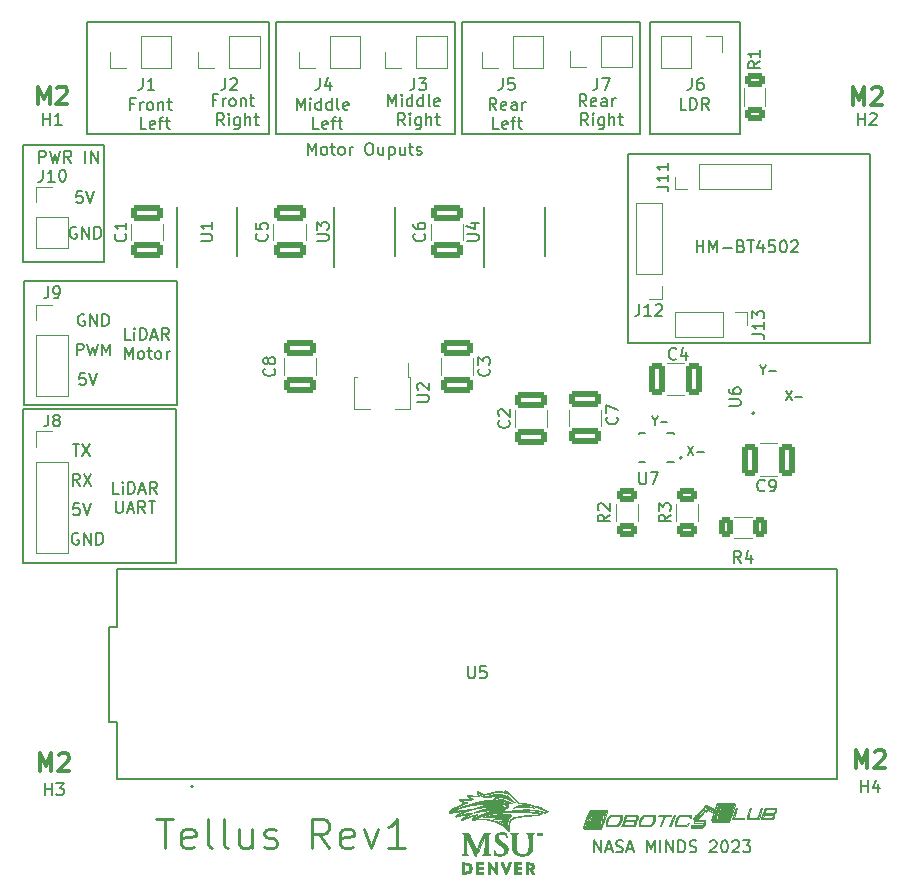
<source format=gto>
G04 #@! TF.GenerationSoftware,KiCad,Pcbnew,(6.0.6)*
G04 #@! TF.CreationDate,2023-02-07T12:19:58-07:00*
G04 #@! TF.ProjectId,Tellus,54656c6c-7573-42e6-9b69-6361645f7063,rev?*
G04 #@! TF.SameCoordinates,Original*
G04 #@! TF.FileFunction,Legend,Top*
G04 #@! TF.FilePolarity,Positive*
%FSLAX46Y46*%
G04 Gerber Fmt 4.6, Leading zero omitted, Abs format (unit mm)*
G04 Created by KiCad (PCBNEW (6.0.6)) date 2023-02-07 12:19:58*
%MOMM*%
%LPD*%
G01*
G04 APERTURE LIST*
G04 Aperture macros list*
%AMRoundRect*
0 Rectangle with rounded corners*
0 $1 Rounding radius*
0 $2 $3 $4 $5 $6 $7 $8 $9 X,Y pos of 4 corners*
0 Add a 4 corners polygon primitive as box body*
4,1,4,$2,$3,$4,$5,$6,$7,$8,$9,$2,$3,0*
0 Add four circle primitives for the rounded corners*
1,1,$1+$1,$2,$3*
1,1,$1+$1,$4,$5*
1,1,$1+$1,$6,$7*
1,1,$1+$1,$8,$9*
0 Add four rect primitives between the rounded corners*
20,1,$1+$1,$2,$3,$4,$5,0*
20,1,$1+$1,$4,$5,$6,$7,0*
20,1,$1+$1,$6,$7,$8,$9,0*
20,1,$1+$1,$8,$9,$2,$3,0*%
%AMFreePoly0*
4,1,9,3.862500,-0.866500,0.737500,-0.866500,0.737500,-0.450000,-0.737500,-0.450000,-0.737500,0.450000,0.737500,0.450000,0.737500,0.866500,3.862500,0.866500,3.862500,-0.866500,3.862500,-0.866500,$1*%
G04 Aperture macros list end*
%ADD10C,0.015000*%
%ADD11C,0.046603*%
%ADD12C,0.150000*%
%ADD13C,0.008000*%
%ADD14C,0.187500*%
%ADD15C,0.250000*%
%ADD16C,0.300000*%
%ADD17C,0.120000*%
%ADD18C,0.127000*%
%ADD19C,0.200000*%
%ADD20C,0.010000*%
%ADD21R,0.510000X1.100000*%
%ADD22R,0.900000X1.300000*%
%ADD23FreePoly0,270.000000*%
%ADD24R,1.350000X1.350000*%
%ADD25O,1.350000X1.350000*%
%ADD26C,1.308000*%
%ADD27C,1.258000*%
%ADD28C,1.208000*%
%ADD29R,1.700000X1.700000*%
%ADD30O,1.700000X1.700000*%
%ADD31RoundRect,0.250000X1.100000X-0.412500X1.100000X0.412500X-1.100000X0.412500X-1.100000X-0.412500X0*%
%ADD32RoundRect,0.250000X0.625000X-0.312500X0.625000X0.312500X-0.625000X0.312500X-0.625000X-0.312500X0*%
%ADD33RoundRect,0.250000X-1.100000X0.412500X-1.100000X-0.412500X1.100000X-0.412500X1.100000X0.412500X0*%
%ADD34RoundRect,0.250000X0.412500X1.100000X-0.412500X1.100000X-0.412500X-1.100000X0.412500X-1.100000X0*%
%ADD35C,4.400000*%
%ADD36RoundRect,0.250000X-0.312500X-0.625000X0.312500X-0.625000X0.312500X0.625000X-0.312500X0.625000X0*%
G04 APERTURE END LIST*
D10*
G36*
X175960733Y-144022482D02*
G01*
X175955837Y-144043454D01*
X175883304Y-144015758D01*
X175960733Y-144022482D01*
G37*
X175960733Y-144022482D02*
X175955837Y-144043454D01*
X175883304Y-144015758D01*
X175960733Y-144022482D01*
G36*
X168386951Y-143921416D02*
G01*
X168402595Y-143855126D01*
X168423453Y-143789608D01*
X168449261Y-143725324D01*
X168479759Y-143662734D01*
X168514683Y-143602299D01*
X168553771Y-143544482D01*
X168596762Y-143489741D01*
X168643391Y-143438540D01*
X168693398Y-143391338D01*
X168746520Y-143348596D01*
X169712376Y-143348596D01*
X169717550Y-143372677D01*
X169722172Y-143399083D01*
X169726144Y-143427607D01*
X169729368Y-143458045D01*
X169731746Y-143490192D01*
X169733181Y-143523842D01*
X169733574Y-143558789D01*
X169732829Y-143594829D01*
X169730846Y-143631756D01*
X169727529Y-143669365D01*
X169722778Y-143707451D01*
X169716498Y-143745808D01*
X169708589Y-143784230D01*
X169698954Y-143822514D01*
X169687495Y-143860452D01*
X169674115Y-143897841D01*
X169660691Y-143929673D01*
X169644758Y-143962866D01*
X169626740Y-143996949D01*
X169607060Y-144031451D01*
X169586142Y-144065902D01*
X169564410Y-144099831D01*
X169520198Y-144164239D01*
X169477813Y-144220910D01*
X169440645Y-144266076D01*
X169425077Y-144283169D01*
X169412084Y-144295973D01*
X169402090Y-144304018D01*
X169398350Y-144306109D01*
X169395518Y-144306834D01*
X168417265Y-144309560D01*
X168405827Y-144279216D01*
X168396118Y-144248317D01*
X168388106Y-144216919D01*
X168381759Y-144185080D01*
X168377042Y-144152858D01*
X168373925Y-144120311D01*
X168372373Y-144087495D01*
X168372354Y-144054470D01*
X168373508Y-144037146D01*
X168495374Y-144037146D01*
X168495736Y-144061270D01*
X168497338Y-144085101D01*
X168500222Y-144108595D01*
X168504432Y-144131710D01*
X168510009Y-144154402D01*
X168516995Y-144176627D01*
X168525432Y-144198342D01*
X169324168Y-144195847D01*
X169371768Y-144146042D01*
X169414360Y-144095300D01*
X169452136Y-144043943D01*
X169485283Y-143992289D01*
X169513992Y-143940658D01*
X169538451Y-143889372D01*
X169558850Y-143838749D01*
X169575379Y-143789110D01*
X169588226Y-143740774D01*
X169597581Y-143694062D01*
X169603632Y-143649294D01*
X169606571Y-143606789D01*
X169606585Y-143566868D01*
X169603864Y-143529850D01*
X169598597Y-143496055D01*
X169590974Y-143465804D01*
X168766092Y-143465804D01*
X168732400Y-143501278D01*
X168699620Y-143539747D01*
X168668089Y-143580863D01*
X168638144Y-143624281D01*
X168610124Y-143669651D01*
X168584365Y-143716628D01*
X168561206Y-143764864D01*
X168540983Y-143814011D01*
X168524035Y-143863723D01*
X168510698Y-143913652D01*
X168501311Y-143963451D01*
X168498204Y-143988193D01*
X168496211Y-144012772D01*
X168495374Y-144037146D01*
X168373508Y-144037146D01*
X168376783Y-143988018D01*
X168386951Y-143921416D01*
G37*
X168386951Y-143921416D02*
X168402595Y-143855126D01*
X168423453Y-143789608D01*
X168449261Y-143725324D01*
X168479759Y-143662734D01*
X168514683Y-143602299D01*
X168553771Y-143544482D01*
X168596762Y-143489741D01*
X168643391Y-143438540D01*
X168693398Y-143391338D01*
X168746520Y-143348596D01*
X169712376Y-143348596D01*
X169717550Y-143372677D01*
X169722172Y-143399083D01*
X169726144Y-143427607D01*
X169729368Y-143458045D01*
X169731746Y-143490192D01*
X169733181Y-143523842D01*
X169733574Y-143558789D01*
X169732829Y-143594829D01*
X169730846Y-143631756D01*
X169727529Y-143669365D01*
X169722778Y-143707451D01*
X169716498Y-143745808D01*
X169708589Y-143784230D01*
X169698954Y-143822514D01*
X169687495Y-143860452D01*
X169674115Y-143897841D01*
X169660691Y-143929673D01*
X169644758Y-143962866D01*
X169626740Y-143996949D01*
X169607060Y-144031451D01*
X169586142Y-144065902D01*
X169564410Y-144099831D01*
X169520198Y-144164239D01*
X169477813Y-144220910D01*
X169440645Y-144266076D01*
X169425077Y-144283169D01*
X169412084Y-144295973D01*
X169402090Y-144304018D01*
X169398350Y-144306109D01*
X169395518Y-144306834D01*
X168417265Y-144309560D01*
X168405827Y-144279216D01*
X168396118Y-144248317D01*
X168388106Y-144216919D01*
X168381759Y-144185080D01*
X168377042Y-144152858D01*
X168373925Y-144120311D01*
X168372373Y-144087495D01*
X168372354Y-144054470D01*
X168373508Y-144037146D01*
X168495374Y-144037146D01*
X168495736Y-144061270D01*
X168497338Y-144085101D01*
X168500222Y-144108595D01*
X168504432Y-144131710D01*
X168510009Y-144154402D01*
X168516995Y-144176627D01*
X168525432Y-144198342D01*
X169324168Y-144195847D01*
X169371768Y-144146042D01*
X169414360Y-144095300D01*
X169452136Y-144043943D01*
X169485283Y-143992289D01*
X169513992Y-143940658D01*
X169538451Y-143889372D01*
X169558850Y-143838749D01*
X169575379Y-143789110D01*
X169588226Y-143740774D01*
X169597581Y-143694062D01*
X169603632Y-143649294D01*
X169606571Y-143606789D01*
X169606585Y-143566868D01*
X169603864Y-143529850D01*
X169598597Y-143496055D01*
X169590974Y-143465804D01*
X168766092Y-143465804D01*
X168732400Y-143501278D01*
X168699620Y-143539747D01*
X168668089Y-143580863D01*
X168638144Y-143624281D01*
X168610124Y-143669651D01*
X168584365Y-143716628D01*
X168561206Y-143764864D01*
X168540983Y-143814011D01*
X168524035Y-143863723D01*
X168510698Y-143913652D01*
X168501311Y-143963451D01*
X168498204Y-143988193D01*
X168496211Y-144012772D01*
X168495374Y-144037146D01*
X168373508Y-144037146D01*
X168376783Y-143988018D01*
X168386951Y-143921416D01*
G36*
X177054148Y-142909045D02*
G01*
X177052650Y-142910759D01*
X176997425Y-142876504D01*
X176997520Y-142876409D01*
X176997637Y-142876490D01*
X176997641Y-142876499D01*
X176997658Y-142876504D01*
X176997637Y-142876490D01*
X176997635Y-142876486D01*
X176997639Y-142876464D01*
X176997651Y-142876434D01*
X176997701Y-142876354D01*
X176997778Y-142876249D01*
X176997879Y-142876126D01*
X176997998Y-142875988D01*
X176998270Y-142875688D01*
X176998553Y-142875389D01*
X176998805Y-142875128D01*
X176999056Y-142874873D01*
X177054148Y-142909045D01*
G37*
X177054148Y-142909045D02*
X177052650Y-142910759D01*
X176997425Y-142876504D01*
X176997520Y-142876409D01*
X176997637Y-142876490D01*
X176997641Y-142876499D01*
X176997658Y-142876504D01*
X176997637Y-142876490D01*
X176997635Y-142876486D01*
X176997639Y-142876464D01*
X176997651Y-142876434D01*
X176997701Y-142876354D01*
X176997778Y-142876249D01*
X176997879Y-142876126D01*
X176997998Y-142875988D01*
X176998270Y-142875688D01*
X176998553Y-142875389D01*
X176998805Y-142875128D01*
X176999056Y-142874873D01*
X177054148Y-142909045D01*
D11*
X176904698Y-142782678D02*
X176937539Y-142808229D01*
X176736762Y-142925337D02*
X176723635Y-142915910D01*
X176017566Y-143341720D02*
X176012884Y-143344221D01*
X176017982Y-143490911D02*
X176007658Y-143490067D01*
X176020850Y-143692677D02*
X175985898Y-143732143D01*
D10*
G36*
X179246043Y-143607712D02*
G01*
X180102612Y-143607946D01*
X180062767Y-143723988D01*
X179090621Y-143723988D01*
X179421039Y-142760926D01*
X179534286Y-142760926D01*
X179246043Y-143607712D01*
G37*
X179246043Y-143607712D02*
X180102612Y-143607946D01*
X180062767Y-143723988D01*
X179090621Y-143723988D01*
X179421039Y-142760926D01*
X179534286Y-142760926D01*
X179246043Y-143607712D01*
D11*
X176087383Y-143483924D02*
X176079983Y-143486139D01*
X176730201Y-143011972D02*
X176626451Y-143117474D01*
X176130064Y-143318394D02*
X176125691Y-143319459D01*
X176133647Y-143452281D02*
X176129114Y-143457596D01*
X176016486Y-144036753D02*
X175889661Y-144037863D01*
D10*
G36*
X176755786Y-142928933D02*
G01*
X176750893Y-142924170D01*
X176746000Y-142919321D01*
X176741106Y-142914384D01*
X176736213Y-142909359D01*
X176755786Y-142928933D01*
G37*
X176755786Y-142928933D02*
X176750893Y-142924170D01*
X176746000Y-142919321D01*
X176741106Y-142914384D01*
X176736213Y-142909359D01*
X176755786Y-142928933D01*
D11*
X176586966Y-142814963D02*
X176617860Y-142781750D01*
X176151016Y-143419839D02*
X176148245Y-143427112D01*
X176141651Y-143440480D02*
X176137826Y-143446576D01*
D12*
X125888663Y-86639172D02*
X119076437Y-86639172D01*
X119076437Y-86639172D02*
X119076437Y-96529172D01*
X119076437Y-96529172D02*
X125888663Y-96529172D01*
X125888663Y-96529172D02*
X125888663Y-86639172D01*
D11*
X176710231Y-142905838D02*
X176683062Y-142884581D01*
X176672014Y-142955300D02*
X176719669Y-142989052D01*
X176660708Y-142734839D02*
X176678719Y-142714577D01*
X176055604Y-143490479D02*
X176046748Y-143491159D01*
X176876878Y-142761567D02*
X176904698Y-142782678D01*
D13*
G36*
X159759226Y-147604655D02*
G01*
X159839128Y-147792419D01*
X159887581Y-147904777D01*
X159913658Y-147963451D01*
X159938423Y-147904777D01*
X160065444Y-147604655D01*
X160167722Y-147363207D01*
X160261173Y-147363207D01*
X160272512Y-147363246D01*
X160283115Y-147363363D01*
X160292982Y-147363558D01*
X160302114Y-147363831D01*
X160310511Y-147364182D01*
X160318174Y-147364611D01*
X160325105Y-147365119D01*
X160331303Y-147365705D01*
X160336769Y-147366369D01*
X160341505Y-147367112D01*
X160345509Y-147367933D01*
X160347238Y-147368373D01*
X160348785Y-147368833D01*
X160350149Y-147369312D01*
X160351331Y-147369811D01*
X160352331Y-147370330D01*
X160353149Y-147370868D01*
X160353785Y-147371427D01*
X160354239Y-147372004D01*
X160354511Y-147372602D01*
X160354602Y-147373219D01*
X160338479Y-147413717D01*
X160294579Y-147516560D01*
X160150259Y-147847099D01*
X159945895Y-148310966D01*
X159879262Y-148310966D01*
X159677798Y-147852877D01*
X159534291Y-147524719D01*
X159489670Y-147421281D01*
X159472143Y-147378997D01*
X159471588Y-147376462D01*
X159471418Y-147374211D01*
X159471726Y-147372227D01*
X159472607Y-147370494D01*
X159474156Y-147368995D01*
X159476468Y-147367713D01*
X159479638Y-147366633D01*
X159483760Y-147365736D01*
X159488931Y-147365008D01*
X159495243Y-147364430D01*
X159511674Y-147363662D01*
X159533813Y-147363299D01*
X159562418Y-147363207D01*
X159656928Y-147363207D01*
X159759226Y-147604655D01*
G37*
X159759226Y-147604655D02*
X159839128Y-147792419D01*
X159887581Y-147904777D01*
X159913658Y-147963451D01*
X159938423Y-147904777D01*
X160065444Y-147604655D01*
X160167722Y-147363207D01*
X160261173Y-147363207D01*
X160272512Y-147363246D01*
X160283115Y-147363363D01*
X160292982Y-147363558D01*
X160302114Y-147363831D01*
X160310511Y-147364182D01*
X160318174Y-147364611D01*
X160325105Y-147365119D01*
X160331303Y-147365705D01*
X160336769Y-147366369D01*
X160341505Y-147367112D01*
X160345509Y-147367933D01*
X160347238Y-147368373D01*
X160348785Y-147368833D01*
X160350149Y-147369312D01*
X160351331Y-147369811D01*
X160352331Y-147370330D01*
X160353149Y-147370868D01*
X160353785Y-147371427D01*
X160354239Y-147372004D01*
X160354511Y-147372602D01*
X160354602Y-147373219D01*
X160338479Y-147413717D01*
X160294579Y-147516560D01*
X160150259Y-147847099D01*
X159945895Y-148310966D01*
X159879262Y-148310966D01*
X159677798Y-147852877D01*
X159534291Y-147524719D01*
X159489670Y-147421281D01*
X159472143Y-147378997D01*
X159471588Y-147376462D01*
X159471418Y-147374211D01*
X159471726Y-147372227D01*
X159472607Y-147370494D01*
X159474156Y-147368995D01*
X159476468Y-147367713D01*
X159479638Y-147366633D01*
X159483760Y-147365736D01*
X159488931Y-147365008D01*
X159495243Y-147364430D01*
X159511674Y-147363662D01*
X159533813Y-147363299D01*
X159562418Y-147363207D01*
X159656928Y-147363207D01*
X159759226Y-147604655D01*
D11*
X175992993Y-143365372D02*
X175990805Y-143370176D01*
D13*
G36*
X157032321Y-143676142D02*
G01*
X157037551Y-143663812D01*
X157044095Y-143650611D01*
X157051952Y-143636528D01*
X157061119Y-143621554D01*
X157071592Y-143605676D01*
X157096447Y-143571172D01*
X157126496Y-143532931D01*
X157161716Y-143490871D01*
X157187751Y-143460833D01*
X157197914Y-143448984D01*
X157206007Y-143439126D01*
X157211904Y-143431167D01*
X157215482Y-143425014D01*
X157216361Y-143422587D01*
X157216614Y-143420577D01*
X157216224Y-143418972D01*
X157215175Y-143417762D01*
X157213453Y-143416934D01*
X157211042Y-143416478D01*
X157207925Y-143416381D01*
X157204087Y-143416633D01*
X157194187Y-143418135D01*
X157181216Y-143420892D01*
X157145561Y-143429804D01*
X157096121Y-143442633D01*
X156997047Y-143469287D01*
X156898219Y-143498321D01*
X156800047Y-143529589D01*
X156702942Y-143562944D01*
X156607315Y-143598239D01*
X156513575Y-143635329D01*
X156422134Y-143674067D01*
X156333401Y-143714307D01*
X156299182Y-143730124D01*
X156268186Y-143743908D01*
X156253852Y-143750041D01*
X156240272Y-143755669D01*
X156227428Y-143760793D01*
X156215301Y-143765414D01*
X156203876Y-143769533D01*
X156193133Y-143773151D01*
X156183056Y-143776270D01*
X156173628Y-143778889D01*
X156164830Y-143781010D01*
X156156645Y-143782634D01*
X156149055Y-143783762D01*
X156142044Y-143784395D01*
X156135593Y-143784534D01*
X156129686Y-143784180D01*
X156124304Y-143783334D01*
X156119430Y-143781998D01*
X156117178Y-143781145D01*
X156115046Y-143780171D01*
X156113033Y-143779074D01*
X156111136Y-143777855D01*
X156109353Y-143776514D01*
X156107681Y-143775051D01*
X156106119Y-143773467D01*
X156104664Y-143771760D01*
X156102068Y-143767984D01*
X156099875Y-143763722D01*
X156098067Y-143758976D01*
X156096627Y-143753747D01*
X156095537Y-143748037D01*
X156094781Y-143741845D01*
X156094340Y-143735173D01*
X156094197Y-143728023D01*
X156095045Y-143721639D01*
X156097550Y-143714368D01*
X156107297Y-143697342D01*
X156122967Y-143677303D01*
X156144088Y-143654608D01*
X156170191Y-143629614D01*
X156200804Y-143602677D01*
X156235457Y-143574156D01*
X156273679Y-143544407D01*
X156315001Y-143513788D01*
X156358950Y-143482654D01*
X156452849Y-143420276D01*
X156501858Y-143389745D01*
X156551612Y-143360129D01*
X156601640Y-143331785D01*
X156651473Y-143305070D01*
X156664549Y-143298187D01*
X156676634Y-143291654D01*
X156687473Y-143285623D01*
X156696809Y-143280245D01*
X156704386Y-143275668D01*
X156707435Y-143273728D01*
X156709947Y-143272045D01*
X156711892Y-143270638D01*
X156713237Y-143269526D01*
X156713675Y-143269087D01*
X156713950Y-143268728D01*
X156714060Y-143268452D01*
X156713999Y-143268262D01*
X156702952Y-143267055D01*
X156677206Y-143269386D01*
X156588796Y-143283161D01*
X156463125Y-143306587D01*
X156314547Y-143336670D01*
X156157419Y-143370410D01*
X156006095Y-143404811D01*
X155874932Y-143436877D01*
X155778284Y-143463609D01*
X155769315Y-143466307D01*
X155760638Y-143468761D01*
X155752253Y-143470971D01*
X155744160Y-143472937D01*
X155736359Y-143474659D01*
X155728848Y-143476136D01*
X155721627Y-143477369D01*
X155714696Y-143478357D01*
X155708054Y-143479101D01*
X155701700Y-143479599D01*
X155695635Y-143479853D01*
X155689857Y-143479861D01*
X155684366Y-143479625D01*
X155679161Y-143479142D01*
X155674243Y-143478415D01*
X155669609Y-143477441D01*
X155665261Y-143476222D01*
X155661197Y-143474757D01*
X155657417Y-143473045D01*
X155653920Y-143471088D01*
X155650706Y-143468884D01*
X155647774Y-143466434D01*
X155645124Y-143463737D01*
X155642755Y-143460793D01*
X155640667Y-143457602D01*
X155638859Y-143454165D01*
X155637331Y-143450480D01*
X155636081Y-143446548D01*
X155635111Y-143442369D01*
X155634418Y-143437942D01*
X155634002Y-143433267D01*
X155633864Y-143428345D01*
X155635074Y-143419687D01*
X155638658Y-143410320D01*
X155652681Y-143389600D01*
X155675395Y-143366463D01*
X155706262Y-143341187D01*
X155744744Y-143314051D01*
X155790303Y-143285332D01*
X155842401Y-143255307D01*
X155900501Y-143224256D01*
X156032550Y-143160184D01*
X156182147Y-143095339D01*
X156344988Y-143031945D01*
X156516768Y-142972225D01*
X156526340Y-142969010D01*
X156535151Y-142965893D01*
X156539214Y-142964395D01*
X156543018Y-142962950D01*
X156546540Y-142961568D01*
X156549756Y-142960257D01*
X156552644Y-142959029D01*
X156555181Y-142957891D01*
X156557342Y-142956855D01*
X156559107Y-142955928D01*
X156560450Y-142955121D01*
X156560957Y-142954765D01*
X156561350Y-142954443D01*
X156561626Y-142954156D01*
X156561783Y-142953904D01*
X156561817Y-142953689D01*
X156561726Y-142953513D01*
X156550754Y-142952025D01*
X156524741Y-142953259D01*
X156433849Y-142962935D01*
X156140419Y-143004422D01*
X155781593Y-143062661D01*
X155608954Y-143093277D01*
X155457525Y-143122339D01*
X155402318Y-143133143D01*
X155376517Y-143137897D01*
X155351894Y-143142217D01*
X155328432Y-143146099D01*
X155306112Y-143149544D01*
X155284916Y-143152547D01*
X155264826Y-143155108D01*
X155245826Y-143157225D01*
X155227896Y-143158894D01*
X155211019Y-143160115D01*
X155195178Y-143160885D01*
X155180353Y-143161203D01*
X155166528Y-143161066D01*
X155153685Y-143160472D01*
X155141805Y-143159420D01*
X155130872Y-143157907D01*
X155120866Y-143155931D01*
X155111770Y-143153491D01*
X155103567Y-143150583D01*
X155096238Y-143147208D01*
X155089766Y-143143361D01*
X155086845Y-143141261D01*
X155084132Y-143139042D01*
X155081624Y-143136704D01*
X155079320Y-143134248D01*
X155077216Y-143131672D01*
X155075310Y-143128977D01*
X155073601Y-143126162D01*
X155072086Y-143123228D01*
X155070762Y-143120173D01*
X155069628Y-143116998D01*
X155067921Y-143110285D01*
X155066945Y-143103087D01*
X155066682Y-143095403D01*
X155067116Y-143087230D01*
X155067499Y-143084241D01*
X155251917Y-143084241D01*
X155252227Y-143084467D01*
X155254162Y-143084646D01*
X155262997Y-143083960D01*
X155277880Y-143081974D01*
X155298126Y-143078801D01*
X155351968Y-143069345D01*
X155419044Y-143056489D01*
X155627347Y-143016716D01*
X155830722Y-142980973D01*
X156027631Y-142949468D01*
X156216538Y-142922406D01*
X156395907Y-142899995D01*
X156564202Y-142882441D01*
X156719886Y-142869950D01*
X156861425Y-142862729D01*
X156932094Y-142860631D01*
X156982239Y-142860184D01*
X156999555Y-142860770D01*
X157011668Y-142861997D01*
X157015766Y-142862874D01*
X157018554Y-142863940D01*
X157020029Y-142865203D01*
X157020188Y-142866674D01*
X157019029Y-142868362D01*
X157016547Y-142870277D01*
X157007607Y-142874824D01*
X156993344Y-142880390D01*
X156973734Y-142887051D01*
X156918374Y-142903963D01*
X156841338Y-142926166D01*
X156676702Y-142975327D01*
X156516262Y-143027595D01*
X156362444Y-143081999D01*
X156217675Y-143137568D01*
X156084381Y-143193332D01*
X156022795Y-143220983D01*
X155964987Y-143248319D01*
X155911261Y-143275218D01*
X155861920Y-143301559D01*
X155817268Y-143327221D01*
X155777607Y-143352082D01*
X155765829Y-143359955D01*
X155754776Y-143367569D01*
X155744510Y-143374864D01*
X155735093Y-143381784D01*
X155726585Y-143388272D01*
X155719048Y-143394269D01*
X155712544Y-143399720D01*
X155707133Y-143404567D01*
X155704856Y-143406746D01*
X155702876Y-143408752D01*
X155701200Y-143410579D01*
X155699836Y-143412218D01*
X155698792Y-143413664D01*
X155698074Y-143414908D01*
X155697691Y-143415945D01*
X155697627Y-143416382D01*
X155697650Y-143416765D01*
X155697761Y-143417092D01*
X155697960Y-143417363D01*
X155698248Y-143417577D01*
X155698627Y-143417731D01*
X155699660Y-143417863D01*
X155701066Y-143417750D01*
X155702852Y-143417386D01*
X155705027Y-143416763D01*
X155707598Y-143415875D01*
X155710572Y-143414714D01*
X155747354Y-143401465D01*
X155796500Y-143386546D01*
X155925693Y-143352929D01*
X156085760Y-143316330D01*
X156264313Y-143279213D01*
X156448962Y-143244043D01*
X156627318Y-143213287D01*
X156786990Y-143189409D01*
X156915590Y-143174874D01*
X156950742Y-143172065D01*
X156981728Y-143169833D01*
X157008598Y-143168198D01*
X157031402Y-143167179D01*
X157050191Y-143166796D01*
X157065013Y-143167068D01*
X157070952Y-143167455D01*
X157075919Y-143168014D01*
X157079918Y-143168746D01*
X157082958Y-143169654D01*
X157085043Y-143170740D01*
X157086180Y-143172007D01*
X157086376Y-143173457D01*
X157085636Y-143175093D01*
X157083967Y-143176916D01*
X157081375Y-143178930D01*
X157077866Y-143181137D01*
X157073446Y-143183539D01*
X157061901Y-143188938D01*
X157046787Y-143195148D01*
X157028156Y-143202187D01*
X157006057Y-143210074D01*
X156946852Y-143231637D01*
X156887500Y-143254986D01*
X156828290Y-143279955D01*
X156769509Y-143306376D01*
X156711445Y-143334083D01*
X156654387Y-143362907D01*
X156598623Y-143392684D01*
X156544441Y-143423244D01*
X156492129Y-143454421D01*
X156441974Y-143486049D01*
X156394267Y-143517959D01*
X156349293Y-143549986D01*
X156307342Y-143581961D01*
X156268702Y-143613719D01*
X156233661Y-143645091D01*
X156202507Y-143675910D01*
X156161888Y-143718455D01*
X156220562Y-143689140D01*
X156332103Y-143636279D01*
X156452111Y-143584766D01*
X156579577Y-143534944D01*
X156713496Y-143487154D01*
X156852863Y-143441741D01*
X156996671Y-143399047D01*
X157143913Y-143359415D01*
X157293585Y-143323189D01*
X157349715Y-143310586D01*
X157372490Y-143305725D01*
X157391891Y-143301842D01*
X157408031Y-143298952D01*
X157414915Y-143297884D01*
X157421026Y-143297070D01*
X157426379Y-143296511D01*
X157430989Y-143296209D01*
X157434869Y-143296166D01*
X157438034Y-143296384D01*
X157440498Y-143296864D01*
X157442276Y-143297609D01*
X157442912Y-143298081D01*
X157443382Y-143298620D01*
X157443687Y-143299225D01*
X157443829Y-143299898D01*
X157443811Y-143300638D01*
X157443633Y-143301446D01*
X157442808Y-143303266D01*
X157441367Y-143305358D01*
X157439326Y-143307726D01*
X157436698Y-143310370D01*
X157433498Y-143313293D01*
X157425438Y-143319981D01*
X157415261Y-143327805D01*
X157403080Y-143336778D01*
X157384497Y-143351318D01*
X157362932Y-143369943D01*
X157339014Y-143391958D01*
X157313371Y-143416671D01*
X157286631Y-143443390D01*
X157259422Y-143471420D01*
X157206111Y-143528646D01*
X157181264Y-143556455D01*
X157158462Y-143582805D01*
X157138331Y-143607002D01*
X157121500Y-143628353D01*
X157108597Y-143646166D01*
X157100251Y-143659748D01*
X157097983Y-143664735D01*
X157097090Y-143668405D01*
X157097649Y-143670670D01*
X157099740Y-143671444D01*
X157100652Y-143671186D01*
X157102374Y-143670429D01*
X157108068Y-143667521D01*
X157127212Y-143656836D01*
X157154322Y-143641021D01*
X157186545Y-143621702D01*
X157372634Y-143513441D01*
X157559679Y-143413898D01*
X157748701Y-143322654D01*
X157940721Y-143239287D01*
X158136761Y-143163379D01*
X158337841Y-143094509D01*
X158544982Y-143032257D01*
X158759207Y-142976204D01*
X158828314Y-142958933D01*
X158876804Y-142945503D01*
X158893228Y-142940116D01*
X158904388Y-142935553D01*
X158907983Y-142933566D01*
X158910250Y-142931769D01*
X158911182Y-142930155D01*
X158910776Y-142928719D01*
X158909027Y-142927455D01*
X158905931Y-142926358D01*
X158895679Y-142924641D01*
X158879984Y-142923522D01*
X158858809Y-142922956D01*
X158799875Y-142923303D01*
X158718588Y-142925319D01*
X158535370Y-142933857D01*
X158343044Y-142948542D01*
X158146606Y-142968676D01*
X157951053Y-142993561D01*
X157761382Y-143022497D01*
X157582589Y-143054788D01*
X157419671Y-143089733D01*
X157277625Y-143126635D01*
X157239245Y-143137242D01*
X157224669Y-143140801D01*
X157213188Y-143143175D01*
X157204815Y-143144348D01*
X157199564Y-143144302D01*
X157198113Y-143143818D01*
X157197449Y-143143023D01*
X157197571Y-143141915D01*
X157198483Y-143140492D01*
X157202680Y-143136693D01*
X157210054Y-143131610D01*
X157220619Y-143125226D01*
X157234387Y-143117524D01*
X157271592Y-143098102D01*
X157321779Y-143073211D01*
X157429276Y-143023908D01*
X157545552Y-142976742D01*
X157671802Y-142931350D01*
X157809218Y-142887373D01*
X157958993Y-142844449D01*
X158122322Y-142802219D01*
X158300397Y-142760320D01*
X158494412Y-142718394D01*
X158574719Y-142701394D01*
X158632096Y-142688210D01*
X158652188Y-142682895D01*
X158666551Y-142678348D01*
X158675184Y-142674507D01*
X158677352Y-142672833D01*
X158678088Y-142671311D01*
X158677393Y-142669936D01*
X158675265Y-142668698D01*
X158666716Y-142666606D01*
X158652440Y-142664972D01*
X158632438Y-142663735D01*
X158575263Y-142662205D01*
X158495195Y-142661519D01*
X158360106Y-142663486D01*
X158217471Y-142670539D01*
X158068117Y-142682579D01*
X157912874Y-142699503D01*
X157752568Y-142721209D01*
X157588028Y-142747595D01*
X157420082Y-142778561D01*
X157249558Y-142814004D01*
X157226268Y-142819114D01*
X157205813Y-142823591D01*
X157188010Y-142827470D01*
X157172674Y-142830784D01*
X157165874Y-142832239D01*
X157159622Y-142833565D01*
X157153895Y-142834767D01*
X157148670Y-142835849D01*
X157143924Y-142836814D01*
X157139634Y-142837667D01*
X157135776Y-142838413D01*
X157132329Y-142839054D01*
X157129269Y-142839597D01*
X157126573Y-142840044D01*
X157124217Y-142840400D01*
X157123161Y-142840545D01*
X157122180Y-142840669D01*
X157121274Y-142840772D01*
X157120438Y-142840855D01*
X157119671Y-142840918D01*
X157118968Y-142840963D01*
X157118328Y-142840989D01*
X157117748Y-142840996D01*
X157117223Y-142840986D01*
X157116753Y-142840959D01*
X157116333Y-142840916D01*
X157115961Y-142840857D01*
X157115634Y-142840782D01*
X157115350Y-142840692D01*
X157115104Y-142840588D01*
X157114895Y-142840470D01*
X157114720Y-142840339D01*
X157114575Y-142840195D01*
X157114458Y-142840038D01*
X157114366Y-142839870D01*
X157114296Y-142839690D01*
X157114245Y-142839500D01*
X157114211Y-142839299D01*
X157114189Y-142839089D01*
X157114176Y-142838642D01*
X157115732Y-142836503D01*
X157120259Y-142833200D01*
X157137370Y-142823489D01*
X157163799Y-142810289D01*
X157197840Y-142794380D01*
X157237783Y-142776541D01*
X157281920Y-142757551D01*
X157328543Y-142738191D01*
X157375944Y-142719241D01*
X157502224Y-142672240D01*
X157633654Y-142627951D01*
X157768286Y-142586881D01*
X157904174Y-142549534D01*
X158039370Y-142516417D01*
X158171925Y-142488036D01*
X158299892Y-142464896D01*
X158421324Y-142447503D01*
X158470010Y-142441186D01*
X158489109Y-142438346D01*
X158504710Y-142435684D01*
X158516810Y-142433174D01*
X158525408Y-142430789D01*
X158528393Y-142429636D01*
X158530502Y-142428505D01*
X158531733Y-142427392D01*
X158532089Y-142426294D01*
X158531567Y-142425208D01*
X158530167Y-142424131D01*
X158527891Y-142423059D01*
X158524736Y-142421989D01*
X158515792Y-142419843D01*
X158503334Y-142417666D01*
X158487359Y-142415433D01*
X158467866Y-142413117D01*
X158418318Y-142408133D01*
X158376914Y-142405170D01*
X158325680Y-142402900D01*
X158267711Y-142401344D01*
X158206103Y-142400526D01*
X158143953Y-142400467D01*
X158084356Y-142401189D01*
X158030409Y-142402714D01*
X157985206Y-142405064D01*
X157822402Y-142418288D01*
X157657283Y-142435430D01*
X157490377Y-142456365D01*
X157322215Y-142480967D01*
X156984242Y-142540672D01*
X156647602Y-142613542D01*
X156316535Y-142698576D01*
X155995281Y-142794770D01*
X155839659Y-142846739D01*
X155688079Y-142901123D01*
X155541072Y-142957796D01*
X155399168Y-143016632D01*
X155370919Y-143028868D01*
X155344280Y-143040564D01*
X155319854Y-143051444D01*
X155298245Y-143061230D01*
X155280058Y-143069648D01*
X155265896Y-143076419D01*
X155256362Y-143081269D01*
X155253519Y-143082887D01*
X155252060Y-143083921D01*
X155251917Y-143084241D01*
X155067499Y-143084241D01*
X155068227Y-143078566D01*
X155071562Y-143067438D01*
X155078107Y-143055025D01*
X155100452Y-143026564D01*
X155109433Y-143017878D01*
X155193990Y-143017878D01*
X155193994Y-143018148D01*
X155194118Y-143018352D01*
X155194725Y-143018560D01*
X155195806Y-143018508D01*
X155197356Y-143018199D01*
X155199370Y-143017636D01*
X155204767Y-143015766D01*
X155211959Y-143012930D01*
X155220902Y-143009160D01*
X155326969Y-142963144D01*
X155723358Y-142800272D01*
X156135998Y-142648710D01*
X156560005Y-142509788D01*
X156990494Y-142384834D01*
X157422580Y-142275177D01*
X157851379Y-142182148D01*
X158272007Y-142107074D01*
X158679578Y-142051284D01*
X158805287Y-142036891D01*
X158897891Y-141947716D01*
X158917908Y-141928892D01*
X158937741Y-141911181D01*
X158957468Y-141894542D01*
X158977166Y-141878931D01*
X158996909Y-141864304D01*
X159016776Y-141850620D01*
X159036843Y-141837834D01*
X159057186Y-141825904D01*
X159077882Y-141814787D01*
X159099007Y-141804440D01*
X159120637Y-141794819D01*
X159142850Y-141785883D01*
X159165722Y-141777587D01*
X159189329Y-141769889D01*
X159213748Y-141762746D01*
X159239055Y-141756115D01*
X159257218Y-141751406D01*
X159272284Y-141747044D01*
X159284240Y-141743023D01*
X159293069Y-141739338D01*
X159298757Y-141735981D01*
X159300418Y-141734424D01*
X159301289Y-141732947D01*
X159301366Y-141731548D01*
X159300648Y-141730228D01*
X159299133Y-141728984D01*
X159296819Y-141727818D01*
X159289788Y-141725711D01*
X159279539Y-141723900D01*
X159266056Y-141722380D01*
X159249324Y-141721143D01*
X159229329Y-141720184D01*
X159206054Y-141719495D01*
X159149605Y-141718904D01*
X159103395Y-141719481D01*
X159059460Y-141721524D01*
X159015914Y-141725316D01*
X158970876Y-141731136D01*
X158922462Y-141739264D01*
X158868787Y-141749982D01*
X158807970Y-141763570D01*
X158738125Y-141780308D01*
X158658031Y-141798959D01*
X158581866Y-141814558D01*
X158509398Y-141827088D01*
X158440391Y-141836527D01*
X158374613Y-141842858D01*
X158311829Y-141846059D01*
X158251805Y-141846112D01*
X158194308Y-141842996D01*
X158139104Y-141836693D01*
X158085959Y-141827183D01*
X158034638Y-141814446D01*
X157984909Y-141798463D01*
X157936537Y-141779213D01*
X157889288Y-141756678D01*
X157842928Y-141730839D01*
X157797225Y-141701674D01*
X157786587Y-141694357D01*
X157777320Y-141687768D01*
X157769425Y-141681913D01*
X157762902Y-141676798D01*
X157757754Y-141672427D01*
X157753981Y-141668807D01*
X157752611Y-141667281D01*
X157751584Y-141665944D01*
X157750903Y-141664797D01*
X157750565Y-141663842D01*
X157750572Y-141663078D01*
X157750924Y-141662507D01*
X157751621Y-141662129D01*
X157752662Y-141661944D01*
X157754049Y-141661955D01*
X157755781Y-141662161D01*
X157757859Y-141662562D01*
X157760282Y-141663161D01*
X157766166Y-141664950D01*
X157773433Y-141667534D01*
X157782085Y-141670919D01*
X157792123Y-141675110D01*
X157832135Y-141690942D01*
X157872997Y-141704495D01*
X157914833Y-141715766D01*
X157957766Y-141724752D01*
X158001920Y-141731448D01*
X158047419Y-141735852D01*
X158094385Y-141737961D01*
X158142942Y-141737771D01*
X158193214Y-141735279D01*
X158245325Y-141730482D01*
X158299397Y-141723376D01*
X158355554Y-141713957D01*
X158413920Y-141702224D01*
X158474618Y-141688171D01*
X158537772Y-141671797D01*
X158603505Y-141653097D01*
X158712539Y-141622482D01*
X158816737Y-141596754D01*
X158916477Y-141575943D01*
X159012136Y-141560082D01*
X159104094Y-141549202D01*
X159192726Y-141543333D01*
X159278412Y-141542508D01*
X159361528Y-141546758D01*
X159442453Y-141556114D01*
X159521564Y-141570607D01*
X159599239Y-141590269D01*
X159675856Y-141615131D01*
X159751792Y-141645224D01*
X159827426Y-141680580D01*
X159903135Y-141721231D01*
X159979296Y-141767206D01*
X160000558Y-141780577D01*
X160009133Y-141785759D01*
X160016420Y-141789913D01*
X160022481Y-141793018D01*
X160025071Y-141794170D01*
X160027379Y-141795054D01*
X160029412Y-141795664D01*
X160031177Y-141796001D01*
X160032683Y-141796060D01*
X160033938Y-141795839D01*
X160034948Y-141795337D01*
X160035722Y-141794550D01*
X160036269Y-141793475D01*
X160036595Y-141792111D01*
X160036708Y-141790455D01*
X160036616Y-141788504D01*
X160036328Y-141786256D01*
X160035850Y-141783708D01*
X160034359Y-141777704D01*
X160032205Y-141770472D01*
X160026159Y-141752241D01*
X160021439Y-141738098D01*
X160017582Y-141725799D01*
X160014644Y-141715335D01*
X160012682Y-141706695D01*
X160012086Y-141703057D01*
X160011754Y-141699870D01*
X160011696Y-141697135D01*
X160011917Y-141694850D01*
X160012425Y-141693013D01*
X160013227Y-141691623D01*
X160014330Y-141690680D01*
X160015742Y-141690181D01*
X160017469Y-141690126D01*
X160019519Y-141690512D01*
X160021898Y-141691340D01*
X160024614Y-141692608D01*
X160027675Y-141694314D01*
X160031086Y-141696458D01*
X160038991Y-141702051D01*
X160048386Y-141709377D01*
X160059328Y-141718428D01*
X160071874Y-141729191D01*
X160086082Y-141741658D01*
X160220157Y-141858289D01*
X160437893Y-142046183D01*
X160545335Y-142139096D01*
X160632867Y-142215635D01*
X160666354Y-142245288D01*
X160691487Y-142267874D01*
X160707142Y-142282404D01*
X160711063Y-142286337D01*
X160712192Y-142287885D01*
X160710998Y-142287797D01*
X160708102Y-142286938D01*
X160697559Y-142283056D01*
X160659963Y-142267687D01*
X160605095Y-142244165D01*
X160538646Y-142214881D01*
X160101915Y-142019979D01*
X160001829Y-141975837D01*
X159917933Y-141940312D01*
X159881015Y-141925445D01*
X159846895Y-141912329D01*
X159815157Y-141900832D01*
X159785383Y-141890817D01*
X159757157Y-141882152D01*
X159730064Y-141874701D01*
X159703685Y-141868331D01*
X159677606Y-141862908D01*
X159651408Y-141858298D01*
X159624676Y-141854366D01*
X159596993Y-141850978D01*
X159567943Y-141847999D01*
X159536542Y-141845557D01*
X159505209Y-141844141D01*
X159473982Y-141843736D01*
X159442902Y-141844323D01*
X159412010Y-141845884D01*
X159381345Y-141848401D01*
X159350947Y-141851857D01*
X159320857Y-141856233D01*
X159291115Y-141861513D01*
X159261761Y-141867677D01*
X159232835Y-141874709D01*
X159204377Y-141882590D01*
X159176428Y-141891303D01*
X159149027Y-141900829D01*
X159122215Y-141911152D01*
X159096032Y-141922252D01*
X159070518Y-141934113D01*
X159045713Y-141946716D01*
X159021657Y-141960044D01*
X158998391Y-141974078D01*
X158975954Y-141988802D01*
X158954387Y-142004197D01*
X158933729Y-142020244D01*
X158914022Y-142036928D01*
X158895305Y-142054229D01*
X158877618Y-142072130D01*
X158861002Y-142090612D01*
X158845496Y-142109659D01*
X158831141Y-142129253D01*
X158817976Y-142149375D01*
X158806043Y-142170007D01*
X158795381Y-142191132D01*
X158784279Y-142215112D01*
X158780050Y-142224657D01*
X158776749Y-142232615D01*
X158774410Y-142239019D01*
X158773612Y-142241648D01*
X158773067Y-142243901D01*
X158772781Y-142245781D01*
X158772757Y-142247294D01*
X158773000Y-142248442D01*
X158773513Y-142249229D01*
X158774302Y-142249661D01*
X158775370Y-142249741D01*
X158776722Y-142249473D01*
X158778363Y-142248861D01*
X158780296Y-142247909D01*
X158782526Y-142246622D01*
X158787895Y-142243055D01*
X158794503Y-142238195D01*
X158802386Y-142232073D01*
X158822114Y-142216172D01*
X158868565Y-142180703D01*
X158916862Y-142148414D01*
X158966888Y-142119327D01*
X159018529Y-142093466D01*
X159071668Y-142070852D01*
X159126190Y-142051507D01*
X159181979Y-142035454D01*
X159238920Y-142022714D01*
X159296898Y-142013311D01*
X159355795Y-142007267D01*
X159415498Y-142004603D01*
X159475889Y-142005343D01*
X159536855Y-142009507D01*
X159598278Y-142017119D01*
X159660044Y-142028201D01*
X159722036Y-142042775D01*
X159775052Y-142060734D01*
X159863041Y-142094560D01*
X159973044Y-142138825D01*
X160092104Y-142188100D01*
X160207262Y-142236957D01*
X160305562Y-142279965D01*
X160374044Y-142311698D01*
X160393054Y-142321639D01*
X160399751Y-142326726D01*
X160399553Y-142327425D01*
X160398969Y-142328140D01*
X160396712Y-142329608D01*
X160393110Y-142331110D01*
X160388292Y-142332625D01*
X160382388Y-142334133D01*
X160375530Y-142335615D01*
X160359468Y-142338421D01*
X160341146Y-142340880D01*
X160321607Y-142342835D01*
X160301890Y-142344125D01*
X160283037Y-142344591D01*
X160263815Y-142343613D01*
X160241303Y-142340378D01*
X160213943Y-142334436D01*
X160180176Y-142325337D01*
X160138442Y-142312629D01*
X160087183Y-142295861D01*
X159949853Y-142248346D01*
X159754358Y-142179406D01*
X159659595Y-142179258D01*
X159638683Y-142179478D01*
X159618701Y-142180266D01*
X159599351Y-142181717D01*
X159580336Y-142183927D01*
X159561358Y-142186991D01*
X159542120Y-142191004D01*
X159522326Y-142196062D01*
X159501678Y-142202261D01*
X159479879Y-142209695D01*
X159456631Y-142218460D01*
X159431637Y-142228652D01*
X159404601Y-142240367D01*
X159343212Y-142268743D01*
X159270086Y-142304353D01*
X159242410Y-142317874D01*
X159215919Y-142330488D01*
X159191242Y-142341919D01*
X159169004Y-142351890D01*
X159149835Y-142360127D01*
X159134360Y-142366352D01*
X159128205Y-142368623D01*
X159123209Y-142370289D01*
X159119451Y-142371314D01*
X159117008Y-142371663D01*
X159116134Y-142371675D01*
X159115271Y-142371710D01*
X159114421Y-142371767D01*
X159113583Y-142371847D01*
X159112760Y-142371948D01*
X159111952Y-142372070D01*
X159111160Y-142372213D01*
X159110387Y-142372375D01*
X159109632Y-142372557D01*
X159108896Y-142372756D01*
X159108182Y-142372974D01*
X159107490Y-142373210D01*
X159106820Y-142373462D01*
X159106175Y-142373730D01*
X159105555Y-142374015D01*
X159104962Y-142374314D01*
X159104396Y-142374628D01*
X159103858Y-142374955D01*
X159103351Y-142375296D01*
X159102874Y-142375650D01*
X159102428Y-142376016D01*
X159102016Y-142376394D01*
X159101638Y-142376782D01*
X159101295Y-142377181D01*
X159100988Y-142377590D01*
X159100719Y-142378008D01*
X159100488Y-142378435D01*
X159100296Y-142378870D01*
X159100146Y-142379313D01*
X159100037Y-142379762D01*
X159099970Y-142380218D01*
X159099948Y-142380680D01*
X159100279Y-142381908D01*
X159101250Y-142383040D01*
X159102830Y-142384076D01*
X159104987Y-142385019D01*
X159110905Y-142386625D01*
X159118751Y-142387864D01*
X159128272Y-142388742D01*
X159139214Y-142389265D01*
X159164348Y-142389273D01*
X159192124Y-142387941D01*
X159220517Y-142385317D01*
X159234310Y-142383538D01*
X159247497Y-142381455D01*
X159259824Y-142379075D01*
X159271038Y-142376404D01*
X159289946Y-142371448D01*
X159297573Y-142369576D01*
X159304067Y-142368139D01*
X159306910Y-142367591D01*
X159309493Y-142367161D01*
X159311824Y-142366852D01*
X159313913Y-142366666D01*
X159315765Y-142366608D01*
X159317391Y-142366679D01*
X159318797Y-142366883D01*
X159319991Y-142367223D01*
X159320982Y-142367702D01*
X159321778Y-142368322D01*
X159322386Y-142369087D01*
X159322814Y-142370000D01*
X159323070Y-142371064D01*
X159323163Y-142372282D01*
X159323100Y-142373656D01*
X159322890Y-142375190D01*
X159322540Y-142376886D01*
X159322057Y-142378749D01*
X159320730Y-142382983D01*
X159318970Y-142387915D01*
X159316843Y-142393570D01*
X159312451Y-142406349D01*
X159308920Y-142419272D01*
X159306236Y-142432313D01*
X159304381Y-142445444D01*
X159303341Y-142458641D01*
X159303098Y-142471875D01*
X159303639Y-142485122D01*
X159304946Y-142498353D01*
X159307004Y-142511544D01*
X159309797Y-142524666D01*
X159313310Y-142537695D01*
X159317526Y-142550603D01*
X159322430Y-142563364D01*
X159328006Y-142575952D01*
X159334238Y-142588340D01*
X159341110Y-142600501D01*
X159348607Y-142612409D01*
X159356713Y-142624038D01*
X159365412Y-142635361D01*
X159374688Y-142646352D01*
X159384526Y-142656984D01*
X159394909Y-142667231D01*
X159405821Y-142677067D01*
X159417248Y-142686464D01*
X159429173Y-142695397D01*
X159441581Y-142703838D01*
X159454455Y-142711762D01*
X159467780Y-142719142D01*
X159481539Y-142725952D01*
X159495719Y-142732164D01*
X159510301Y-142737754D01*
X159525271Y-142742693D01*
X159538826Y-142746697D01*
X159550873Y-142750028D01*
X159561401Y-142752692D01*
X159570396Y-142754697D01*
X159577843Y-142756048D01*
X159583731Y-142756750D01*
X159586085Y-142756861D01*
X159588044Y-142756812D01*
X159589607Y-142756603D01*
X159590771Y-142756237D01*
X159591535Y-142755714D01*
X159591898Y-142755034D01*
X159591856Y-142754198D01*
X159591410Y-142753207D01*
X159590557Y-142752062D01*
X159589296Y-142750763D01*
X159587624Y-142749312D01*
X159585540Y-142747709D01*
X159580131Y-142744050D01*
X159573055Y-142739792D01*
X159564297Y-142734942D01*
X159553846Y-142729506D01*
X159535316Y-142719304D01*
X159518017Y-142708148D01*
X159501946Y-142696110D01*
X159487102Y-142683262D01*
X159473484Y-142669675D01*
X159461089Y-142655422D01*
X159449917Y-142640573D01*
X159439966Y-142625202D01*
X159431235Y-142609379D01*
X159423721Y-142593176D01*
X159417423Y-142576665D01*
X159412341Y-142559917D01*
X159408471Y-142543006D01*
X159405813Y-142526001D01*
X159405035Y-142516845D01*
X159587374Y-142516845D01*
X159588124Y-142529505D01*
X159590327Y-142541806D01*
X159593908Y-142553724D01*
X159598794Y-142565238D01*
X159604914Y-142576326D01*
X159612193Y-142586964D01*
X159620557Y-142597131D01*
X159629935Y-142606805D01*
X159640253Y-142615962D01*
X159651438Y-142624582D01*
X159663416Y-142632641D01*
X159676115Y-142640118D01*
X159689461Y-142646989D01*
X159703381Y-142653234D01*
X159717802Y-142658829D01*
X159732651Y-142663752D01*
X159747855Y-142667981D01*
X159763340Y-142671494D01*
X159779034Y-142674269D01*
X159794863Y-142676282D01*
X159810754Y-142677512D01*
X159826634Y-142677937D01*
X159842430Y-142677534D01*
X159858068Y-142676282D01*
X159873476Y-142674156D01*
X159888581Y-142671137D01*
X159903308Y-142667200D01*
X159917586Y-142662325D01*
X159931340Y-142656488D01*
X159944499Y-142649668D01*
X159956987Y-142641841D01*
X159968734Y-142632986D01*
X159977266Y-142625742D01*
X159984557Y-142619107D01*
X159990600Y-142613063D01*
X159993152Y-142610257D01*
X159995389Y-142607590D01*
X159997312Y-142605062D01*
X159998919Y-142602669D01*
X160000209Y-142600408D01*
X160001183Y-142598278D01*
X160001838Y-142596276D01*
X160002175Y-142594400D01*
X160002193Y-142592646D01*
X160001891Y-142591013D01*
X160001268Y-142589498D01*
X160000324Y-142588099D01*
X159999058Y-142586812D01*
X159997468Y-142585637D01*
X159995555Y-142584569D01*
X159993318Y-142583608D01*
X159990755Y-142582749D01*
X159987867Y-142581992D01*
X159984652Y-142581333D01*
X159981110Y-142580770D01*
X159973041Y-142579921D01*
X159963654Y-142579426D01*
X159952943Y-142579265D01*
X159903308Y-142579265D01*
X159903308Y-142547981D01*
X159903177Y-142544250D01*
X159902790Y-142540478D01*
X159902152Y-142536673D01*
X159901269Y-142532841D01*
X159900148Y-142528987D01*
X159898796Y-142525120D01*
X159895418Y-142517369D01*
X159891187Y-142509640D01*
X159886150Y-142501985D01*
X159880359Y-142494457D01*
X159873862Y-142487108D01*
X159866709Y-142479991D01*
X159858950Y-142473157D01*
X159850633Y-142466660D01*
X159841809Y-142460551D01*
X159832527Y-142454882D01*
X159822836Y-142449708D01*
X159812786Y-142445078D01*
X159802427Y-142441047D01*
X159763396Y-142427246D01*
X159842898Y-142426527D01*
X159858596Y-142426269D01*
X159872377Y-142425789D01*
X159884241Y-142425086D01*
X159894191Y-142424157D01*
X159902225Y-142423004D01*
X159905525Y-142422342D01*
X159908346Y-142421623D01*
X159910689Y-142420847D01*
X159912553Y-142420014D01*
X159913940Y-142419124D01*
X159914849Y-142418176D01*
X159915279Y-142417171D01*
X159915233Y-142416109D01*
X159914708Y-142414988D01*
X159913706Y-142413809D01*
X159912226Y-142412573D01*
X159910269Y-142411278D01*
X159907835Y-142409924D01*
X159904924Y-142408513D01*
X159897670Y-142405513D01*
X159888508Y-142402277D01*
X159877440Y-142398805D01*
X159864467Y-142395094D01*
X159849490Y-142391211D01*
X159834792Y-142387881D01*
X159820386Y-142385098D01*
X159806283Y-142382857D01*
X159792497Y-142381151D01*
X159779041Y-142379975D01*
X159765928Y-142379324D01*
X159753171Y-142379191D01*
X159740783Y-142379571D01*
X159728776Y-142380459D01*
X159717164Y-142381848D01*
X159705960Y-142383734D01*
X159695176Y-142386109D01*
X159684825Y-142388969D01*
X159674921Y-142392308D01*
X159665476Y-142396121D01*
X159656503Y-142400401D01*
X159648016Y-142405143D01*
X159640026Y-142410341D01*
X159632548Y-142415989D01*
X159625593Y-142422083D01*
X159619176Y-142428615D01*
X159613308Y-142435581D01*
X159608003Y-142442975D01*
X159603274Y-142450791D01*
X159599133Y-142459024D01*
X159595594Y-142467667D01*
X159592669Y-142476715D01*
X159590372Y-142486163D01*
X159588715Y-142496004D01*
X159587711Y-142506233D01*
X159587374Y-142516845D01*
X159405035Y-142516845D01*
X159404365Y-142508975D01*
X159404126Y-142492000D01*
X159405094Y-142475148D01*
X159407268Y-142458490D01*
X159410645Y-142442097D01*
X159415225Y-142426042D01*
X159421005Y-142410397D01*
X159427986Y-142395232D01*
X159436164Y-142380621D01*
X159445538Y-142366634D01*
X159456107Y-142353343D01*
X159467869Y-142340820D01*
X159480823Y-142329138D01*
X159494967Y-142318366D01*
X159510299Y-142308579D01*
X159526819Y-142299846D01*
X159544524Y-142292240D01*
X159563413Y-142285832D01*
X159575242Y-142282946D01*
X159588470Y-142280854D01*
X159618685Y-142278933D01*
X159653179Y-142279820D01*
X159691072Y-142283267D01*
X159731485Y-142289029D01*
X159773538Y-142296856D01*
X159816353Y-142306502D01*
X159859051Y-142317719D01*
X159900751Y-142330260D01*
X159940576Y-142343877D01*
X159977645Y-142358322D01*
X160011079Y-142373349D01*
X160040000Y-142388709D01*
X160063528Y-142404155D01*
X160072994Y-142411833D01*
X160080783Y-142419440D01*
X160086784Y-142426945D01*
X160090887Y-142434316D01*
X160099581Y-142457893D01*
X160105515Y-142481291D01*
X160108784Y-142504454D01*
X160109479Y-142527323D01*
X160107694Y-142549844D01*
X160103520Y-142571959D01*
X160097052Y-142593612D01*
X160088382Y-142614745D01*
X160077602Y-142635303D01*
X160064806Y-142655228D01*
X160050087Y-142674464D01*
X160033536Y-142692954D01*
X160015247Y-142710641D01*
X159995314Y-142727470D01*
X159973828Y-142743382D01*
X159950882Y-142758322D01*
X159926570Y-142772233D01*
X159900984Y-142785058D01*
X159874217Y-142796740D01*
X159846362Y-142807223D01*
X159817511Y-142816451D01*
X159787758Y-142824365D01*
X159757195Y-142830911D01*
X159725915Y-142836030D01*
X159694011Y-142839667D01*
X159661576Y-142841764D01*
X159628703Y-142842266D01*
X159595484Y-142841115D01*
X159562012Y-142838254D01*
X159528381Y-142833628D01*
X159494682Y-142827179D01*
X159461009Y-142818851D01*
X159441617Y-142813471D01*
X159433939Y-142811353D01*
X159427471Y-142809604D01*
X159422109Y-142808215D01*
X159419811Y-142807652D01*
X159417751Y-142807177D01*
X159415917Y-142806787D01*
X159414295Y-142806481D01*
X159412873Y-142806259D01*
X159411638Y-142806119D01*
X159410577Y-142806060D01*
X159409677Y-142806081D01*
X159409283Y-142806122D01*
X159408926Y-142806181D01*
X159408602Y-142806261D01*
X159408310Y-142806359D01*
X159408049Y-142806477D01*
X159407817Y-142806614D01*
X159407613Y-142806769D01*
X159407435Y-142806944D01*
X159407281Y-142807137D01*
X159407149Y-142807348D01*
X159407039Y-142807578D01*
X159406949Y-142807826D01*
X159406819Y-142808376D01*
X159406749Y-142808996D01*
X159406724Y-142809687D01*
X159406733Y-142810447D01*
X159406799Y-142812169D01*
X159406843Y-142814152D01*
X159406915Y-142814670D01*
X159407127Y-142815272D01*
X159407958Y-142816721D01*
X159409309Y-142818475D01*
X159411153Y-142820512D01*
X159413460Y-142822808D01*
X159416203Y-142825342D01*
X159422885Y-142831027D01*
X159430975Y-142837385D01*
X159440249Y-142844233D01*
X159450483Y-142851388D01*
X159461453Y-142858665D01*
X159500798Y-142881872D01*
X159543635Y-142902937D01*
X159589822Y-142921845D01*
X159639220Y-142938580D01*
X159691689Y-142953128D01*
X159747087Y-142965473D01*
X159805275Y-142975600D01*
X159866112Y-142983493D01*
X159929458Y-142989138D01*
X159995172Y-142992519D01*
X160063115Y-142993621D01*
X160133144Y-142992429D01*
X160205121Y-142988928D01*
X160278905Y-142983101D01*
X160354355Y-142974935D01*
X160431331Y-142964414D01*
X160578609Y-142943533D01*
X160723994Y-142925605D01*
X160868175Y-142910580D01*
X161011843Y-142898403D01*
X161155687Y-142889024D01*
X161300398Y-142882389D01*
X161446666Y-142878447D01*
X161595180Y-142877144D01*
X161804491Y-142879321D01*
X161998067Y-142886266D01*
X162180999Y-142898604D01*
X162358379Y-142916958D01*
X162535300Y-142941952D01*
X162716853Y-142974210D01*
X162908132Y-143014354D01*
X163114227Y-143063008D01*
X163126506Y-143065944D01*
X163137821Y-143068401D01*
X163148368Y-143070354D01*
X163158346Y-143071775D01*
X163167952Y-143072641D01*
X163177383Y-143072925D01*
X163186836Y-143072601D01*
X163196510Y-143071644D01*
X163206601Y-143070029D01*
X163217307Y-143067729D01*
X163228825Y-143064719D01*
X163241353Y-143060972D01*
X163255088Y-143056465D01*
X163270228Y-143051170D01*
X163305510Y-143038116D01*
X163310353Y-143035863D01*
X163313597Y-143033268D01*
X163314575Y-143031814D01*
X163315100Y-143030239D01*
X163315155Y-143028532D01*
X163314723Y-143026681D01*
X163312323Y-143022498D01*
X163307759Y-143017596D01*
X163300892Y-143011881D01*
X163291580Y-143005258D01*
X163279682Y-142997632D01*
X163265057Y-142988908D01*
X163227063Y-142967789D01*
X163176471Y-142941144D01*
X163112153Y-142908217D01*
X163022508Y-142864864D01*
X162925935Y-142822201D01*
X162713840Y-142739442D01*
X162479545Y-142660930D01*
X162226728Y-142587658D01*
X161959066Y-142520616D01*
X161680239Y-142460798D01*
X161393923Y-142409193D01*
X161103797Y-142366794D01*
X161078482Y-142363191D01*
X161067518Y-142361158D01*
X161057325Y-142358756D01*
X161047637Y-142355823D01*
X161038185Y-142352197D01*
X161028702Y-142347716D01*
X161018920Y-142342220D01*
X161008573Y-142335546D01*
X160997391Y-142327532D01*
X160985107Y-142318018D01*
X160971455Y-142306841D01*
X160938972Y-142278851D01*
X160897802Y-142242271D01*
X160325456Y-141732303D01*
X160147292Y-141574000D01*
X160000685Y-141444367D01*
X159900813Y-141356779D01*
X159873147Y-141332932D01*
X159862858Y-141324611D01*
X159861356Y-141324894D01*
X159860165Y-141325766D01*
X159859290Y-141327264D01*
X159858738Y-141329422D01*
X159858516Y-141332277D01*
X159858629Y-141335865D01*
X159859084Y-141340221D01*
X159859887Y-141345381D01*
X159862563Y-141358257D01*
X159866707Y-141374778D01*
X159872369Y-141395232D01*
X159879601Y-141419904D01*
X159887686Y-141447432D01*
X159890666Y-141458474D01*
X159892849Y-141467805D01*
X159893621Y-141471854D01*
X159894167Y-141475504D01*
X159894481Y-141478765D01*
X159894553Y-141481648D01*
X159894375Y-141484161D01*
X159893939Y-141486315D01*
X159893236Y-141488120D01*
X159892259Y-141489584D01*
X159890997Y-141490719D01*
X159889444Y-141491533D01*
X159887590Y-141492036D01*
X159885428Y-141492238D01*
X159882948Y-141492149D01*
X159880143Y-141491779D01*
X159877004Y-141491138D01*
X159873523Y-141490234D01*
X159865499Y-141487680D01*
X159856005Y-141484195D01*
X159832336Y-141474746D01*
X159766951Y-141449640D01*
X159702719Y-141428073D01*
X159639114Y-141410059D01*
X159575612Y-141395612D01*
X159511688Y-141384745D01*
X159446817Y-141377471D01*
X159380474Y-141373803D01*
X159312136Y-141373755D01*
X159241276Y-141377340D01*
X159167371Y-141384571D01*
X159089896Y-141395461D01*
X159008325Y-141410024D01*
X158922135Y-141428273D01*
X158830800Y-141450221D01*
X158733796Y-141475882D01*
X158630598Y-141505269D01*
X158531502Y-141533421D01*
X158439671Y-141557429D01*
X158354506Y-141577256D01*
X158275405Y-141592860D01*
X158201770Y-141604204D01*
X158132999Y-141611247D01*
X158100250Y-141613143D01*
X158068493Y-141613950D01*
X158037651Y-141613662D01*
X158007650Y-141612274D01*
X157978415Y-141609782D01*
X157949871Y-141606180D01*
X157921943Y-141601464D01*
X157894555Y-141595628D01*
X157867634Y-141588668D01*
X157841103Y-141580579D01*
X157814887Y-141571355D01*
X157788913Y-141560993D01*
X157763104Y-141549487D01*
X157737385Y-141536831D01*
X157685920Y-141508055D01*
X157633916Y-141474623D01*
X157580774Y-141436498D01*
X157550659Y-141413916D01*
X157538612Y-141405034D01*
X157528416Y-141397750D01*
X157519956Y-141392058D01*
X157516340Y-141389808D01*
X157513115Y-141387954D01*
X157510265Y-141386494D01*
X157507777Y-141385430D01*
X157505635Y-141384759D01*
X157503825Y-141384481D01*
X157502333Y-141384596D01*
X157501144Y-141385102D01*
X157500243Y-141386000D01*
X157499617Y-141387287D01*
X157499249Y-141388965D01*
X157499127Y-141391031D01*
X157499235Y-141393485D01*
X157499559Y-141396327D01*
X157500795Y-141403169D01*
X157502721Y-141411553D01*
X157508172Y-141432921D01*
X157513367Y-141451362D01*
X157519548Y-141470306D01*
X157526641Y-141489617D01*
X157534568Y-141509161D01*
X157543253Y-141528804D01*
X157552621Y-141548411D01*
X157562594Y-141567847D01*
X157573096Y-141586977D01*
X157584051Y-141605668D01*
X157595383Y-141623784D01*
X157607015Y-141641190D01*
X157618871Y-141657753D01*
X157630874Y-141673337D01*
X157642949Y-141687808D01*
X157655019Y-141701031D01*
X157667007Y-141712871D01*
X157671646Y-141717406D01*
X157675300Y-141721522D01*
X157677884Y-141725261D01*
X157678748Y-141727003D01*
X157679313Y-141728667D01*
X157679568Y-141730259D01*
X157679503Y-141731783D01*
X157679106Y-141733245D01*
X157678369Y-141734651D01*
X157677279Y-141736005D01*
X157675826Y-141737313D01*
X157671791Y-141739814D01*
X157666178Y-141742195D01*
X157658903Y-141744500D01*
X157649881Y-141746771D01*
X157639027Y-141749052D01*
X157626258Y-141751384D01*
X157611489Y-141753811D01*
X157575609Y-141759121D01*
X157529334Y-141764840D01*
X157480669Y-141769291D01*
X157430040Y-141772500D01*
X157377875Y-141774491D01*
X157324599Y-141775290D01*
X157270639Y-141774921D01*
X157216421Y-141773411D01*
X157162373Y-141770783D01*
X157108919Y-141767065D01*
X157056487Y-141762280D01*
X157005504Y-141756455D01*
X156956395Y-141749613D01*
X156909587Y-141741782D01*
X156865507Y-141732985D01*
X156824581Y-141723248D01*
X156787236Y-141712596D01*
X156755592Y-141702886D01*
X156743102Y-141699345D01*
X156732814Y-141696770D01*
X156724713Y-141695229D01*
X156721479Y-141694867D01*
X156718787Y-141694790D01*
X156716634Y-141695005D01*
X156715019Y-141695520D01*
X156713940Y-141696346D01*
X156713396Y-141697489D01*
X156713384Y-141698958D01*
X156713903Y-141700762D01*
X156714951Y-141702909D01*
X156716526Y-141705408D01*
X156718626Y-141708268D01*
X156721250Y-141711495D01*
X156728062Y-141719091D01*
X156736946Y-141728263D01*
X156747888Y-141739079D01*
X156775890Y-141765915D01*
X156799014Y-141787384D01*
X156822313Y-141808041D01*
X156845697Y-141827829D01*
X156869077Y-141846693D01*
X156892362Y-141864575D01*
X156915463Y-141881420D01*
X156938290Y-141897171D01*
X156960755Y-141911772D01*
X156982766Y-141925166D01*
X157004235Y-141937297D01*
X157025071Y-141948108D01*
X157045186Y-141957543D01*
X157064489Y-141965546D01*
X157082891Y-141972060D01*
X157100301Y-141977029D01*
X157116631Y-141980397D01*
X157126350Y-141982089D01*
X157134517Y-141983793D01*
X157141106Y-141985533D01*
X157146090Y-141987334D01*
X157147972Y-141988265D01*
X157149443Y-141989221D01*
X157150500Y-141990203D01*
X157151139Y-141991217D01*
X157151356Y-141992264D01*
X157151150Y-141993347D01*
X157150516Y-141994471D01*
X157149450Y-141995637D01*
X157147951Y-141996849D01*
X157146013Y-141998110D01*
X157140813Y-142000791D01*
X157133821Y-142003705D01*
X157125013Y-142006876D01*
X157114362Y-142010329D01*
X157101840Y-142014089D01*
X157071081Y-142022624D01*
X157023653Y-142034498D01*
X156974798Y-142045123D01*
X156924577Y-142054495D01*
X156873054Y-142062613D01*
X156820290Y-142069473D01*
X156766349Y-142075073D01*
X156711293Y-142079410D01*
X156655185Y-142082481D01*
X156540063Y-142084817D01*
X156421485Y-142082057D01*
X156299951Y-142074182D01*
X156175964Y-142061169D01*
X156131806Y-142055711D01*
X156114243Y-142053678D01*
X156099551Y-142052182D01*
X156087626Y-142051277D01*
X156082669Y-142051063D01*
X156078364Y-142051017D01*
X156074699Y-142051146D01*
X156071660Y-142051457D01*
X156069235Y-142051955D01*
X156067410Y-142052649D01*
X156066173Y-142053545D01*
X156065770Y-142054071D01*
X156065510Y-142054650D01*
X156065390Y-142055282D01*
X156065408Y-142055970D01*
X156065854Y-142057512D01*
X156066836Y-142059283D01*
X156068340Y-142061290D01*
X156070353Y-142063540D01*
X156072861Y-142066039D01*
X156079315Y-142071812D01*
X156087597Y-142078663D01*
X156109225Y-142095819D01*
X156132774Y-142113501D01*
X156157692Y-142130517D01*
X156183848Y-142146818D01*
X156211113Y-142162355D01*
X156239355Y-142177079D01*
X156268443Y-142190941D01*
X156298247Y-142203891D01*
X156328636Y-142215881D01*
X156359479Y-142226862D01*
X156390646Y-142236784D01*
X156422005Y-142245598D01*
X156453426Y-142253255D01*
X156484778Y-142259706D01*
X156515931Y-142264902D01*
X156546753Y-142268794D01*
X156577114Y-142271333D01*
X156667369Y-142276878D01*
X156599678Y-142302998D01*
X156439128Y-142367561D01*
X156271423Y-142439876D01*
X156100063Y-142518214D01*
X155928549Y-142600845D01*
X155760382Y-142686039D01*
X155599062Y-142772069D01*
X155448090Y-142857203D01*
X155310967Y-142939712D01*
X155270032Y-142965444D01*
X155238229Y-142985800D01*
X155225650Y-142994041D01*
X155215231Y-143001033D01*
X155206932Y-143006806D01*
X155200712Y-143011393D01*
X155196530Y-143014826D01*
X155195191Y-143016119D01*
X155194346Y-143017135D01*
X155193990Y-143017878D01*
X155109433Y-143017878D01*
X155134510Y-142993623D01*
X155179532Y-142956641D01*
X155234765Y-142916056D01*
X155299461Y-142872308D01*
X155454233Y-142777076D01*
X155637843Y-142674457D01*
X155844283Y-142567963D01*
X156067547Y-142461106D01*
X156301630Y-142357396D01*
X156316982Y-142350830D01*
X156330892Y-142344793D01*
X156343400Y-142339263D01*
X156354546Y-142334216D01*
X156364369Y-142329631D01*
X156372908Y-142325485D01*
X156376709Y-142323569D01*
X156380203Y-142321754D01*
X156383397Y-142320038D01*
X156386294Y-142318418D01*
X156388900Y-142316890D01*
X156391220Y-142315453D01*
X156393258Y-142314102D01*
X156395020Y-142312836D01*
X156396510Y-142311651D01*
X156397734Y-142310545D01*
X156398696Y-142309514D01*
X156399401Y-142308557D01*
X156399659Y-142308105D01*
X156399855Y-142307670D01*
X156399989Y-142307252D01*
X156400061Y-142306850D01*
X156400074Y-142306465D01*
X156400026Y-142306095D01*
X156399919Y-142305741D01*
X156399754Y-142305402D01*
X156399530Y-142305077D01*
X156399249Y-142304767D01*
X156398912Y-142304471D01*
X156398518Y-142304189D01*
X156397564Y-142303663D01*
X156396393Y-142303189D01*
X156362086Y-142290497D01*
X156327462Y-142276631D01*
X156292849Y-142261782D01*
X156258573Y-142246144D01*
X156224964Y-142229907D01*
X156192347Y-142213264D01*
X156161050Y-142196406D01*
X156131400Y-142179525D01*
X156103725Y-142162813D01*
X156078352Y-142146462D01*
X156055608Y-142130663D01*
X156035821Y-142115609D01*
X156019319Y-142101491D01*
X156012401Y-142094843D01*
X156006427Y-142088501D01*
X156001438Y-142082489D01*
X155997474Y-142076831D01*
X155994577Y-142071550D01*
X155992787Y-142066672D01*
X155989992Y-142053641D01*
X155988822Y-142041914D01*
X155988872Y-142036529D01*
X155989361Y-142031460D01*
X155990299Y-142026701D01*
X155991696Y-142022250D01*
X155993563Y-142018102D01*
X155995911Y-142014255D01*
X155998750Y-142010704D01*
X156002090Y-142007445D01*
X156005943Y-142004476D01*
X156010319Y-142001791D01*
X156015229Y-141999389D01*
X156020682Y-141997264D01*
X156033265Y-141993834D01*
X156048152Y-141991472D01*
X156065427Y-141990148D01*
X156085177Y-141989832D01*
X156107485Y-141990496D01*
X156132437Y-141992111D01*
X156160117Y-141994645D01*
X156190611Y-141998071D01*
X156237562Y-142002954D01*
X156289668Y-142006963D01*
X156404962Y-142012447D01*
X156527736Y-142014695D01*
X156649232Y-142013877D01*
X156760691Y-142010164D01*
X156809921Y-142007275D01*
X156853357Y-142003727D01*
X156889906Y-141999539D01*
X156918472Y-141994735D01*
X156937960Y-141989335D01*
X156943959Y-141986418D01*
X156947277Y-141983360D01*
X156947399Y-141982973D01*
X156947352Y-141982478D01*
X156946766Y-141981182D01*
X156945549Y-141979497D01*
X156943732Y-141977449D01*
X156941347Y-141975063D01*
X156938425Y-141972365D01*
X156931095Y-141966133D01*
X156921991Y-141958958D01*
X156911362Y-141951044D01*
X156899458Y-141942593D01*
X156886528Y-141933809D01*
X156872116Y-141923708D01*
X156855837Y-141911394D01*
X156838062Y-141897216D01*
X156819161Y-141881522D01*
X156779471Y-141846984D01*
X156739735Y-141810569D01*
X156702923Y-141775068D01*
X156686542Y-141758532D01*
X156672005Y-141743270D01*
X156659683Y-141729633D01*
X156649949Y-141717968D01*
X156643172Y-141708624D01*
X156641009Y-141704931D01*
X156639725Y-141701949D01*
X156637921Y-141695703D01*
X156636553Y-141689726D01*
X156635617Y-141684019D01*
X156635109Y-141678584D01*
X156635026Y-141673422D01*
X156635363Y-141668536D01*
X156636116Y-141663927D01*
X156637281Y-141659596D01*
X156638854Y-141655546D01*
X156640832Y-141651778D01*
X156643209Y-141648294D01*
X156645983Y-141645096D01*
X156649148Y-141642184D01*
X156652701Y-141639562D01*
X156656638Y-141637230D01*
X156660955Y-141635190D01*
X156665648Y-141633444D01*
X156670713Y-141631994D01*
X156676145Y-141630841D01*
X156681941Y-141629987D01*
X156688096Y-141629434D01*
X156694607Y-141629183D01*
X156708680Y-141629595D01*
X156724127Y-141631237D01*
X156740915Y-141634123D01*
X156759013Y-141638265D01*
X156778388Y-141643678D01*
X156820918Y-141655450D01*
X156867414Y-141666334D01*
X156917173Y-141676280D01*
X156969487Y-141685238D01*
X157023651Y-141693158D01*
X157078959Y-141699990D01*
X157134705Y-141705684D01*
X157190183Y-141710191D01*
X157244687Y-141713461D01*
X157297513Y-141715442D01*
X157347953Y-141716087D01*
X157395301Y-141715344D01*
X157438853Y-141713165D01*
X157477902Y-141709498D01*
X157511742Y-141704295D01*
X157539668Y-141697504D01*
X157563502Y-141690181D01*
X157523645Y-141622490D01*
X157510714Y-141599579D01*
X157498713Y-141576422D01*
X157487684Y-141553196D01*
X157477672Y-141530077D01*
X157468717Y-141507241D01*
X157460862Y-141484864D01*
X157454150Y-141463124D01*
X157448623Y-141442195D01*
X157444323Y-141422255D01*
X157441294Y-141403479D01*
X157439577Y-141386045D01*
X157439215Y-141370128D01*
X157439555Y-141362794D01*
X157440250Y-141355905D01*
X157441305Y-141349484D01*
X157442726Y-141343552D01*
X157444516Y-141338132D01*
X157446683Y-141333245D01*
X157449231Y-141328915D01*
X157452165Y-141325162D01*
X157457704Y-141319541D01*
X157463323Y-141314930D01*
X157466194Y-141313014D01*
X157469123Y-141311363D01*
X157472121Y-141309980D01*
X157475203Y-141308870D01*
X157478379Y-141308036D01*
X157481664Y-141307483D01*
X157485068Y-141307215D01*
X157488606Y-141307236D01*
X157492289Y-141307549D01*
X157496130Y-141308159D01*
X157504336Y-141310284D01*
X157513324Y-141313644D01*
X157523195Y-141318271D01*
X157534049Y-141324196D01*
X157545987Y-141331451D01*
X157559108Y-141340069D01*
X157573513Y-141350081D01*
X157589302Y-141361520D01*
X157606576Y-141374416D01*
X157637217Y-141396928D01*
X157667341Y-141417747D01*
X157697039Y-141436908D01*
X157726402Y-141454444D01*
X157755521Y-141470387D01*
X157784485Y-141484773D01*
X157813386Y-141497632D01*
X157842315Y-141508999D01*
X157871360Y-141518908D01*
X157900614Y-141527390D01*
X157930167Y-141534480D01*
X157960108Y-141540211D01*
X157990530Y-141544616D01*
X158021521Y-141547728D01*
X158053174Y-141549580D01*
X158085578Y-141550206D01*
X158137700Y-141549415D01*
X158186891Y-141546338D01*
X158237624Y-141540034D01*
X158294371Y-141529566D01*
X158361606Y-141513992D01*
X158443801Y-141492374D01*
X158545429Y-141463773D01*
X158670963Y-141427249D01*
X158756798Y-141402940D01*
X158838993Y-141381511D01*
X158917794Y-141362953D01*
X158993446Y-141347253D01*
X159066195Y-141334400D01*
X159136287Y-141324383D01*
X159203967Y-141317190D01*
X159269482Y-141312811D01*
X159333077Y-141311233D01*
X159394998Y-141312447D01*
X159455491Y-141316439D01*
X159514801Y-141323200D01*
X159573174Y-141332717D01*
X159630855Y-141344980D01*
X159688092Y-141359977D01*
X159745129Y-141377697D01*
X159766181Y-141384651D01*
X159774654Y-141387278D01*
X159781859Y-141389287D01*
X159785009Y-141390047D01*
X159787871Y-141390638D01*
X159790453Y-141391055D01*
X159792766Y-141391293D01*
X159794818Y-141391347D01*
X159796619Y-141391213D01*
X159798179Y-141390884D01*
X159799506Y-141390358D01*
X159800611Y-141389628D01*
X159801502Y-141388689D01*
X159802190Y-141387538D01*
X159802683Y-141386169D01*
X159802991Y-141384577D01*
X159803123Y-141382757D01*
X159803089Y-141380704D01*
X159802898Y-141378415D01*
X159802560Y-141375883D01*
X159802084Y-141373103D01*
X159800757Y-141366784D01*
X159796861Y-141350964D01*
X159795108Y-141343700D01*
X159793674Y-141336920D01*
X159792566Y-141330581D01*
X159791791Y-141324638D01*
X159791357Y-141319047D01*
X159791271Y-141316370D01*
X159791272Y-141313764D01*
X159791363Y-141311225D01*
X159791544Y-141308746D01*
X159791816Y-141306322D01*
X159792180Y-141303947D01*
X159792637Y-141301617D01*
X159793188Y-141299325D01*
X159793833Y-141297066D01*
X159794575Y-141294835D01*
X159795413Y-141292626D01*
X159796349Y-141290433D01*
X159797384Y-141288251D01*
X159798518Y-141286075D01*
X159801090Y-141281717D01*
X159804072Y-141277315D01*
X159807471Y-141272824D01*
X159811296Y-141268202D01*
X159818074Y-141260818D01*
X159824826Y-141254993D01*
X159831966Y-141250999D01*
X159835811Y-141249773D01*
X159839910Y-141249107D01*
X159844313Y-141249035D01*
X159849073Y-141249590D01*
X159859870Y-141252718D01*
X159872717Y-141258765D01*
X159888028Y-141268001D01*
X159906219Y-141280699D01*
X159927704Y-141297131D01*
X159952899Y-141317568D01*
X159982219Y-141342283D01*
X160054895Y-141405631D01*
X160149053Y-141489352D01*
X160733125Y-142010602D01*
X161051747Y-142294934D01*
X161125153Y-142306152D01*
X161321125Y-142337187D01*
X161507754Y-142369053D01*
X161685403Y-142401858D01*
X161854435Y-142435709D01*
X162015211Y-142470713D01*
X162168095Y-142506978D01*
X162313449Y-142544611D01*
X162451634Y-142583718D01*
X162583014Y-142624408D01*
X162707950Y-142666788D01*
X162826805Y-142710964D01*
X162939942Y-142757045D01*
X163047723Y-142805136D01*
X163150510Y-142855346D01*
X163248665Y-142907782D01*
X163342551Y-142962551D01*
X163390057Y-142991190D01*
X163408700Y-143002578D01*
X163423886Y-143012340D01*
X163435579Y-143020724D01*
X163440103Y-143024477D01*
X163443740Y-143027979D01*
X163446484Y-143031260D01*
X163448332Y-143034351D01*
X163449279Y-143037283D01*
X163449319Y-143040088D01*
X163448449Y-143042795D01*
X163446663Y-143045437D01*
X163443957Y-143048043D01*
X163440327Y-143050645D01*
X163435767Y-143053275D01*
X163430272Y-143055962D01*
X163416463Y-143061632D01*
X163398862Y-143067905D01*
X163377431Y-143075028D01*
X163322931Y-143092811D01*
X163179124Y-143140436D01*
X163041837Y-143103670D01*
X162922967Y-143073758D01*
X162800296Y-143046602D01*
X162674158Y-143022222D01*
X162544887Y-143000638D01*
X162412815Y-142981872D01*
X162278275Y-142965944D01*
X162003126Y-142942689D01*
X161722102Y-142931040D01*
X161437869Y-142931163D01*
X161153091Y-142943227D01*
X161011331Y-142953789D01*
X160870434Y-142967399D01*
X160844826Y-142970191D01*
X160821774Y-142972771D01*
X160801169Y-142975159D01*
X160782905Y-142977375D01*
X160766875Y-142979438D01*
X160752971Y-142981369D01*
X160741088Y-142983188D01*
X160731117Y-142984914D01*
X160726816Y-142985749D01*
X160722953Y-142986568D01*
X160719514Y-142987374D01*
X160716487Y-142988169D01*
X160713858Y-142988956D01*
X160711614Y-142989738D01*
X160709741Y-142990517D01*
X160708226Y-142991294D01*
X160707056Y-142992074D01*
X160706216Y-142992858D01*
X160705917Y-142993253D01*
X160705695Y-142993649D01*
X160705549Y-142994048D01*
X160705478Y-142994449D01*
X160705479Y-142994854D01*
X160705552Y-142995261D01*
X160705694Y-142995673D01*
X160705904Y-142996088D01*
X160706520Y-142996931D01*
X160707387Y-142997794D01*
X160714040Y-142998576D01*
X160731643Y-142999517D01*
X160794898Y-143001734D01*
X160999995Y-143006515D01*
X161226496Y-143014014D01*
X161481359Y-143028000D01*
X161752436Y-143047347D01*
X162027584Y-143070927D01*
X162294654Y-143097617D01*
X162541503Y-143126288D01*
X162755983Y-143155817D01*
X162925950Y-143185077D01*
X162974421Y-143194792D01*
X162850470Y-143277173D01*
X162726496Y-143359575D01*
X162662086Y-143362284D01*
X162246956Y-143382467D01*
X161875612Y-143406117D01*
X161547749Y-143433272D01*
X161400028Y-143448175D01*
X161263062Y-143463969D01*
X161136814Y-143480657D01*
X161021244Y-143498245D01*
X160916316Y-143516737D01*
X160821990Y-143536139D01*
X160738229Y-143556454D01*
X160664994Y-143577688D01*
X160602246Y-143599845D01*
X160549949Y-143622930D01*
X160498199Y-143651652D01*
X160450500Y-143684049D01*
X160406839Y-143720154D01*
X160367204Y-143760001D01*
X160331582Y-143803625D01*
X160299959Y-143851060D01*
X160272323Y-143902340D01*
X160248660Y-143957498D01*
X160228958Y-144016570D01*
X160213203Y-144079588D01*
X160201383Y-144146588D01*
X160193485Y-144217603D01*
X160189495Y-144292667D01*
X160189401Y-144371814D01*
X160193189Y-144455079D01*
X160200847Y-144542495D01*
X160203434Y-144572883D01*
X160204207Y-144599262D01*
X160203895Y-144610949D01*
X160203105Y-144621635D01*
X160201831Y-144631319D01*
X160200065Y-144640002D01*
X160197799Y-144647684D01*
X160195025Y-144654366D01*
X160191735Y-144660047D01*
X160187923Y-144664728D01*
X160183579Y-144668410D01*
X160178696Y-144671091D01*
X160173266Y-144672773D01*
X160167283Y-144673456D01*
X160160736Y-144673139D01*
X160153620Y-144671824D01*
X160145927Y-144669510D01*
X160137647Y-144666198D01*
X160128775Y-144661887D01*
X160119301Y-144656579D01*
X160109219Y-144650272D01*
X160098519Y-144642969D01*
X160075240Y-144625369D01*
X160049401Y-144603783D01*
X160020940Y-144578211D01*
X159989795Y-144548654D01*
X159853419Y-144424067D01*
X159711112Y-144309132D01*
X159563116Y-144203917D01*
X159409673Y-144108492D01*
X159251022Y-144022927D01*
X159087406Y-143947292D01*
X158919066Y-143881656D01*
X158746242Y-143826088D01*
X158569178Y-143780658D01*
X158388113Y-143745436D01*
X158203288Y-143720492D01*
X158014947Y-143705894D01*
X157823328Y-143701713D01*
X157628675Y-143708018D01*
X157431228Y-143724879D01*
X157231228Y-143752364D01*
X157186538Y-143758808D01*
X157147332Y-143762603D01*
X157129779Y-143763482D01*
X157113587Y-143763668D01*
X157098756Y-143763149D01*
X157085281Y-143761917D01*
X157073161Y-143759960D01*
X157062392Y-143757268D01*
X157052971Y-143753830D01*
X157044896Y-143749636D01*
X157038164Y-143744676D01*
X157032772Y-143738939D01*
X157028718Y-143732414D01*
X157025998Y-143725091D01*
X157024611Y-143716960D01*
X157024552Y-143708010D01*
X157025819Y-143698231D01*
X157026752Y-143694405D01*
X157198735Y-143694405D01*
X157199574Y-143695156D01*
X157201289Y-143695665D01*
X157203873Y-143695939D01*
X157207320Y-143695987D01*
X157216771Y-143695432D01*
X157229583Y-143694057D01*
X157245696Y-143691922D01*
X157287595Y-143685605D01*
X157472060Y-143661963D01*
X157657357Y-143648562D01*
X157842797Y-143645208D01*
X158027691Y-143651710D01*
X158211352Y-143667876D01*
X158393090Y-143693514D01*
X158572218Y-143728433D01*
X158748047Y-143772441D01*
X158919889Y-143825346D01*
X159087056Y-143886956D01*
X159248858Y-143957079D01*
X159404609Y-144035524D01*
X159553619Y-144122098D01*
X159695201Y-144216610D01*
X159828665Y-144318869D01*
X159953324Y-144428682D01*
X159976750Y-144450562D01*
X159986245Y-144459103D01*
X159994335Y-144466030D01*
X160001077Y-144471332D01*
X160003960Y-144473371D01*
X160006527Y-144475000D01*
X160008785Y-144476218D01*
X160010741Y-144477022D01*
X160012401Y-144477413D01*
X160013774Y-144477389D01*
X160014865Y-144476947D01*
X160015683Y-144476088D01*
X160016233Y-144474810D01*
X160016523Y-144473111D01*
X160016560Y-144470990D01*
X160016351Y-144468445D01*
X160015902Y-144465476D01*
X160015222Y-144462082D01*
X160013193Y-144454009D01*
X160010319Y-144444217D01*
X160006657Y-144432695D01*
X160002262Y-144419432D01*
X159989923Y-144385040D01*
X159976625Y-144352624D01*
X159962339Y-144322158D01*
X159947041Y-144293618D01*
X159930704Y-144266975D01*
X159913302Y-144242204D01*
X159894810Y-144219279D01*
X159875201Y-144198174D01*
X159854449Y-144178863D01*
X159832528Y-144161319D01*
X159809413Y-144145516D01*
X159785077Y-144131429D01*
X159759494Y-144119030D01*
X159732638Y-144108295D01*
X159704483Y-144099196D01*
X159675004Y-144091708D01*
X159666373Y-144089451D01*
X159660025Y-144087011D01*
X159655964Y-144084387D01*
X159654792Y-144083006D01*
X159654193Y-144081578D01*
X159654168Y-144080103D01*
X159654718Y-144078581D01*
X159655841Y-144077012D01*
X159657540Y-144075396D01*
X159662665Y-144072020D01*
X159670096Y-144068451D01*
X159679837Y-144064689D01*
X159691892Y-144060731D01*
X159706265Y-144056576D01*
X159722959Y-144052221D01*
X159763329Y-144042909D01*
X159813032Y-144032780D01*
X159889761Y-144017922D01*
X159850391Y-143997432D01*
X159834001Y-143989425D01*
X159815853Y-143981524D01*
X159796043Y-143973754D01*
X159774670Y-143966138D01*
X159727622Y-143951463D01*
X159675488Y-143937689D01*
X159619047Y-143925007D01*
X159559078Y-143913606D01*
X159496360Y-143903677D01*
X159431672Y-143895409D01*
X159412182Y-143893074D01*
X159394000Y-143890642D01*
X159377522Y-143888182D01*
X159363147Y-143885767D01*
X159356873Y-143884598D01*
X159351274Y-143883467D01*
X159346400Y-143882383D01*
X159342300Y-143881353D01*
X159339025Y-143880388D01*
X159336624Y-143879496D01*
X159335767Y-143879081D01*
X159335147Y-143878686D01*
X159334771Y-143878315D01*
X159334644Y-143877967D01*
X159335506Y-143875419D01*
X159338041Y-143872731D01*
X159347807Y-143866996D01*
X159363301Y-143860873D01*
X159383883Y-143854476D01*
X159437757Y-143841306D01*
X159504311Y-143828384D01*
X159578426Y-143816610D01*
X159654987Y-143806881D01*
X159728876Y-143800096D01*
X159763220Y-143798088D01*
X159794976Y-143797153D01*
X159862689Y-143796349D01*
X159831087Y-143782569D01*
X159806310Y-143772803D01*
X159777957Y-143763526D01*
X159746176Y-143754756D01*
X159711116Y-143746510D01*
X159631753Y-143731663D01*
X159541056Y-143719125D01*
X159440213Y-143709036D01*
X159330411Y-143701538D01*
X159212840Y-143696771D01*
X159088687Y-143694876D01*
X158996831Y-143694404D01*
X158959484Y-143694019D01*
X158927571Y-143693489D01*
X158900875Y-143692781D01*
X158879183Y-143691860D01*
X158862280Y-143690693D01*
X158855556Y-143690007D01*
X158849948Y-143689245D01*
X158845431Y-143688406D01*
X158841975Y-143687483D01*
X158839555Y-143686473D01*
X158838144Y-143685372D01*
X158837809Y-143684786D01*
X158837715Y-143684176D01*
X158837860Y-143683540D01*
X158838241Y-143682879D01*
X158839694Y-143681478D01*
X158842049Y-143679969D01*
X158845278Y-143678347D01*
X158849355Y-143676609D01*
X158859942Y-143672764D01*
X158873596Y-143668401D01*
X158890101Y-143663486D01*
X158962823Y-143644043D01*
X159037390Y-143627794D01*
X159115697Y-143614542D01*
X159199638Y-143604089D01*
X159291104Y-143596239D01*
X159391992Y-143590795D01*
X159504193Y-143587559D01*
X159629602Y-143586333D01*
X159741547Y-143585624D01*
X159789889Y-143584969D01*
X159831616Y-143584150D01*
X159865580Y-143583196D01*
X159890634Y-143582133D01*
X159905631Y-143580990D01*
X159909000Y-143580396D01*
X159909589Y-143580095D01*
X159909425Y-143579793D01*
X159903664Y-143577476D01*
X159893760Y-143574527D01*
X159863273Y-143567065D01*
X159821459Y-143558078D01*
X159771812Y-143548236D01*
X159663004Y-143528664D01*
X159610833Y-143520275D01*
X159564810Y-143513710D01*
X159424058Y-143498851D01*
X159268503Y-143488690D01*
X159100793Y-143483206D01*
X158923571Y-143482378D01*
X158739486Y-143486184D01*
X158551184Y-143494601D01*
X158361309Y-143507608D01*
X158172509Y-143525183D01*
X158112220Y-143531261D01*
X158087999Y-143533416D01*
X158067689Y-143534966D01*
X158051260Y-143535896D01*
X158038682Y-143536196D01*
X158029928Y-143535851D01*
X158026975Y-143535434D01*
X158024967Y-143534850D01*
X158023900Y-143534100D01*
X158023771Y-143533180D01*
X158024575Y-143532090D01*
X158026309Y-143530828D01*
X158032554Y-143527782D01*
X158042475Y-143524028D01*
X158056044Y-143519554D01*
X158073231Y-143514348D01*
X158118344Y-143501688D01*
X158243791Y-143470246D01*
X158383107Y-143440005D01*
X158533558Y-143411232D01*
X158692410Y-143384194D01*
X159024387Y-143336392D01*
X159357171Y-143298736D01*
X159668894Y-143273366D01*
X159810025Y-143265956D01*
X159937690Y-143262420D01*
X160049157Y-143263023D01*
X160141693Y-143268035D01*
X160212563Y-143277721D01*
X160239019Y-143284401D01*
X160259035Y-143292349D01*
X160268130Y-143297228D01*
X160276646Y-143302198D01*
X160284581Y-143307263D01*
X160291936Y-143312428D01*
X160298710Y-143317700D01*
X160304904Y-143323084D01*
X160310519Y-143328584D01*
X160315553Y-143334206D01*
X160320008Y-143339956D01*
X160323883Y-143345839D01*
X160327178Y-143351860D01*
X160329894Y-143358024D01*
X160332030Y-143364337D01*
X160333586Y-143370805D01*
X160334564Y-143377431D01*
X160334962Y-143384223D01*
X160334781Y-143391185D01*
X160334021Y-143398322D01*
X160332682Y-143405640D01*
X160330765Y-143413145D01*
X160328268Y-143420841D01*
X160325193Y-143428733D01*
X160321539Y-143436828D01*
X160317307Y-143445130D01*
X160312496Y-143453645D01*
X160307107Y-143462379D01*
X160294594Y-143480521D01*
X160279770Y-143499600D01*
X160262633Y-143519658D01*
X160213495Y-143578164D01*
X160169774Y-143637166D01*
X160131458Y-143696759D01*
X160098534Y-143757039D01*
X160070988Y-143818102D01*
X160048808Y-143880041D01*
X160031981Y-143942952D01*
X160020494Y-144006930D01*
X160014334Y-144072071D01*
X160013487Y-144138469D01*
X160017942Y-144206220D01*
X160027684Y-144275419D01*
X160042701Y-144346160D01*
X160062980Y-144418540D01*
X160088507Y-144492652D01*
X160119271Y-144568593D01*
X160127811Y-144587550D01*
X160131311Y-144594610D01*
X160134320Y-144600003D01*
X160136852Y-144603687D01*
X160137944Y-144604876D01*
X160138923Y-144605622D01*
X160139791Y-144605921D01*
X160140549Y-144605767D01*
X160141199Y-144605155D01*
X160141745Y-144604079D01*
X160142526Y-144600518D01*
X160142909Y-144595043D01*
X160142909Y-144587612D01*
X160142542Y-144578184D01*
X160140766Y-144553172D01*
X160137707Y-144519677D01*
X160131589Y-144442155D01*
X160128517Y-144367637D01*
X160128492Y-144296116D01*
X160131517Y-144227586D01*
X160137592Y-144162042D01*
X160146721Y-144099476D01*
X160158905Y-144039883D01*
X160166143Y-144011199D01*
X160174146Y-143983256D01*
X160182913Y-143956053D01*
X160192445Y-143929589D01*
X160202743Y-143903864D01*
X160213806Y-143878876D01*
X160225635Y-143854626D01*
X160238229Y-143831111D01*
X160251590Y-143808332D01*
X160265717Y-143786288D01*
X160280611Y-143764978D01*
X160296272Y-143744400D01*
X160312700Y-143724555D01*
X160329895Y-143705441D01*
X160347858Y-143687058D01*
X160366589Y-143669405D01*
X160386087Y-143652482D01*
X160406355Y-143636286D01*
X160451041Y-143605853D01*
X160503607Y-143577313D01*
X160564757Y-143550555D01*
X160635195Y-143525471D01*
X160715626Y-143501949D01*
X160806753Y-143479880D01*
X161023913Y-143439659D01*
X161292310Y-143403926D01*
X161617577Y-143371801D01*
X162005348Y-143342402D01*
X162461257Y-143314849D01*
X162712992Y-143301070D01*
X162757293Y-143268558D01*
X162774323Y-143255971D01*
X162780957Y-143250860D01*
X162786305Y-143246436D01*
X162790341Y-143242626D01*
X162791860Y-143240927D01*
X162793041Y-143239353D01*
X162793881Y-143237896D01*
X162794379Y-143236545D01*
X162794529Y-143235291D01*
X162794330Y-143234125D01*
X162793778Y-143233038D01*
X162792870Y-143232019D01*
X162791603Y-143231061D01*
X162789974Y-143230153D01*
X162787979Y-143229286D01*
X162785616Y-143228451D01*
X162779772Y-143226838D01*
X162772418Y-143225241D01*
X162763527Y-143223584D01*
X162741037Y-143219790D01*
X162597140Y-143198092D01*
X162427741Y-143176224D01*
X162239275Y-143154802D01*
X162038177Y-143134441D01*
X161623833Y-143099364D01*
X161423457Y-143085880D01*
X161236194Y-143075920D01*
X161026457Y-143070994D01*
X160730845Y-143068610D01*
X160441559Y-143069071D01*
X160250801Y-143072682D01*
X159828065Y-143099091D01*
X159426017Y-143137175D01*
X159232159Y-143160708D01*
X159042762Y-143187297D01*
X158857588Y-143216987D01*
X158676400Y-143249823D01*
X158498962Y-143285850D01*
X158325036Y-143325115D01*
X158154384Y-143367662D01*
X157986771Y-143413537D01*
X157821958Y-143462785D01*
X157659708Y-143515453D01*
X157499785Y-143571585D01*
X157341950Y-143631228D01*
X157283176Y-143654428D01*
X157240193Y-143672002D01*
X157224476Y-143678826D01*
X157212530Y-143684419D01*
X157204297Y-143688841D01*
X157201555Y-143690631D01*
X157199718Y-143692150D01*
X157198781Y-143693406D01*
X157198735Y-143694405D01*
X157026752Y-143694405D01*
X157028410Y-143687612D01*
X157032321Y-143676142D01*
G37*
X157032321Y-143676142D02*
X157037551Y-143663812D01*
X157044095Y-143650611D01*
X157051952Y-143636528D01*
X157061119Y-143621554D01*
X157071592Y-143605676D01*
X157096447Y-143571172D01*
X157126496Y-143532931D01*
X157161716Y-143490871D01*
X157187751Y-143460833D01*
X157197914Y-143448984D01*
X157206007Y-143439126D01*
X157211904Y-143431167D01*
X157215482Y-143425014D01*
X157216361Y-143422587D01*
X157216614Y-143420577D01*
X157216224Y-143418972D01*
X157215175Y-143417762D01*
X157213453Y-143416934D01*
X157211042Y-143416478D01*
X157207925Y-143416381D01*
X157204087Y-143416633D01*
X157194187Y-143418135D01*
X157181216Y-143420892D01*
X157145561Y-143429804D01*
X157096121Y-143442633D01*
X156997047Y-143469287D01*
X156898219Y-143498321D01*
X156800047Y-143529589D01*
X156702942Y-143562944D01*
X156607315Y-143598239D01*
X156513575Y-143635329D01*
X156422134Y-143674067D01*
X156333401Y-143714307D01*
X156299182Y-143730124D01*
X156268186Y-143743908D01*
X156253852Y-143750041D01*
X156240272Y-143755669D01*
X156227428Y-143760793D01*
X156215301Y-143765414D01*
X156203876Y-143769533D01*
X156193133Y-143773151D01*
X156183056Y-143776270D01*
X156173628Y-143778889D01*
X156164830Y-143781010D01*
X156156645Y-143782634D01*
X156149055Y-143783762D01*
X156142044Y-143784395D01*
X156135593Y-143784534D01*
X156129686Y-143784180D01*
X156124304Y-143783334D01*
X156119430Y-143781998D01*
X156117178Y-143781145D01*
X156115046Y-143780171D01*
X156113033Y-143779074D01*
X156111136Y-143777855D01*
X156109353Y-143776514D01*
X156107681Y-143775051D01*
X156106119Y-143773467D01*
X156104664Y-143771760D01*
X156102068Y-143767984D01*
X156099875Y-143763722D01*
X156098067Y-143758976D01*
X156096627Y-143753747D01*
X156095537Y-143748037D01*
X156094781Y-143741845D01*
X156094340Y-143735173D01*
X156094197Y-143728023D01*
X156095045Y-143721639D01*
X156097550Y-143714368D01*
X156107297Y-143697342D01*
X156122967Y-143677303D01*
X156144088Y-143654608D01*
X156170191Y-143629614D01*
X156200804Y-143602677D01*
X156235457Y-143574156D01*
X156273679Y-143544407D01*
X156315001Y-143513788D01*
X156358950Y-143482654D01*
X156452849Y-143420276D01*
X156501858Y-143389745D01*
X156551612Y-143360129D01*
X156601640Y-143331785D01*
X156651473Y-143305070D01*
X156664549Y-143298187D01*
X156676634Y-143291654D01*
X156687473Y-143285623D01*
X156696809Y-143280245D01*
X156704386Y-143275668D01*
X156707435Y-143273728D01*
X156709947Y-143272045D01*
X156711892Y-143270638D01*
X156713237Y-143269526D01*
X156713675Y-143269087D01*
X156713950Y-143268728D01*
X156714060Y-143268452D01*
X156713999Y-143268262D01*
X156702952Y-143267055D01*
X156677206Y-143269386D01*
X156588796Y-143283161D01*
X156463125Y-143306587D01*
X156314547Y-143336670D01*
X156157419Y-143370410D01*
X156006095Y-143404811D01*
X155874932Y-143436877D01*
X155778284Y-143463609D01*
X155769315Y-143466307D01*
X155760638Y-143468761D01*
X155752253Y-143470971D01*
X155744160Y-143472937D01*
X155736359Y-143474659D01*
X155728848Y-143476136D01*
X155721627Y-143477369D01*
X155714696Y-143478357D01*
X155708054Y-143479101D01*
X155701700Y-143479599D01*
X155695635Y-143479853D01*
X155689857Y-143479861D01*
X155684366Y-143479625D01*
X155679161Y-143479142D01*
X155674243Y-143478415D01*
X155669609Y-143477441D01*
X155665261Y-143476222D01*
X155661197Y-143474757D01*
X155657417Y-143473045D01*
X155653920Y-143471088D01*
X155650706Y-143468884D01*
X155647774Y-143466434D01*
X155645124Y-143463737D01*
X155642755Y-143460793D01*
X155640667Y-143457602D01*
X155638859Y-143454165D01*
X155637331Y-143450480D01*
X155636081Y-143446548D01*
X155635111Y-143442369D01*
X155634418Y-143437942D01*
X155634002Y-143433267D01*
X155633864Y-143428345D01*
X155635074Y-143419687D01*
X155638658Y-143410320D01*
X155652681Y-143389600D01*
X155675395Y-143366463D01*
X155706262Y-143341187D01*
X155744744Y-143314051D01*
X155790303Y-143285332D01*
X155842401Y-143255307D01*
X155900501Y-143224256D01*
X156032550Y-143160184D01*
X156182147Y-143095339D01*
X156344988Y-143031945D01*
X156516768Y-142972225D01*
X156526340Y-142969010D01*
X156535151Y-142965893D01*
X156539214Y-142964395D01*
X156543018Y-142962950D01*
X156546540Y-142961568D01*
X156549756Y-142960257D01*
X156552644Y-142959029D01*
X156555181Y-142957891D01*
X156557342Y-142956855D01*
X156559107Y-142955928D01*
X156560450Y-142955121D01*
X156560957Y-142954765D01*
X156561350Y-142954443D01*
X156561626Y-142954156D01*
X156561783Y-142953904D01*
X156561817Y-142953689D01*
X156561726Y-142953513D01*
X156550754Y-142952025D01*
X156524741Y-142953259D01*
X156433849Y-142962935D01*
X156140419Y-143004422D01*
X155781593Y-143062661D01*
X155608954Y-143093277D01*
X155457525Y-143122339D01*
X155402318Y-143133143D01*
X155376517Y-143137897D01*
X155351894Y-143142217D01*
X155328432Y-143146099D01*
X155306112Y-143149544D01*
X155284916Y-143152547D01*
X155264826Y-143155108D01*
X155245826Y-143157225D01*
X155227896Y-143158894D01*
X155211019Y-143160115D01*
X155195178Y-143160885D01*
X155180353Y-143161203D01*
X155166528Y-143161066D01*
X155153685Y-143160472D01*
X155141805Y-143159420D01*
X155130872Y-143157907D01*
X155120866Y-143155931D01*
X155111770Y-143153491D01*
X155103567Y-143150583D01*
X155096238Y-143147208D01*
X155089766Y-143143361D01*
X155086845Y-143141261D01*
X155084132Y-143139042D01*
X155081624Y-143136704D01*
X155079320Y-143134248D01*
X155077216Y-143131672D01*
X155075310Y-143128977D01*
X155073601Y-143126162D01*
X155072086Y-143123228D01*
X155070762Y-143120173D01*
X155069628Y-143116998D01*
X155067921Y-143110285D01*
X155066945Y-143103087D01*
X155066682Y-143095403D01*
X155067116Y-143087230D01*
X155067499Y-143084241D01*
X155251917Y-143084241D01*
X155252227Y-143084467D01*
X155254162Y-143084646D01*
X155262997Y-143083960D01*
X155277880Y-143081974D01*
X155298126Y-143078801D01*
X155351968Y-143069345D01*
X155419044Y-143056489D01*
X155627347Y-143016716D01*
X155830722Y-142980973D01*
X156027631Y-142949468D01*
X156216538Y-142922406D01*
X156395907Y-142899995D01*
X156564202Y-142882441D01*
X156719886Y-142869950D01*
X156861425Y-142862729D01*
X156932094Y-142860631D01*
X156982239Y-142860184D01*
X156999555Y-142860770D01*
X157011668Y-142861997D01*
X157015766Y-142862874D01*
X157018554Y-142863940D01*
X157020029Y-142865203D01*
X157020188Y-142866674D01*
X157019029Y-142868362D01*
X157016547Y-142870277D01*
X157007607Y-142874824D01*
X156993344Y-142880390D01*
X156973734Y-142887051D01*
X156918374Y-142903963D01*
X156841338Y-142926166D01*
X156676702Y-142975327D01*
X156516262Y-143027595D01*
X156362444Y-143081999D01*
X156217675Y-143137568D01*
X156084381Y-143193332D01*
X156022795Y-143220983D01*
X155964987Y-143248319D01*
X155911261Y-143275218D01*
X155861920Y-143301559D01*
X155817268Y-143327221D01*
X155777607Y-143352082D01*
X155765829Y-143359955D01*
X155754776Y-143367569D01*
X155744510Y-143374864D01*
X155735093Y-143381784D01*
X155726585Y-143388272D01*
X155719048Y-143394269D01*
X155712544Y-143399720D01*
X155707133Y-143404567D01*
X155704856Y-143406746D01*
X155702876Y-143408752D01*
X155701200Y-143410579D01*
X155699836Y-143412218D01*
X155698792Y-143413664D01*
X155698074Y-143414908D01*
X155697691Y-143415945D01*
X155697627Y-143416382D01*
X155697650Y-143416765D01*
X155697761Y-143417092D01*
X155697960Y-143417363D01*
X155698248Y-143417577D01*
X155698627Y-143417731D01*
X155699660Y-143417863D01*
X155701066Y-143417750D01*
X155702852Y-143417386D01*
X155705027Y-143416763D01*
X155707598Y-143415875D01*
X155710572Y-143414714D01*
X155747354Y-143401465D01*
X155796500Y-143386546D01*
X155925693Y-143352929D01*
X156085760Y-143316330D01*
X156264313Y-143279213D01*
X156448962Y-143244043D01*
X156627318Y-143213287D01*
X156786990Y-143189409D01*
X156915590Y-143174874D01*
X156950742Y-143172065D01*
X156981728Y-143169833D01*
X157008598Y-143168198D01*
X157031402Y-143167179D01*
X157050191Y-143166796D01*
X157065013Y-143167068D01*
X157070952Y-143167455D01*
X157075919Y-143168014D01*
X157079918Y-143168746D01*
X157082958Y-143169654D01*
X157085043Y-143170740D01*
X157086180Y-143172007D01*
X157086376Y-143173457D01*
X157085636Y-143175093D01*
X157083967Y-143176916D01*
X157081375Y-143178930D01*
X157077866Y-143181137D01*
X157073446Y-143183539D01*
X157061901Y-143188938D01*
X157046787Y-143195148D01*
X157028156Y-143202187D01*
X157006057Y-143210074D01*
X156946852Y-143231637D01*
X156887500Y-143254986D01*
X156828290Y-143279955D01*
X156769509Y-143306376D01*
X156711445Y-143334083D01*
X156654387Y-143362907D01*
X156598623Y-143392684D01*
X156544441Y-143423244D01*
X156492129Y-143454421D01*
X156441974Y-143486049D01*
X156394267Y-143517959D01*
X156349293Y-143549986D01*
X156307342Y-143581961D01*
X156268702Y-143613719D01*
X156233661Y-143645091D01*
X156202507Y-143675910D01*
X156161888Y-143718455D01*
X156220562Y-143689140D01*
X156332103Y-143636279D01*
X156452111Y-143584766D01*
X156579577Y-143534944D01*
X156713496Y-143487154D01*
X156852863Y-143441741D01*
X156996671Y-143399047D01*
X157143913Y-143359415D01*
X157293585Y-143323189D01*
X157349715Y-143310586D01*
X157372490Y-143305725D01*
X157391891Y-143301842D01*
X157408031Y-143298952D01*
X157414915Y-143297884D01*
X157421026Y-143297070D01*
X157426379Y-143296511D01*
X157430989Y-143296209D01*
X157434869Y-143296166D01*
X157438034Y-143296384D01*
X157440498Y-143296864D01*
X157442276Y-143297609D01*
X157442912Y-143298081D01*
X157443382Y-143298620D01*
X157443687Y-143299225D01*
X157443829Y-143299898D01*
X157443811Y-143300638D01*
X157443633Y-143301446D01*
X157442808Y-143303266D01*
X157441367Y-143305358D01*
X157439326Y-143307726D01*
X157436698Y-143310370D01*
X157433498Y-143313293D01*
X157425438Y-143319981D01*
X157415261Y-143327805D01*
X157403080Y-143336778D01*
X157384497Y-143351318D01*
X157362932Y-143369943D01*
X157339014Y-143391958D01*
X157313371Y-143416671D01*
X157286631Y-143443390D01*
X157259422Y-143471420D01*
X157206111Y-143528646D01*
X157181264Y-143556455D01*
X157158462Y-143582805D01*
X157138331Y-143607002D01*
X157121500Y-143628353D01*
X157108597Y-143646166D01*
X157100251Y-143659748D01*
X157097983Y-143664735D01*
X157097090Y-143668405D01*
X157097649Y-143670670D01*
X157099740Y-143671444D01*
X157100652Y-143671186D01*
X157102374Y-143670429D01*
X157108068Y-143667521D01*
X157127212Y-143656836D01*
X157154322Y-143641021D01*
X157186545Y-143621702D01*
X157372634Y-143513441D01*
X157559679Y-143413898D01*
X157748701Y-143322654D01*
X157940721Y-143239287D01*
X158136761Y-143163379D01*
X158337841Y-143094509D01*
X158544982Y-143032257D01*
X158759207Y-142976204D01*
X158828314Y-142958933D01*
X158876804Y-142945503D01*
X158893228Y-142940116D01*
X158904388Y-142935553D01*
X158907983Y-142933566D01*
X158910250Y-142931769D01*
X158911182Y-142930155D01*
X158910776Y-142928719D01*
X158909027Y-142927455D01*
X158905931Y-142926358D01*
X158895679Y-142924641D01*
X158879984Y-142923522D01*
X158858809Y-142922956D01*
X158799875Y-142923303D01*
X158718588Y-142925319D01*
X158535370Y-142933857D01*
X158343044Y-142948542D01*
X158146606Y-142968676D01*
X157951053Y-142993561D01*
X157761382Y-143022497D01*
X157582589Y-143054788D01*
X157419671Y-143089733D01*
X157277625Y-143126635D01*
X157239245Y-143137242D01*
X157224669Y-143140801D01*
X157213188Y-143143175D01*
X157204815Y-143144348D01*
X157199564Y-143144302D01*
X157198113Y-143143818D01*
X157197449Y-143143023D01*
X157197571Y-143141915D01*
X157198483Y-143140492D01*
X157202680Y-143136693D01*
X157210054Y-143131610D01*
X157220619Y-143125226D01*
X157234387Y-143117524D01*
X157271592Y-143098102D01*
X157321779Y-143073211D01*
X157429276Y-143023908D01*
X157545552Y-142976742D01*
X157671802Y-142931350D01*
X157809218Y-142887373D01*
X157958993Y-142844449D01*
X158122322Y-142802219D01*
X158300397Y-142760320D01*
X158494412Y-142718394D01*
X158574719Y-142701394D01*
X158632096Y-142688210D01*
X158652188Y-142682895D01*
X158666551Y-142678348D01*
X158675184Y-142674507D01*
X158677352Y-142672833D01*
X158678088Y-142671311D01*
X158677393Y-142669936D01*
X158675265Y-142668698D01*
X158666716Y-142666606D01*
X158652440Y-142664972D01*
X158632438Y-142663735D01*
X158575263Y-142662205D01*
X158495195Y-142661519D01*
X158360106Y-142663486D01*
X158217471Y-142670539D01*
X158068117Y-142682579D01*
X157912874Y-142699503D01*
X157752568Y-142721209D01*
X157588028Y-142747595D01*
X157420082Y-142778561D01*
X157249558Y-142814004D01*
X157226268Y-142819114D01*
X157205813Y-142823591D01*
X157188010Y-142827470D01*
X157172674Y-142830784D01*
X157165874Y-142832239D01*
X157159622Y-142833565D01*
X157153895Y-142834767D01*
X157148670Y-142835849D01*
X157143924Y-142836814D01*
X157139634Y-142837667D01*
X157135776Y-142838413D01*
X157132329Y-142839054D01*
X157129269Y-142839597D01*
X157126573Y-142840044D01*
X157124217Y-142840400D01*
X157123161Y-142840545D01*
X157122180Y-142840669D01*
X157121274Y-142840772D01*
X157120438Y-142840855D01*
X157119671Y-142840918D01*
X157118968Y-142840963D01*
X157118328Y-142840989D01*
X157117748Y-142840996D01*
X157117223Y-142840986D01*
X157116753Y-142840959D01*
X157116333Y-142840916D01*
X157115961Y-142840857D01*
X157115634Y-142840782D01*
X157115350Y-142840692D01*
X157115104Y-142840588D01*
X157114895Y-142840470D01*
X157114720Y-142840339D01*
X157114575Y-142840195D01*
X157114458Y-142840038D01*
X157114366Y-142839870D01*
X157114296Y-142839690D01*
X157114245Y-142839500D01*
X157114211Y-142839299D01*
X157114189Y-142839089D01*
X157114176Y-142838642D01*
X157115732Y-142836503D01*
X157120259Y-142833200D01*
X157137370Y-142823489D01*
X157163799Y-142810289D01*
X157197840Y-142794380D01*
X157237783Y-142776541D01*
X157281920Y-142757551D01*
X157328543Y-142738191D01*
X157375944Y-142719241D01*
X157502224Y-142672240D01*
X157633654Y-142627951D01*
X157768286Y-142586881D01*
X157904174Y-142549534D01*
X158039370Y-142516417D01*
X158171925Y-142488036D01*
X158299892Y-142464896D01*
X158421324Y-142447503D01*
X158470010Y-142441186D01*
X158489109Y-142438346D01*
X158504710Y-142435684D01*
X158516810Y-142433174D01*
X158525408Y-142430789D01*
X158528393Y-142429636D01*
X158530502Y-142428505D01*
X158531733Y-142427392D01*
X158532089Y-142426294D01*
X158531567Y-142425208D01*
X158530167Y-142424131D01*
X158527891Y-142423059D01*
X158524736Y-142421989D01*
X158515792Y-142419843D01*
X158503334Y-142417666D01*
X158487359Y-142415433D01*
X158467866Y-142413117D01*
X158418318Y-142408133D01*
X158376914Y-142405170D01*
X158325680Y-142402900D01*
X158267711Y-142401344D01*
X158206103Y-142400526D01*
X158143953Y-142400467D01*
X158084356Y-142401189D01*
X158030409Y-142402714D01*
X157985206Y-142405064D01*
X157822402Y-142418288D01*
X157657283Y-142435430D01*
X157490377Y-142456365D01*
X157322215Y-142480967D01*
X156984242Y-142540672D01*
X156647602Y-142613542D01*
X156316535Y-142698576D01*
X155995281Y-142794770D01*
X155839659Y-142846739D01*
X155688079Y-142901123D01*
X155541072Y-142957796D01*
X155399168Y-143016632D01*
X155370919Y-143028868D01*
X155344280Y-143040564D01*
X155319854Y-143051444D01*
X155298245Y-143061230D01*
X155280058Y-143069648D01*
X155265896Y-143076419D01*
X155256362Y-143081269D01*
X155253519Y-143082887D01*
X155252060Y-143083921D01*
X155251917Y-143084241D01*
X155067499Y-143084241D01*
X155068227Y-143078566D01*
X155071562Y-143067438D01*
X155078107Y-143055025D01*
X155100452Y-143026564D01*
X155109433Y-143017878D01*
X155193990Y-143017878D01*
X155193994Y-143018148D01*
X155194118Y-143018352D01*
X155194725Y-143018560D01*
X155195806Y-143018508D01*
X155197356Y-143018199D01*
X155199370Y-143017636D01*
X155204767Y-143015766D01*
X155211959Y-143012930D01*
X155220902Y-143009160D01*
X155326969Y-142963144D01*
X155723358Y-142800272D01*
X156135998Y-142648710D01*
X156560005Y-142509788D01*
X156990494Y-142384834D01*
X157422580Y-142275177D01*
X157851379Y-142182148D01*
X158272007Y-142107074D01*
X158679578Y-142051284D01*
X158805287Y-142036891D01*
X158897891Y-141947716D01*
X158917908Y-141928892D01*
X158937741Y-141911181D01*
X158957468Y-141894542D01*
X158977166Y-141878931D01*
X158996909Y-141864304D01*
X159016776Y-141850620D01*
X159036843Y-141837834D01*
X159057186Y-141825904D01*
X159077882Y-141814787D01*
X159099007Y-141804440D01*
X159120637Y-141794819D01*
X159142850Y-141785883D01*
X159165722Y-141777587D01*
X159189329Y-141769889D01*
X159213748Y-141762746D01*
X159239055Y-141756115D01*
X159257218Y-141751406D01*
X159272284Y-141747044D01*
X159284240Y-141743023D01*
X159293069Y-141739338D01*
X159298757Y-141735981D01*
X159300418Y-141734424D01*
X159301289Y-141732947D01*
X159301366Y-141731548D01*
X159300648Y-141730228D01*
X159299133Y-141728984D01*
X159296819Y-141727818D01*
X159289788Y-141725711D01*
X159279539Y-141723900D01*
X159266056Y-141722380D01*
X159249324Y-141721143D01*
X159229329Y-141720184D01*
X159206054Y-141719495D01*
X159149605Y-141718904D01*
X159103395Y-141719481D01*
X159059460Y-141721524D01*
X159015914Y-141725316D01*
X158970876Y-141731136D01*
X158922462Y-141739264D01*
X158868787Y-141749982D01*
X158807970Y-141763570D01*
X158738125Y-141780308D01*
X158658031Y-141798959D01*
X158581866Y-141814558D01*
X158509398Y-141827088D01*
X158440391Y-141836527D01*
X158374613Y-141842858D01*
X158311829Y-141846059D01*
X158251805Y-141846112D01*
X158194308Y-141842996D01*
X158139104Y-141836693D01*
X158085959Y-141827183D01*
X158034638Y-141814446D01*
X157984909Y-141798463D01*
X157936537Y-141779213D01*
X157889288Y-141756678D01*
X157842928Y-141730839D01*
X157797225Y-141701674D01*
X157786587Y-141694357D01*
X157777320Y-141687768D01*
X157769425Y-141681913D01*
X157762902Y-141676798D01*
X157757754Y-141672427D01*
X157753981Y-141668807D01*
X157752611Y-141667281D01*
X157751584Y-141665944D01*
X157750903Y-141664797D01*
X157750565Y-141663842D01*
X157750572Y-141663078D01*
X157750924Y-141662507D01*
X157751621Y-141662129D01*
X157752662Y-141661944D01*
X157754049Y-141661955D01*
X157755781Y-141662161D01*
X157757859Y-141662562D01*
X157760282Y-141663161D01*
X157766166Y-141664950D01*
X157773433Y-141667534D01*
X157782085Y-141670919D01*
X157792123Y-141675110D01*
X157832135Y-141690942D01*
X157872997Y-141704495D01*
X157914833Y-141715766D01*
X157957766Y-141724752D01*
X158001920Y-141731448D01*
X158047419Y-141735852D01*
X158094385Y-141737961D01*
X158142942Y-141737771D01*
X158193214Y-141735279D01*
X158245325Y-141730482D01*
X158299397Y-141723376D01*
X158355554Y-141713957D01*
X158413920Y-141702224D01*
X158474618Y-141688171D01*
X158537772Y-141671797D01*
X158603505Y-141653097D01*
X158712539Y-141622482D01*
X158816737Y-141596754D01*
X158916477Y-141575943D01*
X159012136Y-141560082D01*
X159104094Y-141549202D01*
X159192726Y-141543333D01*
X159278412Y-141542508D01*
X159361528Y-141546758D01*
X159442453Y-141556114D01*
X159521564Y-141570607D01*
X159599239Y-141590269D01*
X159675856Y-141615131D01*
X159751792Y-141645224D01*
X159827426Y-141680580D01*
X159903135Y-141721231D01*
X159979296Y-141767206D01*
X160000558Y-141780577D01*
X160009133Y-141785759D01*
X160016420Y-141789913D01*
X160022481Y-141793018D01*
X160025071Y-141794170D01*
X160027379Y-141795054D01*
X160029412Y-141795664D01*
X160031177Y-141796001D01*
X160032683Y-141796060D01*
X160033938Y-141795839D01*
X160034948Y-141795337D01*
X160035722Y-141794550D01*
X160036269Y-141793475D01*
X160036595Y-141792111D01*
X160036708Y-141790455D01*
X160036616Y-141788504D01*
X160036328Y-141786256D01*
X160035850Y-141783708D01*
X160034359Y-141777704D01*
X160032205Y-141770472D01*
X160026159Y-141752241D01*
X160021439Y-141738098D01*
X160017582Y-141725799D01*
X160014644Y-141715335D01*
X160012682Y-141706695D01*
X160012086Y-141703057D01*
X160011754Y-141699870D01*
X160011696Y-141697135D01*
X160011917Y-141694850D01*
X160012425Y-141693013D01*
X160013227Y-141691623D01*
X160014330Y-141690680D01*
X160015742Y-141690181D01*
X160017469Y-141690126D01*
X160019519Y-141690512D01*
X160021898Y-141691340D01*
X160024614Y-141692608D01*
X160027675Y-141694314D01*
X160031086Y-141696458D01*
X160038991Y-141702051D01*
X160048386Y-141709377D01*
X160059328Y-141718428D01*
X160071874Y-141729191D01*
X160086082Y-141741658D01*
X160220157Y-141858289D01*
X160437893Y-142046183D01*
X160545335Y-142139096D01*
X160632867Y-142215635D01*
X160666354Y-142245288D01*
X160691487Y-142267874D01*
X160707142Y-142282404D01*
X160711063Y-142286337D01*
X160712192Y-142287885D01*
X160710998Y-142287797D01*
X160708102Y-142286938D01*
X160697559Y-142283056D01*
X160659963Y-142267687D01*
X160605095Y-142244165D01*
X160538646Y-142214881D01*
X160101915Y-142019979D01*
X160001829Y-141975837D01*
X159917933Y-141940312D01*
X159881015Y-141925445D01*
X159846895Y-141912329D01*
X159815157Y-141900832D01*
X159785383Y-141890817D01*
X159757157Y-141882152D01*
X159730064Y-141874701D01*
X159703685Y-141868331D01*
X159677606Y-141862908D01*
X159651408Y-141858298D01*
X159624676Y-141854366D01*
X159596993Y-141850978D01*
X159567943Y-141847999D01*
X159536542Y-141845557D01*
X159505209Y-141844141D01*
X159473982Y-141843736D01*
X159442902Y-141844323D01*
X159412010Y-141845884D01*
X159381345Y-141848401D01*
X159350947Y-141851857D01*
X159320857Y-141856233D01*
X159291115Y-141861513D01*
X159261761Y-141867677D01*
X159232835Y-141874709D01*
X159204377Y-141882590D01*
X159176428Y-141891303D01*
X159149027Y-141900829D01*
X159122215Y-141911152D01*
X159096032Y-141922252D01*
X159070518Y-141934113D01*
X159045713Y-141946716D01*
X159021657Y-141960044D01*
X158998391Y-141974078D01*
X158975954Y-141988802D01*
X158954387Y-142004197D01*
X158933729Y-142020244D01*
X158914022Y-142036928D01*
X158895305Y-142054229D01*
X158877618Y-142072130D01*
X158861002Y-142090612D01*
X158845496Y-142109659D01*
X158831141Y-142129253D01*
X158817976Y-142149375D01*
X158806043Y-142170007D01*
X158795381Y-142191132D01*
X158784279Y-142215112D01*
X158780050Y-142224657D01*
X158776749Y-142232615D01*
X158774410Y-142239019D01*
X158773612Y-142241648D01*
X158773067Y-142243901D01*
X158772781Y-142245781D01*
X158772757Y-142247294D01*
X158773000Y-142248442D01*
X158773513Y-142249229D01*
X158774302Y-142249661D01*
X158775370Y-142249741D01*
X158776722Y-142249473D01*
X158778363Y-142248861D01*
X158780296Y-142247909D01*
X158782526Y-142246622D01*
X158787895Y-142243055D01*
X158794503Y-142238195D01*
X158802386Y-142232073D01*
X158822114Y-142216172D01*
X158868565Y-142180703D01*
X158916862Y-142148414D01*
X158966888Y-142119327D01*
X159018529Y-142093466D01*
X159071668Y-142070852D01*
X159126190Y-142051507D01*
X159181979Y-142035454D01*
X159238920Y-142022714D01*
X159296898Y-142013311D01*
X159355795Y-142007267D01*
X159415498Y-142004603D01*
X159475889Y-142005343D01*
X159536855Y-142009507D01*
X159598278Y-142017119D01*
X159660044Y-142028201D01*
X159722036Y-142042775D01*
X159775052Y-142060734D01*
X159863041Y-142094560D01*
X159973044Y-142138825D01*
X160092104Y-142188100D01*
X160207262Y-142236957D01*
X160305562Y-142279965D01*
X160374044Y-142311698D01*
X160393054Y-142321639D01*
X160399751Y-142326726D01*
X160399553Y-142327425D01*
X160398969Y-142328140D01*
X160396712Y-142329608D01*
X160393110Y-142331110D01*
X160388292Y-142332625D01*
X160382388Y-142334133D01*
X160375530Y-142335615D01*
X160359468Y-142338421D01*
X160341146Y-142340880D01*
X160321607Y-142342835D01*
X160301890Y-142344125D01*
X160283037Y-142344591D01*
X160263815Y-142343613D01*
X160241303Y-142340378D01*
X160213943Y-142334436D01*
X160180176Y-142325337D01*
X160138442Y-142312629D01*
X160087183Y-142295861D01*
X159949853Y-142248346D01*
X159754358Y-142179406D01*
X159659595Y-142179258D01*
X159638683Y-142179478D01*
X159618701Y-142180266D01*
X159599351Y-142181717D01*
X159580336Y-142183927D01*
X159561358Y-142186991D01*
X159542120Y-142191004D01*
X159522326Y-142196062D01*
X159501678Y-142202261D01*
X159479879Y-142209695D01*
X159456631Y-142218460D01*
X159431637Y-142228652D01*
X159404601Y-142240367D01*
X159343212Y-142268743D01*
X159270086Y-142304353D01*
X159242410Y-142317874D01*
X159215919Y-142330488D01*
X159191242Y-142341919D01*
X159169004Y-142351890D01*
X159149835Y-142360127D01*
X159134360Y-142366352D01*
X159128205Y-142368623D01*
X159123209Y-142370289D01*
X159119451Y-142371314D01*
X159117008Y-142371663D01*
X159116134Y-142371675D01*
X159115271Y-142371710D01*
X159114421Y-142371767D01*
X159113583Y-142371847D01*
X159112760Y-142371948D01*
X159111952Y-142372070D01*
X159111160Y-142372213D01*
X159110387Y-142372375D01*
X159109632Y-142372557D01*
X159108896Y-142372756D01*
X159108182Y-142372974D01*
X159107490Y-142373210D01*
X159106820Y-142373462D01*
X159106175Y-142373730D01*
X159105555Y-142374015D01*
X159104962Y-142374314D01*
X159104396Y-142374628D01*
X159103858Y-142374955D01*
X159103351Y-142375296D01*
X159102874Y-142375650D01*
X159102428Y-142376016D01*
X159102016Y-142376394D01*
X159101638Y-142376782D01*
X159101295Y-142377181D01*
X159100988Y-142377590D01*
X159100719Y-142378008D01*
X159100488Y-142378435D01*
X159100296Y-142378870D01*
X159100146Y-142379313D01*
X159100037Y-142379762D01*
X159099970Y-142380218D01*
X159099948Y-142380680D01*
X159100279Y-142381908D01*
X159101250Y-142383040D01*
X159102830Y-142384076D01*
X159104987Y-142385019D01*
X159110905Y-142386625D01*
X159118751Y-142387864D01*
X159128272Y-142388742D01*
X159139214Y-142389265D01*
X159164348Y-142389273D01*
X159192124Y-142387941D01*
X159220517Y-142385317D01*
X159234310Y-142383538D01*
X159247497Y-142381455D01*
X159259824Y-142379075D01*
X159271038Y-142376404D01*
X159289946Y-142371448D01*
X159297573Y-142369576D01*
X159304067Y-142368139D01*
X159306910Y-142367591D01*
X159309493Y-142367161D01*
X159311824Y-142366852D01*
X159313913Y-142366666D01*
X159315765Y-142366608D01*
X159317391Y-142366679D01*
X159318797Y-142366883D01*
X159319991Y-142367223D01*
X159320982Y-142367702D01*
X159321778Y-142368322D01*
X159322386Y-142369087D01*
X159322814Y-142370000D01*
X159323070Y-142371064D01*
X159323163Y-142372282D01*
X159323100Y-142373656D01*
X159322890Y-142375190D01*
X159322540Y-142376886D01*
X159322057Y-142378749D01*
X159320730Y-142382983D01*
X159318970Y-142387915D01*
X159316843Y-142393570D01*
X159312451Y-142406349D01*
X159308920Y-142419272D01*
X159306236Y-142432313D01*
X159304381Y-142445444D01*
X159303341Y-142458641D01*
X159303098Y-142471875D01*
X159303639Y-142485122D01*
X159304946Y-142498353D01*
X159307004Y-142511544D01*
X159309797Y-142524666D01*
X159313310Y-142537695D01*
X159317526Y-142550603D01*
X159322430Y-142563364D01*
X159328006Y-142575952D01*
X159334238Y-142588340D01*
X159341110Y-142600501D01*
X159348607Y-142612409D01*
X159356713Y-142624038D01*
X159365412Y-142635361D01*
X159374688Y-142646352D01*
X159384526Y-142656984D01*
X159394909Y-142667231D01*
X159405821Y-142677067D01*
X159417248Y-142686464D01*
X159429173Y-142695397D01*
X159441581Y-142703838D01*
X159454455Y-142711762D01*
X159467780Y-142719142D01*
X159481539Y-142725952D01*
X159495719Y-142732164D01*
X159510301Y-142737754D01*
X159525271Y-142742693D01*
X159538826Y-142746697D01*
X159550873Y-142750028D01*
X159561401Y-142752692D01*
X159570396Y-142754697D01*
X159577843Y-142756048D01*
X159583731Y-142756750D01*
X159586085Y-142756861D01*
X159588044Y-142756812D01*
X159589607Y-142756603D01*
X159590771Y-142756237D01*
X159591535Y-142755714D01*
X159591898Y-142755034D01*
X159591856Y-142754198D01*
X159591410Y-142753207D01*
X159590557Y-142752062D01*
X159589296Y-142750763D01*
X159587624Y-142749312D01*
X159585540Y-142747709D01*
X159580131Y-142744050D01*
X159573055Y-142739792D01*
X159564297Y-142734942D01*
X159553846Y-142729506D01*
X159535316Y-142719304D01*
X159518017Y-142708148D01*
X159501946Y-142696110D01*
X159487102Y-142683262D01*
X159473484Y-142669675D01*
X159461089Y-142655422D01*
X159449917Y-142640573D01*
X159439966Y-142625202D01*
X159431235Y-142609379D01*
X159423721Y-142593176D01*
X159417423Y-142576665D01*
X159412341Y-142559917D01*
X159408471Y-142543006D01*
X159405813Y-142526001D01*
X159405035Y-142516845D01*
X159587374Y-142516845D01*
X159588124Y-142529505D01*
X159590327Y-142541806D01*
X159593908Y-142553724D01*
X159598794Y-142565238D01*
X159604914Y-142576326D01*
X159612193Y-142586964D01*
X159620557Y-142597131D01*
X159629935Y-142606805D01*
X159640253Y-142615962D01*
X159651438Y-142624582D01*
X159663416Y-142632641D01*
X159676115Y-142640118D01*
X159689461Y-142646989D01*
X159703381Y-142653234D01*
X159717802Y-142658829D01*
X159732651Y-142663752D01*
X159747855Y-142667981D01*
X159763340Y-142671494D01*
X159779034Y-142674269D01*
X159794863Y-142676282D01*
X159810754Y-142677512D01*
X159826634Y-142677937D01*
X159842430Y-142677534D01*
X159858068Y-142676282D01*
X159873476Y-142674156D01*
X159888581Y-142671137D01*
X159903308Y-142667200D01*
X159917586Y-142662325D01*
X159931340Y-142656488D01*
X159944499Y-142649668D01*
X159956987Y-142641841D01*
X159968734Y-142632986D01*
X159977266Y-142625742D01*
X159984557Y-142619107D01*
X159990600Y-142613063D01*
X159993152Y-142610257D01*
X159995389Y-142607590D01*
X159997312Y-142605062D01*
X159998919Y-142602669D01*
X160000209Y-142600408D01*
X160001183Y-142598278D01*
X160001838Y-142596276D01*
X160002175Y-142594400D01*
X160002193Y-142592646D01*
X160001891Y-142591013D01*
X160001268Y-142589498D01*
X160000324Y-142588099D01*
X159999058Y-142586812D01*
X159997468Y-142585637D01*
X159995555Y-142584569D01*
X159993318Y-142583608D01*
X159990755Y-142582749D01*
X159987867Y-142581992D01*
X159984652Y-142581333D01*
X159981110Y-142580770D01*
X159973041Y-142579921D01*
X159963654Y-142579426D01*
X159952943Y-142579265D01*
X159903308Y-142579265D01*
X159903308Y-142547981D01*
X159903177Y-142544250D01*
X159902790Y-142540478D01*
X159902152Y-142536673D01*
X159901269Y-142532841D01*
X159900148Y-142528987D01*
X159898796Y-142525120D01*
X159895418Y-142517369D01*
X159891187Y-142509640D01*
X159886150Y-142501985D01*
X159880359Y-142494457D01*
X159873862Y-142487108D01*
X159866709Y-142479991D01*
X159858950Y-142473157D01*
X159850633Y-142466660D01*
X159841809Y-142460551D01*
X159832527Y-142454882D01*
X159822836Y-142449708D01*
X159812786Y-142445078D01*
X159802427Y-142441047D01*
X159763396Y-142427246D01*
X159842898Y-142426527D01*
X159858596Y-142426269D01*
X159872377Y-142425789D01*
X159884241Y-142425086D01*
X159894191Y-142424157D01*
X159902225Y-142423004D01*
X159905525Y-142422342D01*
X159908346Y-142421623D01*
X159910689Y-142420847D01*
X159912553Y-142420014D01*
X159913940Y-142419124D01*
X159914849Y-142418176D01*
X159915279Y-142417171D01*
X159915233Y-142416109D01*
X159914708Y-142414988D01*
X159913706Y-142413809D01*
X159912226Y-142412573D01*
X159910269Y-142411278D01*
X159907835Y-142409924D01*
X159904924Y-142408513D01*
X159897670Y-142405513D01*
X159888508Y-142402277D01*
X159877440Y-142398805D01*
X159864467Y-142395094D01*
X159849490Y-142391211D01*
X159834792Y-142387881D01*
X159820386Y-142385098D01*
X159806283Y-142382857D01*
X159792497Y-142381151D01*
X159779041Y-142379975D01*
X159765928Y-142379324D01*
X159753171Y-142379191D01*
X159740783Y-142379571D01*
X159728776Y-142380459D01*
X159717164Y-142381848D01*
X159705960Y-142383734D01*
X159695176Y-142386109D01*
X159684825Y-142388969D01*
X159674921Y-142392308D01*
X159665476Y-142396121D01*
X159656503Y-142400401D01*
X159648016Y-142405143D01*
X159640026Y-142410341D01*
X159632548Y-142415989D01*
X159625593Y-142422083D01*
X159619176Y-142428615D01*
X159613308Y-142435581D01*
X159608003Y-142442975D01*
X159603274Y-142450791D01*
X159599133Y-142459024D01*
X159595594Y-142467667D01*
X159592669Y-142476715D01*
X159590372Y-142486163D01*
X159588715Y-142496004D01*
X159587711Y-142506233D01*
X159587374Y-142516845D01*
X159405035Y-142516845D01*
X159404365Y-142508975D01*
X159404126Y-142492000D01*
X159405094Y-142475148D01*
X159407268Y-142458490D01*
X159410645Y-142442097D01*
X159415225Y-142426042D01*
X159421005Y-142410397D01*
X159427986Y-142395232D01*
X159436164Y-142380621D01*
X159445538Y-142366634D01*
X159456107Y-142353343D01*
X159467869Y-142340820D01*
X159480823Y-142329138D01*
X159494967Y-142318366D01*
X159510299Y-142308579D01*
X159526819Y-142299846D01*
X159544524Y-142292240D01*
X159563413Y-142285832D01*
X159575242Y-142282946D01*
X159588470Y-142280854D01*
X159618685Y-142278933D01*
X159653179Y-142279820D01*
X159691072Y-142283267D01*
X159731485Y-142289029D01*
X159773538Y-142296856D01*
X159816353Y-142306502D01*
X159859051Y-142317719D01*
X159900751Y-142330260D01*
X159940576Y-142343877D01*
X159977645Y-142358322D01*
X160011079Y-142373349D01*
X160040000Y-142388709D01*
X160063528Y-142404155D01*
X160072994Y-142411833D01*
X160080783Y-142419440D01*
X160086784Y-142426945D01*
X160090887Y-142434316D01*
X160099581Y-142457893D01*
X160105515Y-142481291D01*
X160108784Y-142504454D01*
X160109479Y-142527323D01*
X160107694Y-142549844D01*
X160103520Y-142571959D01*
X160097052Y-142593612D01*
X160088382Y-142614745D01*
X160077602Y-142635303D01*
X160064806Y-142655228D01*
X160050087Y-142674464D01*
X160033536Y-142692954D01*
X160015247Y-142710641D01*
X159995314Y-142727470D01*
X159973828Y-142743382D01*
X159950882Y-142758322D01*
X159926570Y-142772233D01*
X159900984Y-142785058D01*
X159874217Y-142796740D01*
X159846362Y-142807223D01*
X159817511Y-142816451D01*
X159787758Y-142824365D01*
X159757195Y-142830911D01*
X159725915Y-142836030D01*
X159694011Y-142839667D01*
X159661576Y-142841764D01*
X159628703Y-142842266D01*
X159595484Y-142841115D01*
X159562012Y-142838254D01*
X159528381Y-142833628D01*
X159494682Y-142827179D01*
X159461009Y-142818851D01*
X159441617Y-142813471D01*
X159433939Y-142811353D01*
X159427471Y-142809604D01*
X159422109Y-142808215D01*
X159419811Y-142807652D01*
X159417751Y-142807177D01*
X159415917Y-142806787D01*
X159414295Y-142806481D01*
X159412873Y-142806259D01*
X159411638Y-142806119D01*
X159410577Y-142806060D01*
X159409677Y-142806081D01*
X159409283Y-142806122D01*
X159408926Y-142806181D01*
X159408602Y-142806261D01*
X159408310Y-142806359D01*
X159408049Y-142806477D01*
X159407817Y-142806614D01*
X159407613Y-142806769D01*
X159407435Y-142806944D01*
X159407281Y-142807137D01*
X159407149Y-142807348D01*
X159407039Y-142807578D01*
X159406949Y-142807826D01*
X159406819Y-142808376D01*
X159406749Y-142808996D01*
X159406724Y-142809687D01*
X159406733Y-142810447D01*
X159406799Y-142812169D01*
X159406843Y-142814152D01*
X159406915Y-142814670D01*
X159407127Y-142815272D01*
X159407958Y-142816721D01*
X159409309Y-142818475D01*
X159411153Y-142820512D01*
X159413460Y-142822808D01*
X159416203Y-142825342D01*
X159422885Y-142831027D01*
X159430975Y-142837385D01*
X159440249Y-142844233D01*
X159450483Y-142851388D01*
X159461453Y-142858665D01*
X159500798Y-142881872D01*
X159543635Y-142902937D01*
X159589822Y-142921845D01*
X159639220Y-142938580D01*
X159691689Y-142953128D01*
X159747087Y-142965473D01*
X159805275Y-142975600D01*
X159866112Y-142983493D01*
X159929458Y-142989138D01*
X159995172Y-142992519D01*
X160063115Y-142993621D01*
X160133144Y-142992429D01*
X160205121Y-142988928D01*
X160278905Y-142983101D01*
X160354355Y-142974935D01*
X160431331Y-142964414D01*
X160578609Y-142943533D01*
X160723994Y-142925605D01*
X160868175Y-142910580D01*
X161011843Y-142898403D01*
X161155687Y-142889024D01*
X161300398Y-142882389D01*
X161446666Y-142878447D01*
X161595180Y-142877144D01*
X161804491Y-142879321D01*
X161998067Y-142886266D01*
X162180999Y-142898604D01*
X162358379Y-142916958D01*
X162535300Y-142941952D01*
X162716853Y-142974210D01*
X162908132Y-143014354D01*
X163114227Y-143063008D01*
X163126506Y-143065944D01*
X163137821Y-143068401D01*
X163148368Y-143070354D01*
X163158346Y-143071775D01*
X163167952Y-143072641D01*
X163177383Y-143072925D01*
X163186836Y-143072601D01*
X163196510Y-143071644D01*
X163206601Y-143070029D01*
X163217307Y-143067729D01*
X163228825Y-143064719D01*
X163241353Y-143060972D01*
X163255088Y-143056465D01*
X163270228Y-143051170D01*
X163305510Y-143038116D01*
X163310353Y-143035863D01*
X163313597Y-143033268D01*
X163314575Y-143031814D01*
X163315100Y-143030239D01*
X163315155Y-143028532D01*
X163314723Y-143026681D01*
X163312323Y-143022498D01*
X163307759Y-143017596D01*
X163300892Y-143011881D01*
X163291580Y-143005258D01*
X163279682Y-142997632D01*
X163265057Y-142988908D01*
X163227063Y-142967789D01*
X163176471Y-142941144D01*
X163112153Y-142908217D01*
X163022508Y-142864864D01*
X162925935Y-142822201D01*
X162713840Y-142739442D01*
X162479545Y-142660930D01*
X162226728Y-142587658D01*
X161959066Y-142520616D01*
X161680239Y-142460798D01*
X161393923Y-142409193D01*
X161103797Y-142366794D01*
X161078482Y-142363191D01*
X161067518Y-142361158D01*
X161057325Y-142358756D01*
X161047637Y-142355823D01*
X161038185Y-142352197D01*
X161028702Y-142347716D01*
X161018920Y-142342220D01*
X161008573Y-142335546D01*
X160997391Y-142327532D01*
X160985107Y-142318018D01*
X160971455Y-142306841D01*
X160938972Y-142278851D01*
X160897802Y-142242271D01*
X160325456Y-141732303D01*
X160147292Y-141574000D01*
X160000685Y-141444367D01*
X159900813Y-141356779D01*
X159873147Y-141332932D01*
X159862858Y-141324611D01*
X159861356Y-141324894D01*
X159860165Y-141325766D01*
X159859290Y-141327264D01*
X159858738Y-141329422D01*
X159858516Y-141332277D01*
X159858629Y-141335865D01*
X159859084Y-141340221D01*
X159859887Y-141345381D01*
X159862563Y-141358257D01*
X159866707Y-141374778D01*
X159872369Y-141395232D01*
X159879601Y-141419904D01*
X159887686Y-141447432D01*
X159890666Y-141458474D01*
X159892849Y-141467805D01*
X159893621Y-141471854D01*
X159894167Y-141475504D01*
X159894481Y-141478765D01*
X159894553Y-141481648D01*
X159894375Y-141484161D01*
X159893939Y-141486315D01*
X159893236Y-141488120D01*
X159892259Y-141489584D01*
X159890997Y-141490719D01*
X159889444Y-141491533D01*
X159887590Y-141492036D01*
X159885428Y-141492238D01*
X159882948Y-141492149D01*
X159880143Y-141491779D01*
X159877004Y-141491138D01*
X159873523Y-141490234D01*
X159865499Y-141487680D01*
X159856005Y-141484195D01*
X159832336Y-141474746D01*
X159766951Y-141449640D01*
X159702719Y-141428073D01*
X159639114Y-141410059D01*
X159575612Y-141395612D01*
X159511688Y-141384745D01*
X159446817Y-141377471D01*
X159380474Y-141373803D01*
X159312136Y-141373755D01*
X159241276Y-141377340D01*
X159167371Y-141384571D01*
X159089896Y-141395461D01*
X159008325Y-141410024D01*
X158922135Y-141428273D01*
X158830800Y-141450221D01*
X158733796Y-141475882D01*
X158630598Y-141505269D01*
X158531502Y-141533421D01*
X158439671Y-141557429D01*
X158354506Y-141577256D01*
X158275405Y-141592860D01*
X158201770Y-141604204D01*
X158132999Y-141611247D01*
X158100250Y-141613143D01*
X158068493Y-141613950D01*
X158037651Y-141613662D01*
X158007650Y-141612274D01*
X157978415Y-141609782D01*
X157949871Y-141606180D01*
X157921943Y-141601464D01*
X157894555Y-141595628D01*
X157867634Y-141588668D01*
X157841103Y-141580579D01*
X157814887Y-141571355D01*
X157788913Y-141560993D01*
X157763104Y-141549487D01*
X157737385Y-141536831D01*
X157685920Y-141508055D01*
X157633916Y-141474623D01*
X157580774Y-141436498D01*
X157550659Y-141413916D01*
X157538612Y-141405034D01*
X157528416Y-141397750D01*
X157519956Y-141392058D01*
X157516340Y-141389808D01*
X157513115Y-141387954D01*
X157510265Y-141386494D01*
X157507777Y-141385430D01*
X157505635Y-141384759D01*
X157503825Y-141384481D01*
X157502333Y-141384596D01*
X157501144Y-141385102D01*
X157500243Y-141386000D01*
X157499617Y-141387287D01*
X157499249Y-141388965D01*
X157499127Y-141391031D01*
X157499235Y-141393485D01*
X157499559Y-141396327D01*
X157500795Y-141403169D01*
X157502721Y-141411553D01*
X157508172Y-141432921D01*
X157513367Y-141451362D01*
X157519548Y-141470306D01*
X157526641Y-141489617D01*
X157534568Y-141509161D01*
X157543253Y-141528804D01*
X157552621Y-141548411D01*
X157562594Y-141567847D01*
X157573096Y-141586977D01*
X157584051Y-141605668D01*
X157595383Y-141623784D01*
X157607015Y-141641190D01*
X157618871Y-141657753D01*
X157630874Y-141673337D01*
X157642949Y-141687808D01*
X157655019Y-141701031D01*
X157667007Y-141712871D01*
X157671646Y-141717406D01*
X157675300Y-141721522D01*
X157677884Y-141725261D01*
X157678748Y-141727003D01*
X157679313Y-141728667D01*
X157679568Y-141730259D01*
X157679503Y-141731783D01*
X157679106Y-141733245D01*
X157678369Y-141734651D01*
X157677279Y-141736005D01*
X157675826Y-141737313D01*
X157671791Y-141739814D01*
X157666178Y-141742195D01*
X157658903Y-141744500D01*
X157649881Y-141746771D01*
X157639027Y-141749052D01*
X157626258Y-141751384D01*
X157611489Y-141753811D01*
X157575609Y-141759121D01*
X157529334Y-141764840D01*
X157480669Y-141769291D01*
X157430040Y-141772500D01*
X157377875Y-141774491D01*
X157324599Y-141775290D01*
X157270639Y-141774921D01*
X157216421Y-141773411D01*
X157162373Y-141770783D01*
X157108919Y-141767065D01*
X157056487Y-141762280D01*
X157005504Y-141756455D01*
X156956395Y-141749613D01*
X156909587Y-141741782D01*
X156865507Y-141732985D01*
X156824581Y-141723248D01*
X156787236Y-141712596D01*
X156755592Y-141702886D01*
X156743102Y-141699345D01*
X156732814Y-141696770D01*
X156724713Y-141695229D01*
X156721479Y-141694867D01*
X156718787Y-141694790D01*
X156716634Y-141695005D01*
X156715019Y-141695520D01*
X156713940Y-141696346D01*
X156713396Y-141697489D01*
X156713384Y-141698958D01*
X156713903Y-141700762D01*
X156714951Y-141702909D01*
X156716526Y-141705408D01*
X156718626Y-141708268D01*
X156721250Y-141711495D01*
X156728062Y-141719091D01*
X156736946Y-141728263D01*
X156747888Y-141739079D01*
X156775890Y-141765915D01*
X156799014Y-141787384D01*
X156822313Y-141808041D01*
X156845697Y-141827829D01*
X156869077Y-141846693D01*
X156892362Y-141864575D01*
X156915463Y-141881420D01*
X156938290Y-141897171D01*
X156960755Y-141911772D01*
X156982766Y-141925166D01*
X157004235Y-141937297D01*
X157025071Y-141948108D01*
X157045186Y-141957543D01*
X157064489Y-141965546D01*
X157082891Y-141972060D01*
X157100301Y-141977029D01*
X157116631Y-141980397D01*
X157126350Y-141982089D01*
X157134517Y-141983793D01*
X157141106Y-141985533D01*
X157146090Y-141987334D01*
X157147972Y-141988265D01*
X157149443Y-141989221D01*
X157150500Y-141990203D01*
X157151139Y-141991217D01*
X157151356Y-141992264D01*
X157151150Y-141993347D01*
X157150516Y-141994471D01*
X157149450Y-141995637D01*
X157147951Y-141996849D01*
X157146013Y-141998110D01*
X157140813Y-142000791D01*
X157133821Y-142003705D01*
X157125013Y-142006876D01*
X157114362Y-142010329D01*
X157101840Y-142014089D01*
X157071081Y-142022624D01*
X157023653Y-142034498D01*
X156974798Y-142045123D01*
X156924577Y-142054495D01*
X156873054Y-142062613D01*
X156820290Y-142069473D01*
X156766349Y-142075073D01*
X156711293Y-142079410D01*
X156655185Y-142082481D01*
X156540063Y-142084817D01*
X156421485Y-142082057D01*
X156299951Y-142074182D01*
X156175964Y-142061169D01*
X156131806Y-142055711D01*
X156114243Y-142053678D01*
X156099551Y-142052182D01*
X156087626Y-142051277D01*
X156082669Y-142051063D01*
X156078364Y-142051017D01*
X156074699Y-142051146D01*
X156071660Y-142051457D01*
X156069235Y-142051955D01*
X156067410Y-142052649D01*
X156066173Y-142053545D01*
X156065770Y-142054071D01*
X156065510Y-142054650D01*
X156065390Y-142055282D01*
X156065408Y-142055970D01*
X156065854Y-142057512D01*
X156066836Y-142059283D01*
X156068340Y-142061290D01*
X156070353Y-142063540D01*
X156072861Y-142066039D01*
X156079315Y-142071812D01*
X156087597Y-142078663D01*
X156109225Y-142095819D01*
X156132774Y-142113501D01*
X156157692Y-142130517D01*
X156183848Y-142146818D01*
X156211113Y-142162355D01*
X156239355Y-142177079D01*
X156268443Y-142190941D01*
X156298247Y-142203891D01*
X156328636Y-142215881D01*
X156359479Y-142226862D01*
X156390646Y-142236784D01*
X156422005Y-142245598D01*
X156453426Y-142253255D01*
X156484778Y-142259706D01*
X156515931Y-142264902D01*
X156546753Y-142268794D01*
X156577114Y-142271333D01*
X156667369Y-142276878D01*
X156599678Y-142302998D01*
X156439128Y-142367561D01*
X156271423Y-142439876D01*
X156100063Y-142518214D01*
X155928549Y-142600845D01*
X155760382Y-142686039D01*
X155599062Y-142772069D01*
X155448090Y-142857203D01*
X155310967Y-142939712D01*
X155270032Y-142965444D01*
X155238229Y-142985800D01*
X155225650Y-142994041D01*
X155215231Y-143001033D01*
X155206932Y-143006806D01*
X155200712Y-143011393D01*
X155196530Y-143014826D01*
X155195191Y-143016119D01*
X155194346Y-143017135D01*
X155193990Y-143017878D01*
X155109433Y-143017878D01*
X155134510Y-142993623D01*
X155179532Y-142956641D01*
X155234765Y-142916056D01*
X155299461Y-142872308D01*
X155454233Y-142777076D01*
X155637843Y-142674457D01*
X155844283Y-142567963D01*
X156067547Y-142461106D01*
X156301630Y-142357396D01*
X156316982Y-142350830D01*
X156330892Y-142344793D01*
X156343400Y-142339263D01*
X156354546Y-142334216D01*
X156364369Y-142329631D01*
X156372908Y-142325485D01*
X156376709Y-142323569D01*
X156380203Y-142321754D01*
X156383397Y-142320038D01*
X156386294Y-142318418D01*
X156388900Y-142316890D01*
X156391220Y-142315453D01*
X156393258Y-142314102D01*
X156395020Y-142312836D01*
X156396510Y-142311651D01*
X156397734Y-142310545D01*
X156398696Y-142309514D01*
X156399401Y-142308557D01*
X156399659Y-142308105D01*
X156399855Y-142307670D01*
X156399989Y-142307252D01*
X156400061Y-142306850D01*
X156400074Y-142306465D01*
X156400026Y-142306095D01*
X156399919Y-142305741D01*
X156399754Y-142305402D01*
X156399530Y-142305077D01*
X156399249Y-142304767D01*
X156398912Y-142304471D01*
X156398518Y-142304189D01*
X156397564Y-142303663D01*
X156396393Y-142303189D01*
X156362086Y-142290497D01*
X156327462Y-142276631D01*
X156292849Y-142261782D01*
X156258573Y-142246144D01*
X156224964Y-142229907D01*
X156192347Y-142213264D01*
X156161050Y-142196406D01*
X156131400Y-142179525D01*
X156103725Y-142162813D01*
X156078352Y-142146462D01*
X156055608Y-142130663D01*
X156035821Y-142115609D01*
X156019319Y-142101491D01*
X156012401Y-142094843D01*
X156006427Y-142088501D01*
X156001438Y-142082489D01*
X155997474Y-142076831D01*
X155994577Y-142071550D01*
X155992787Y-142066672D01*
X155989992Y-142053641D01*
X155988822Y-142041914D01*
X155988872Y-142036529D01*
X155989361Y-142031460D01*
X155990299Y-142026701D01*
X155991696Y-142022250D01*
X155993563Y-142018102D01*
X155995911Y-142014255D01*
X155998750Y-142010704D01*
X156002090Y-142007445D01*
X156005943Y-142004476D01*
X156010319Y-142001791D01*
X156015229Y-141999389D01*
X156020682Y-141997264D01*
X156033265Y-141993834D01*
X156048152Y-141991472D01*
X156065427Y-141990148D01*
X156085177Y-141989832D01*
X156107485Y-141990496D01*
X156132437Y-141992111D01*
X156160117Y-141994645D01*
X156190611Y-141998071D01*
X156237562Y-142002954D01*
X156289668Y-142006963D01*
X156404962Y-142012447D01*
X156527736Y-142014695D01*
X156649232Y-142013877D01*
X156760691Y-142010164D01*
X156809921Y-142007275D01*
X156853357Y-142003727D01*
X156889906Y-141999539D01*
X156918472Y-141994735D01*
X156937960Y-141989335D01*
X156943959Y-141986418D01*
X156947277Y-141983360D01*
X156947399Y-141982973D01*
X156947352Y-141982478D01*
X156946766Y-141981182D01*
X156945549Y-141979497D01*
X156943732Y-141977449D01*
X156941347Y-141975063D01*
X156938425Y-141972365D01*
X156931095Y-141966133D01*
X156921991Y-141958958D01*
X156911362Y-141951044D01*
X156899458Y-141942593D01*
X156886528Y-141933809D01*
X156872116Y-141923708D01*
X156855837Y-141911394D01*
X156838062Y-141897216D01*
X156819161Y-141881522D01*
X156779471Y-141846984D01*
X156739735Y-141810569D01*
X156702923Y-141775068D01*
X156686542Y-141758532D01*
X156672005Y-141743270D01*
X156659683Y-141729633D01*
X156649949Y-141717968D01*
X156643172Y-141708624D01*
X156641009Y-141704931D01*
X156639725Y-141701949D01*
X156637921Y-141695703D01*
X156636553Y-141689726D01*
X156635617Y-141684019D01*
X156635109Y-141678584D01*
X156635026Y-141673422D01*
X156635363Y-141668536D01*
X156636116Y-141663927D01*
X156637281Y-141659596D01*
X156638854Y-141655546D01*
X156640832Y-141651778D01*
X156643209Y-141648294D01*
X156645983Y-141645096D01*
X156649148Y-141642184D01*
X156652701Y-141639562D01*
X156656638Y-141637230D01*
X156660955Y-141635190D01*
X156665648Y-141633444D01*
X156670713Y-141631994D01*
X156676145Y-141630841D01*
X156681941Y-141629987D01*
X156688096Y-141629434D01*
X156694607Y-141629183D01*
X156708680Y-141629595D01*
X156724127Y-141631237D01*
X156740915Y-141634123D01*
X156759013Y-141638265D01*
X156778388Y-141643678D01*
X156820918Y-141655450D01*
X156867414Y-141666334D01*
X156917173Y-141676280D01*
X156969487Y-141685238D01*
X157023651Y-141693158D01*
X157078959Y-141699990D01*
X157134705Y-141705684D01*
X157190183Y-141710191D01*
X157244687Y-141713461D01*
X157297513Y-141715442D01*
X157347953Y-141716087D01*
X157395301Y-141715344D01*
X157438853Y-141713165D01*
X157477902Y-141709498D01*
X157511742Y-141704295D01*
X157539668Y-141697504D01*
X157563502Y-141690181D01*
X157523645Y-141622490D01*
X157510714Y-141599579D01*
X157498713Y-141576422D01*
X157487684Y-141553196D01*
X157477672Y-141530077D01*
X157468717Y-141507241D01*
X157460862Y-141484864D01*
X157454150Y-141463124D01*
X157448623Y-141442195D01*
X157444323Y-141422255D01*
X157441294Y-141403479D01*
X157439577Y-141386045D01*
X157439215Y-141370128D01*
X157439555Y-141362794D01*
X157440250Y-141355905D01*
X157441305Y-141349484D01*
X157442726Y-141343552D01*
X157444516Y-141338132D01*
X157446683Y-141333245D01*
X157449231Y-141328915D01*
X157452165Y-141325162D01*
X157457704Y-141319541D01*
X157463323Y-141314930D01*
X157466194Y-141313014D01*
X157469123Y-141311363D01*
X157472121Y-141309980D01*
X157475203Y-141308870D01*
X157478379Y-141308036D01*
X157481664Y-141307483D01*
X157485068Y-141307215D01*
X157488606Y-141307236D01*
X157492289Y-141307549D01*
X157496130Y-141308159D01*
X157504336Y-141310284D01*
X157513324Y-141313644D01*
X157523195Y-141318271D01*
X157534049Y-141324196D01*
X157545987Y-141331451D01*
X157559108Y-141340069D01*
X157573513Y-141350081D01*
X157589302Y-141361520D01*
X157606576Y-141374416D01*
X157637217Y-141396928D01*
X157667341Y-141417747D01*
X157697039Y-141436908D01*
X157726402Y-141454444D01*
X157755521Y-141470387D01*
X157784485Y-141484773D01*
X157813386Y-141497632D01*
X157842315Y-141508999D01*
X157871360Y-141518908D01*
X157900614Y-141527390D01*
X157930167Y-141534480D01*
X157960108Y-141540211D01*
X157990530Y-141544616D01*
X158021521Y-141547728D01*
X158053174Y-141549580D01*
X158085578Y-141550206D01*
X158137700Y-141549415D01*
X158186891Y-141546338D01*
X158237624Y-141540034D01*
X158294371Y-141529566D01*
X158361606Y-141513992D01*
X158443801Y-141492374D01*
X158545429Y-141463773D01*
X158670963Y-141427249D01*
X158756798Y-141402940D01*
X158838993Y-141381511D01*
X158917794Y-141362953D01*
X158993446Y-141347253D01*
X159066195Y-141334400D01*
X159136287Y-141324383D01*
X159203967Y-141317190D01*
X159269482Y-141312811D01*
X159333077Y-141311233D01*
X159394998Y-141312447D01*
X159455491Y-141316439D01*
X159514801Y-141323200D01*
X159573174Y-141332717D01*
X159630855Y-141344980D01*
X159688092Y-141359977D01*
X159745129Y-141377697D01*
X159766181Y-141384651D01*
X159774654Y-141387278D01*
X159781859Y-141389287D01*
X159785009Y-141390047D01*
X159787871Y-141390638D01*
X159790453Y-141391055D01*
X159792766Y-141391293D01*
X159794818Y-141391347D01*
X159796619Y-141391213D01*
X159798179Y-141390884D01*
X159799506Y-141390358D01*
X159800611Y-141389628D01*
X159801502Y-141388689D01*
X159802190Y-141387538D01*
X159802683Y-141386169D01*
X159802991Y-141384577D01*
X159803123Y-141382757D01*
X159803089Y-141380704D01*
X159802898Y-141378415D01*
X159802560Y-141375883D01*
X159802084Y-141373103D01*
X159800757Y-141366784D01*
X159796861Y-141350964D01*
X159795108Y-141343700D01*
X159793674Y-141336920D01*
X159792566Y-141330581D01*
X159791791Y-141324638D01*
X159791357Y-141319047D01*
X159791271Y-141316370D01*
X159791272Y-141313764D01*
X159791363Y-141311225D01*
X159791544Y-141308746D01*
X159791816Y-141306322D01*
X159792180Y-141303947D01*
X159792637Y-141301617D01*
X159793188Y-141299325D01*
X159793833Y-141297066D01*
X159794575Y-141294835D01*
X159795413Y-141292626D01*
X159796349Y-141290433D01*
X159797384Y-141288251D01*
X159798518Y-141286075D01*
X159801090Y-141281717D01*
X159804072Y-141277315D01*
X159807471Y-141272824D01*
X159811296Y-141268202D01*
X159818074Y-141260818D01*
X159824826Y-141254993D01*
X159831966Y-141250999D01*
X159835811Y-141249773D01*
X159839910Y-141249107D01*
X159844313Y-141249035D01*
X159849073Y-141249590D01*
X159859870Y-141252718D01*
X159872717Y-141258765D01*
X159888028Y-141268001D01*
X159906219Y-141280699D01*
X159927704Y-141297131D01*
X159952899Y-141317568D01*
X159982219Y-141342283D01*
X160054895Y-141405631D01*
X160149053Y-141489352D01*
X160733125Y-142010602D01*
X161051747Y-142294934D01*
X161125153Y-142306152D01*
X161321125Y-142337187D01*
X161507754Y-142369053D01*
X161685403Y-142401858D01*
X161854435Y-142435709D01*
X162015211Y-142470713D01*
X162168095Y-142506978D01*
X162313449Y-142544611D01*
X162451634Y-142583718D01*
X162583014Y-142624408D01*
X162707950Y-142666788D01*
X162826805Y-142710964D01*
X162939942Y-142757045D01*
X163047723Y-142805136D01*
X163150510Y-142855346D01*
X163248665Y-142907782D01*
X163342551Y-142962551D01*
X163390057Y-142991190D01*
X163408700Y-143002578D01*
X163423886Y-143012340D01*
X163435579Y-143020724D01*
X163440103Y-143024477D01*
X163443740Y-143027979D01*
X163446484Y-143031260D01*
X163448332Y-143034351D01*
X163449279Y-143037283D01*
X163449319Y-143040088D01*
X163448449Y-143042795D01*
X163446663Y-143045437D01*
X163443957Y-143048043D01*
X163440327Y-143050645D01*
X163435767Y-143053275D01*
X163430272Y-143055962D01*
X163416463Y-143061632D01*
X163398862Y-143067905D01*
X163377431Y-143075028D01*
X163322931Y-143092811D01*
X163179124Y-143140436D01*
X163041837Y-143103670D01*
X162922967Y-143073758D01*
X162800296Y-143046602D01*
X162674158Y-143022222D01*
X162544887Y-143000638D01*
X162412815Y-142981872D01*
X162278275Y-142965944D01*
X162003126Y-142942689D01*
X161722102Y-142931040D01*
X161437869Y-142931163D01*
X161153091Y-142943227D01*
X161011331Y-142953789D01*
X160870434Y-142967399D01*
X160844826Y-142970191D01*
X160821774Y-142972771D01*
X160801169Y-142975159D01*
X160782905Y-142977375D01*
X160766875Y-142979438D01*
X160752971Y-142981369D01*
X160741088Y-142983188D01*
X160731117Y-142984914D01*
X160726816Y-142985749D01*
X160722953Y-142986568D01*
X160719514Y-142987374D01*
X160716487Y-142988169D01*
X160713858Y-142988956D01*
X160711614Y-142989738D01*
X160709741Y-142990517D01*
X160708226Y-142991294D01*
X160707056Y-142992074D01*
X160706216Y-142992858D01*
X160705917Y-142993253D01*
X160705695Y-142993649D01*
X160705549Y-142994048D01*
X160705478Y-142994449D01*
X160705479Y-142994854D01*
X160705552Y-142995261D01*
X160705694Y-142995673D01*
X160705904Y-142996088D01*
X160706520Y-142996931D01*
X160707387Y-142997794D01*
X160714040Y-142998576D01*
X160731643Y-142999517D01*
X160794898Y-143001734D01*
X160999995Y-143006515D01*
X161226496Y-143014014D01*
X161481359Y-143028000D01*
X161752436Y-143047347D01*
X162027584Y-143070927D01*
X162294654Y-143097617D01*
X162541503Y-143126288D01*
X162755983Y-143155817D01*
X162925950Y-143185077D01*
X162974421Y-143194792D01*
X162850470Y-143277173D01*
X162726496Y-143359575D01*
X162662086Y-143362284D01*
X162246956Y-143382467D01*
X161875612Y-143406117D01*
X161547749Y-143433272D01*
X161400028Y-143448175D01*
X161263062Y-143463969D01*
X161136814Y-143480657D01*
X161021244Y-143498245D01*
X160916316Y-143516737D01*
X160821990Y-143536139D01*
X160738229Y-143556454D01*
X160664994Y-143577688D01*
X160602246Y-143599845D01*
X160549949Y-143622930D01*
X160498199Y-143651652D01*
X160450500Y-143684049D01*
X160406839Y-143720154D01*
X160367204Y-143760001D01*
X160331582Y-143803625D01*
X160299959Y-143851060D01*
X160272323Y-143902340D01*
X160248660Y-143957498D01*
X160228958Y-144016570D01*
X160213203Y-144079588D01*
X160201383Y-144146588D01*
X160193485Y-144217603D01*
X160189495Y-144292667D01*
X160189401Y-144371814D01*
X160193189Y-144455079D01*
X160200847Y-144542495D01*
X160203434Y-144572883D01*
X160204207Y-144599262D01*
X160203895Y-144610949D01*
X160203105Y-144621635D01*
X160201831Y-144631319D01*
X160200065Y-144640002D01*
X160197799Y-144647684D01*
X160195025Y-144654366D01*
X160191735Y-144660047D01*
X160187923Y-144664728D01*
X160183579Y-144668410D01*
X160178696Y-144671091D01*
X160173266Y-144672773D01*
X160167283Y-144673456D01*
X160160736Y-144673139D01*
X160153620Y-144671824D01*
X160145927Y-144669510D01*
X160137647Y-144666198D01*
X160128775Y-144661887D01*
X160119301Y-144656579D01*
X160109219Y-144650272D01*
X160098519Y-144642969D01*
X160075240Y-144625369D01*
X160049401Y-144603783D01*
X160020940Y-144578211D01*
X159989795Y-144548654D01*
X159853419Y-144424067D01*
X159711112Y-144309132D01*
X159563116Y-144203917D01*
X159409673Y-144108492D01*
X159251022Y-144022927D01*
X159087406Y-143947292D01*
X158919066Y-143881656D01*
X158746242Y-143826088D01*
X158569178Y-143780658D01*
X158388113Y-143745436D01*
X158203288Y-143720492D01*
X158014947Y-143705894D01*
X157823328Y-143701713D01*
X157628675Y-143708018D01*
X157431228Y-143724879D01*
X157231228Y-143752364D01*
X157186538Y-143758808D01*
X157147332Y-143762603D01*
X157129779Y-143763482D01*
X157113587Y-143763668D01*
X157098756Y-143763149D01*
X157085281Y-143761917D01*
X157073161Y-143759960D01*
X157062392Y-143757268D01*
X157052971Y-143753830D01*
X157044896Y-143749636D01*
X157038164Y-143744676D01*
X157032772Y-143738939D01*
X157028718Y-143732414D01*
X157025998Y-143725091D01*
X157024611Y-143716960D01*
X157024552Y-143708010D01*
X157025819Y-143698231D01*
X157026752Y-143694405D01*
X157198735Y-143694405D01*
X157199574Y-143695156D01*
X157201289Y-143695665D01*
X157203873Y-143695939D01*
X157207320Y-143695987D01*
X157216771Y-143695432D01*
X157229583Y-143694057D01*
X157245696Y-143691922D01*
X157287595Y-143685605D01*
X157472060Y-143661963D01*
X157657357Y-143648562D01*
X157842797Y-143645208D01*
X158027691Y-143651710D01*
X158211352Y-143667876D01*
X158393090Y-143693514D01*
X158572218Y-143728433D01*
X158748047Y-143772441D01*
X158919889Y-143825346D01*
X159087056Y-143886956D01*
X159248858Y-143957079D01*
X159404609Y-144035524D01*
X159553619Y-144122098D01*
X159695201Y-144216610D01*
X159828665Y-144318869D01*
X159953324Y-144428682D01*
X159976750Y-144450562D01*
X159986245Y-144459103D01*
X159994335Y-144466030D01*
X160001077Y-144471332D01*
X160003960Y-144473371D01*
X160006527Y-144475000D01*
X160008785Y-144476218D01*
X160010741Y-144477022D01*
X160012401Y-144477413D01*
X160013774Y-144477389D01*
X160014865Y-144476947D01*
X160015683Y-144476088D01*
X160016233Y-144474810D01*
X160016523Y-144473111D01*
X160016560Y-144470990D01*
X160016351Y-144468445D01*
X160015902Y-144465476D01*
X160015222Y-144462082D01*
X160013193Y-144454009D01*
X160010319Y-144444217D01*
X160006657Y-144432695D01*
X160002262Y-144419432D01*
X159989923Y-144385040D01*
X159976625Y-144352624D01*
X159962339Y-144322158D01*
X159947041Y-144293618D01*
X159930704Y-144266975D01*
X159913302Y-144242204D01*
X159894810Y-144219279D01*
X159875201Y-144198174D01*
X159854449Y-144178863D01*
X159832528Y-144161319D01*
X159809413Y-144145516D01*
X159785077Y-144131429D01*
X159759494Y-144119030D01*
X159732638Y-144108295D01*
X159704483Y-144099196D01*
X159675004Y-144091708D01*
X159666373Y-144089451D01*
X159660025Y-144087011D01*
X159655964Y-144084387D01*
X159654792Y-144083006D01*
X159654193Y-144081578D01*
X159654168Y-144080103D01*
X159654718Y-144078581D01*
X159655841Y-144077012D01*
X159657540Y-144075396D01*
X159662665Y-144072020D01*
X159670096Y-144068451D01*
X159679837Y-144064689D01*
X159691892Y-144060731D01*
X159706265Y-144056576D01*
X159722959Y-144052221D01*
X159763329Y-144042909D01*
X159813032Y-144032780D01*
X159889761Y-144017922D01*
X159850391Y-143997432D01*
X159834001Y-143989425D01*
X159815853Y-143981524D01*
X159796043Y-143973754D01*
X159774670Y-143966138D01*
X159727622Y-143951463D01*
X159675488Y-143937689D01*
X159619047Y-143925007D01*
X159559078Y-143913606D01*
X159496360Y-143903677D01*
X159431672Y-143895409D01*
X159412182Y-143893074D01*
X159394000Y-143890642D01*
X159377522Y-143888182D01*
X159363147Y-143885767D01*
X159356873Y-143884598D01*
X159351274Y-143883467D01*
X159346400Y-143882383D01*
X159342300Y-143881353D01*
X159339025Y-143880388D01*
X159336624Y-143879496D01*
X159335767Y-143879081D01*
X159335147Y-143878686D01*
X159334771Y-143878315D01*
X159334644Y-143877967D01*
X159335506Y-143875419D01*
X159338041Y-143872731D01*
X159347807Y-143866996D01*
X159363301Y-143860873D01*
X159383883Y-143854476D01*
X159437757Y-143841306D01*
X159504311Y-143828384D01*
X159578426Y-143816610D01*
X159654987Y-143806881D01*
X159728876Y-143800096D01*
X159763220Y-143798088D01*
X159794976Y-143797153D01*
X159862689Y-143796349D01*
X159831087Y-143782569D01*
X159806310Y-143772803D01*
X159777957Y-143763526D01*
X159746176Y-143754756D01*
X159711116Y-143746510D01*
X159631753Y-143731663D01*
X159541056Y-143719125D01*
X159440213Y-143709036D01*
X159330411Y-143701538D01*
X159212840Y-143696771D01*
X159088687Y-143694876D01*
X158996831Y-143694404D01*
X158959484Y-143694019D01*
X158927571Y-143693489D01*
X158900875Y-143692781D01*
X158879183Y-143691860D01*
X158862280Y-143690693D01*
X158855556Y-143690007D01*
X158849948Y-143689245D01*
X158845431Y-143688406D01*
X158841975Y-143687483D01*
X158839555Y-143686473D01*
X158838144Y-143685372D01*
X158837809Y-143684786D01*
X158837715Y-143684176D01*
X158837860Y-143683540D01*
X158838241Y-143682879D01*
X158839694Y-143681478D01*
X158842049Y-143679969D01*
X158845278Y-143678347D01*
X158849355Y-143676609D01*
X158859942Y-143672764D01*
X158873596Y-143668401D01*
X158890101Y-143663486D01*
X158962823Y-143644043D01*
X159037390Y-143627794D01*
X159115697Y-143614542D01*
X159199638Y-143604089D01*
X159291104Y-143596239D01*
X159391992Y-143590795D01*
X159504193Y-143587559D01*
X159629602Y-143586333D01*
X159741547Y-143585624D01*
X159789889Y-143584969D01*
X159831616Y-143584150D01*
X159865580Y-143583196D01*
X159890634Y-143582133D01*
X159905631Y-143580990D01*
X159909000Y-143580396D01*
X159909589Y-143580095D01*
X159909425Y-143579793D01*
X159903664Y-143577476D01*
X159893760Y-143574527D01*
X159863273Y-143567065D01*
X159821459Y-143558078D01*
X159771812Y-143548236D01*
X159663004Y-143528664D01*
X159610833Y-143520275D01*
X159564810Y-143513710D01*
X159424058Y-143498851D01*
X159268503Y-143488690D01*
X159100793Y-143483206D01*
X158923571Y-143482378D01*
X158739486Y-143486184D01*
X158551184Y-143494601D01*
X158361309Y-143507608D01*
X158172509Y-143525183D01*
X158112220Y-143531261D01*
X158087999Y-143533416D01*
X158067689Y-143534966D01*
X158051260Y-143535896D01*
X158038682Y-143536196D01*
X158029928Y-143535851D01*
X158026975Y-143535434D01*
X158024967Y-143534850D01*
X158023900Y-143534100D01*
X158023771Y-143533180D01*
X158024575Y-143532090D01*
X158026309Y-143530828D01*
X158032554Y-143527782D01*
X158042475Y-143524028D01*
X158056044Y-143519554D01*
X158073231Y-143514348D01*
X158118344Y-143501688D01*
X158243791Y-143470246D01*
X158383107Y-143440005D01*
X158533558Y-143411232D01*
X158692410Y-143384194D01*
X159024387Y-143336392D01*
X159357171Y-143298736D01*
X159668894Y-143273366D01*
X159810025Y-143265956D01*
X159937690Y-143262420D01*
X160049157Y-143263023D01*
X160141693Y-143268035D01*
X160212563Y-143277721D01*
X160239019Y-143284401D01*
X160259035Y-143292349D01*
X160268130Y-143297228D01*
X160276646Y-143302198D01*
X160284581Y-143307263D01*
X160291936Y-143312428D01*
X160298710Y-143317700D01*
X160304904Y-143323084D01*
X160310519Y-143328584D01*
X160315553Y-143334206D01*
X160320008Y-143339956D01*
X160323883Y-143345839D01*
X160327178Y-143351860D01*
X160329894Y-143358024D01*
X160332030Y-143364337D01*
X160333586Y-143370805D01*
X160334564Y-143377431D01*
X160334962Y-143384223D01*
X160334781Y-143391185D01*
X160334021Y-143398322D01*
X160332682Y-143405640D01*
X160330765Y-143413145D01*
X160328268Y-143420841D01*
X160325193Y-143428733D01*
X160321539Y-143436828D01*
X160317307Y-143445130D01*
X160312496Y-143453645D01*
X160307107Y-143462379D01*
X160294594Y-143480521D01*
X160279770Y-143499600D01*
X160262633Y-143519658D01*
X160213495Y-143578164D01*
X160169774Y-143637166D01*
X160131458Y-143696759D01*
X160098534Y-143757039D01*
X160070988Y-143818102D01*
X160048808Y-143880041D01*
X160031981Y-143942952D01*
X160020494Y-144006930D01*
X160014334Y-144072071D01*
X160013487Y-144138469D01*
X160017942Y-144206220D01*
X160027684Y-144275419D01*
X160042701Y-144346160D01*
X160062980Y-144418540D01*
X160088507Y-144492652D01*
X160119271Y-144568593D01*
X160127811Y-144587550D01*
X160131311Y-144594610D01*
X160134320Y-144600003D01*
X160136852Y-144603687D01*
X160137944Y-144604876D01*
X160138923Y-144605622D01*
X160139791Y-144605921D01*
X160140549Y-144605767D01*
X160141199Y-144605155D01*
X160141745Y-144604079D01*
X160142526Y-144600518D01*
X160142909Y-144595043D01*
X160142909Y-144587612D01*
X160142542Y-144578184D01*
X160140766Y-144553172D01*
X160137707Y-144519677D01*
X160131589Y-144442155D01*
X160128517Y-144367637D01*
X160128492Y-144296116D01*
X160131517Y-144227586D01*
X160137592Y-144162042D01*
X160146721Y-144099476D01*
X160158905Y-144039883D01*
X160166143Y-144011199D01*
X160174146Y-143983256D01*
X160182913Y-143956053D01*
X160192445Y-143929589D01*
X160202743Y-143903864D01*
X160213806Y-143878876D01*
X160225635Y-143854626D01*
X160238229Y-143831111D01*
X160251590Y-143808332D01*
X160265717Y-143786288D01*
X160280611Y-143764978D01*
X160296272Y-143744400D01*
X160312700Y-143724555D01*
X160329895Y-143705441D01*
X160347858Y-143687058D01*
X160366589Y-143669405D01*
X160386087Y-143652482D01*
X160406355Y-143636286D01*
X160451041Y-143605853D01*
X160503607Y-143577313D01*
X160564757Y-143550555D01*
X160635195Y-143525471D01*
X160715626Y-143501949D01*
X160806753Y-143479880D01*
X161023913Y-143439659D01*
X161292310Y-143403926D01*
X161617577Y-143371801D01*
X162005348Y-143342402D01*
X162461257Y-143314849D01*
X162712992Y-143301070D01*
X162757293Y-143268558D01*
X162774323Y-143255971D01*
X162780957Y-143250860D01*
X162786305Y-143246436D01*
X162790341Y-143242626D01*
X162791860Y-143240927D01*
X162793041Y-143239353D01*
X162793881Y-143237896D01*
X162794379Y-143236545D01*
X162794529Y-143235291D01*
X162794330Y-143234125D01*
X162793778Y-143233038D01*
X162792870Y-143232019D01*
X162791603Y-143231061D01*
X162789974Y-143230153D01*
X162787979Y-143229286D01*
X162785616Y-143228451D01*
X162779772Y-143226838D01*
X162772418Y-143225241D01*
X162763527Y-143223584D01*
X162741037Y-143219790D01*
X162597140Y-143198092D01*
X162427741Y-143176224D01*
X162239275Y-143154802D01*
X162038177Y-143134441D01*
X161623833Y-143099364D01*
X161423457Y-143085880D01*
X161236194Y-143075920D01*
X161026457Y-143070994D01*
X160730845Y-143068610D01*
X160441559Y-143069071D01*
X160250801Y-143072682D01*
X159828065Y-143099091D01*
X159426017Y-143137175D01*
X159232159Y-143160708D01*
X159042762Y-143187297D01*
X158857588Y-143216987D01*
X158676400Y-143249823D01*
X158498962Y-143285850D01*
X158325036Y-143325115D01*
X158154384Y-143367662D01*
X157986771Y-143413537D01*
X157821958Y-143462785D01*
X157659708Y-143515453D01*
X157499785Y-143571585D01*
X157341950Y-143631228D01*
X157283176Y-143654428D01*
X157240193Y-143672002D01*
X157224476Y-143678826D01*
X157212530Y-143684419D01*
X157204297Y-143688841D01*
X157201555Y-143690631D01*
X157199718Y-143692150D01*
X157198781Y-143693406D01*
X157198735Y-143694405D01*
X157026752Y-143694405D01*
X157028410Y-143687612D01*
X157032321Y-143676142D01*
D11*
X175595330Y-144263965D02*
X175602491Y-144317896D01*
X176157232Y-143395656D02*
X176155508Y-143404111D01*
X176046748Y-143491159D02*
X176037527Y-143491458D01*
X176037527Y-143491458D02*
X176027939Y-143491375D01*
X176119077Y-143320766D02*
X176116854Y-143321101D01*
X176766849Y-142680462D02*
X176789383Y-142697434D01*
X176079983Y-143486139D02*
X176072220Y-143487969D01*
X176784122Y-142952467D02*
X176773291Y-142947683D01*
X175990805Y-143370176D02*
X175988872Y-143375418D01*
D10*
G36*
X176231266Y-143505183D02*
G01*
X176231264Y-143505185D01*
X176230098Y-143503320D01*
X176231266Y-143505183D01*
G37*
X176231266Y-143505183D02*
X176231264Y-143505185D01*
X176230098Y-143503320D01*
X176231266Y-143505183D01*
D12*
X140470000Y-76200000D02*
X155575000Y-76200000D01*
X155575000Y-76200000D02*
X155575000Y-85725000D01*
X155575000Y-85725000D02*
X140470000Y-85725000D01*
X140470000Y-85725000D02*
X140470000Y-76200000D01*
D10*
G36*
X170051650Y-143350695D02*
G01*
X171034374Y-143353537D01*
X171044424Y-143372774D01*
X171053393Y-143391774D01*
X171061301Y-143410538D01*
X171068164Y-143429065D01*
X171073999Y-143447355D01*
X171078825Y-143465408D01*
X171082659Y-143483223D01*
X171085519Y-143500800D01*
X171087421Y-143518139D01*
X171088385Y-143535239D01*
X171088426Y-143552101D01*
X171087564Y-143568724D01*
X171085814Y-143585107D01*
X171083196Y-143601251D01*
X171079725Y-143617155D01*
X171075421Y-143632819D01*
X171070301Y-143648243D01*
X171064381Y-143663427D01*
X171057680Y-143678369D01*
X171050215Y-143693070D01*
X171042004Y-143707530D01*
X171033065Y-143721749D01*
X171013070Y-143749460D01*
X170990370Y-143776201D01*
X170965107Y-143801970D01*
X170937421Y-143826766D01*
X170907451Y-143850586D01*
X170917361Y-143873099D01*
X170925270Y-143895276D01*
X170931286Y-143917095D01*
X170935512Y-143938538D01*
X170938056Y-143959583D01*
X170939024Y-143980210D01*
X170938520Y-144000401D01*
X170936650Y-144020134D01*
X170933520Y-144039389D01*
X170929237Y-144058147D01*
X170923905Y-144076387D01*
X170917631Y-144094090D01*
X170910519Y-144111235D01*
X170902677Y-144127803D01*
X170885221Y-144159124D01*
X170866110Y-144187894D01*
X170846189Y-144213952D01*
X170826303Y-144237137D01*
X170807299Y-144257290D01*
X170775319Y-144287855D01*
X170757016Y-144304364D01*
X169694667Y-144306997D01*
X169736419Y-144195148D01*
X169861740Y-144195148D01*
X170688020Y-144195148D01*
X170720441Y-144164512D01*
X170736477Y-144149233D01*
X170752008Y-144133818D01*
X170766739Y-144118145D01*
X170780380Y-144102092D01*
X170786699Y-144093885D01*
X170792636Y-144085537D01*
X170798154Y-144077033D01*
X170803216Y-144068358D01*
X170807786Y-144059497D01*
X170811828Y-144050434D01*
X170815304Y-144041155D01*
X170818178Y-144031643D01*
X170820414Y-144021884D01*
X170821974Y-144011862D01*
X170822823Y-144001563D01*
X170822924Y-143990971D01*
X170822240Y-143980070D01*
X170820735Y-143968846D01*
X170818372Y-143957284D01*
X170815115Y-143945367D01*
X170810926Y-143933081D01*
X170805770Y-143920411D01*
X170799610Y-143907341D01*
X170792410Y-143893857D01*
X169973588Y-143893857D01*
X169861740Y-144195148D01*
X169736419Y-144195148D01*
X169896470Y-143766397D01*
X170023920Y-143766397D01*
X170847635Y-143766397D01*
X170884635Y-143729344D01*
X170901166Y-143712217D01*
X170916266Y-143695728D01*
X170929842Y-143679658D01*
X170941807Y-143663788D01*
X170947156Y-143655859D01*
X170952069Y-143647897D01*
X170956533Y-143639875D01*
X170960538Y-143631765D01*
X170964073Y-143623541D01*
X170967125Y-143615173D01*
X170969685Y-143606636D01*
X170971740Y-143597901D01*
X170973279Y-143588941D01*
X170974291Y-143579729D01*
X170974766Y-143570236D01*
X170974690Y-143560436D01*
X170974055Y-143550301D01*
X170972847Y-143539804D01*
X170971056Y-143528916D01*
X170968671Y-143517612D01*
X170965679Y-143505862D01*
X170962071Y-143493640D01*
X170957835Y-143480918D01*
X170952959Y-143467668D01*
X170135069Y-143467668D01*
X170023920Y-143766397D01*
X169896470Y-143766397D01*
X170051650Y-143350695D01*
G37*
X170051650Y-143350695D02*
X171034374Y-143353537D01*
X171044424Y-143372774D01*
X171053393Y-143391774D01*
X171061301Y-143410538D01*
X171068164Y-143429065D01*
X171073999Y-143447355D01*
X171078825Y-143465408D01*
X171082659Y-143483223D01*
X171085519Y-143500800D01*
X171087421Y-143518139D01*
X171088385Y-143535239D01*
X171088426Y-143552101D01*
X171087564Y-143568724D01*
X171085814Y-143585107D01*
X171083196Y-143601251D01*
X171079725Y-143617155D01*
X171075421Y-143632819D01*
X171070301Y-143648243D01*
X171064381Y-143663427D01*
X171057680Y-143678369D01*
X171050215Y-143693070D01*
X171042004Y-143707530D01*
X171033065Y-143721749D01*
X171013070Y-143749460D01*
X170990370Y-143776201D01*
X170965107Y-143801970D01*
X170937421Y-143826766D01*
X170907451Y-143850586D01*
X170917361Y-143873099D01*
X170925270Y-143895276D01*
X170931286Y-143917095D01*
X170935512Y-143938538D01*
X170938056Y-143959583D01*
X170939024Y-143980210D01*
X170938520Y-144000401D01*
X170936650Y-144020134D01*
X170933520Y-144039389D01*
X170929237Y-144058147D01*
X170923905Y-144076387D01*
X170917631Y-144094090D01*
X170910519Y-144111235D01*
X170902677Y-144127803D01*
X170885221Y-144159124D01*
X170866110Y-144187894D01*
X170846189Y-144213952D01*
X170826303Y-144237137D01*
X170807299Y-144257290D01*
X170775319Y-144287855D01*
X170757016Y-144304364D01*
X169694667Y-144306997D01*
X169736419Y-144195148D01*
X169861740Y-144195148D01*
X170688020Y-144195148D01*
X170720441Y-144164512D01*
X170736477Y-144149233D01*
X170752008Y-144133818D01*
X170766739Y-144118145D01*
X170780380Y-144102092D01*
X170786699Y-144093885D01*
X170792636Y-144085537D01*
X170798154Y-144077033D01*
X170803216Y-144068358D01*
X170807786Y-144059497D01*
X170811828Y-144050434D01*
X170815304Y-144041155D01*
X170818178Y-144031643D01*
X170820414Y-144021884D01*
X170821974Y-144011862D01*
X170822823Y-144001563D01*
X170822924Y-143990971D01*
X170822240Y-143980070D01*
X170820735Y-143968846D01*
X170818372Y-143957284D01*
X170815115Y-143945367D01*
X170810926Y-143933081D01*
X170805770Y-143920411D01*
X170799610Y-143907341D01*
X170792410Y-143893857D01*
X169973588Y-143893857D01*
X169861740Y-144195148D01*
X169736419Y-144195148D01*
X169896470Y-143766397D01*
X170023920Y-143766397D01*
X170847635Y-143766397D01*
X170884635Y-143729344D01*
X170901166Y-143712217D01*
X170916266Y-143695728D01*
X170929842Y-143679658D01*
X170941807Y-143663788D01*
X170947156Y-143655859D01*
X170952069Y-143647897D01*
X170956533Y-143639875D01*
X170960538Y-143631765D01*
X170964073Y-143623541D01*
X170967125Y-143615173D01*
X170969685Y-143606636D01*
X170971740Y-143597901D01*
X170973279Y-143588941D01*
X170974291Y-143579729D01*
X170974766Y-143570236D01*
X170974690Y-143560436D01*
X170974055Y-143550301D01*
X170972847Y-143539804D01*
X170971056Y-143528916D01*
X170968671Y-143517612D01*
X170965679Y-143505862D01*
X170962071Y-143493640D01*
X170957835Y-143480918D01*
X170952959Y-143467668D01*
X170135069Y-143467668D01*
X170023920Y-143766397D01*
X169896470Y-143766397D01*
X170051650Y-143350695D01*
D13*
G36*
X162632380Y-144848630D02*
G01*
X162636797Y-144848946D01*
X162641214Y-144849449D01*
X162645618Y-144850131D01*
X162649993Y-144850987D01*
X162654326Y-144852008D01*
X162658602Y-144853189D01*
X162662808Y-144854523D01*
X162666929Y-144856003D01*
X162670951Y-144857623D01*
X162674860Y-144859376D01*
X162678642Y-144861254D01*
X162682282Y-144863252D01*
X162685767Y-144865363D01*
X162689082Y-144867580D01*
X162692213Y-144869896D01*
X162695146Y-144872305D01*
X162697867Y-144874800D01*
X162700362Y-144877375D01*
X162702616Y-144880022D01*
X162704615Y-144882734D01*
X162706346Y-144885506D01*
X162707794Y-144888331D01*
X162708945Y-144891201D01*
X162709784Y-144894111D01*
X162710298Y-144897053D01*
X162710473Y-144900021D01*
X162710396Y-144901311D01*
X162710169Y-144902484D01*
X162709799Y-144903540D01*
X162709291Y-144904481D01*
X162708654Y-144905309D01*
X162707892Y-144906025D01*
X162707012Y-144906631D01*
X162706020Y-144907127D01*
X162704923Y-144907516D01*
X162703728Y-144907799D01*
X162702440Y-144907976D01*
X162701067Y-144908051D01*
X162699613Y-144908023D01*
X162698086Y-144907895D01*
X162694839Y-144907342D01*
X162691375Y-144906404D01*
X162687745Y-144905092D01*
X162684000Y-144903418D01*
X162680193Y-144901393D01*
X162676372Y-144899028D01*
X162672590Y-144896335D01*
X162668898Y-144893325D01*
X162665346Y-144890009D01*
X162662582Y-144887430D01*
X162659693Y-144885085D01*
X162656693Y-144882971D01*
X162653596Y-144881084D01*
X162650416Y-144879422D01*
X162647167Y-144877981D01*
X162643862Y-144876758D01*
X162640517Y-144875750D01*
X162637144Y-144874955D01*
X162633757Y-144874368D01*
X162630372Y-144873988D01*
X162627000Y-144873810D01*
X162623658Y-144873831D01*
X162620357Y-144874049D01*
X162617113Y-144874461D01*
X162613940Y-144875063D01*
X162610851Y-144875852D01*
X162607859Y-144876825D01*
X162604980Y-144877979D01*
X162602228Y-144879311D01*
X162599615Y-144880818D01*
X162597156Y-144882497D01*
X162594865Y-144884344D01*
X162592757Y-144886357D01*
X162590844Y-144888532D01*
X162589140Y-144890866D01*
X162587661Y-144893357D01*
X162586419Y-144896000D01*
X162585429Y-144898794D01*
X162584705Y-144901734D01*
X162584260Y-144904818D01*
X162584108Y-144908043D01*
X162584317Y-144911656D01*
X162584952Y-144915078D01*
X162586029Y-144918320D01*
X162587563Y-144921393D01*
X162589571Y-144924305D01*
X162592067Y-144927066D01*
X162595067Y-144929688D01*
X162598586Y-144932178D01*
X162602641Y-144934549D01*
X162607245Y-144936808D01*
X162612415Y-144938967D01*
X162618166Y-144941035D01*
X162624514Y-144943023D01*
X162631474Y-144944939D01*
X162639061Y-144946794D01*
X162647291Y-144948598D01*
X162656136Y-144950756D01*
X162664324Y-144953381D01*
X162671860Y-144956437D01*
X162678749Y-144959890D01*
X162684995Y-144963704D01*
X162690605Y-144967845D01*
X162695582Y-144972277D01*
X162699932Y-144976964D01*
X162703660Y-144981873D01*
X162706770Y-144986968D01*
X162709269Y-144992214D01*
X162711160Y-144997575D01*
X162712450Y-145003017D01*
X162713142Y-145008504D01*
X162713243Y-145014002D01*
X162712756Y-145019475D01*
X162711688Y-145024888D01*
X162710042Y-145030207D01*
X162707825Y-145035395D01*
X162705041Y-145040419D01*
X162701694Y-145045242D01*
X162697791Y-145049830D01*
X162693336Y-145054148D01*
X162688334Y-145058160D01*
X162682791Y-145061831D01*
X162676710Y-145065127D01*
X162670098Y-145068012D01*
X162662959Y-145070452D01*
X162655298Y-145072410D01*
X162647121Y-145073852D01*
X162638431Y-145074743D01*
X162629235Y-145075048D01*
X162624853Y-145074986D01*
X162620551Y-145074800D01*
X162616334Y-145074494D01*
X162612205Y-145074070D01*
X162608168Y-145073530D01*
X162604226Y-145072876D01*
X162600385Y-145072111D01*
X162596647Y-145071238D01*
X162593016Y-145070259D01*
X162589497Y-145069176D01*
X162586092Y-145067991D01*
X162582807Y-145066708D01*
X162579644Y-145065328D01*
X162576608Y-145063854D01*
X162573703Y-145062288D01*
X162570932Y-145060634D01*
X162568299Y-145058892D01*
X162565808Y-145057066D01*
X162563463Y-145055158D01*
X162561267Y-145053170D01*
X162559225Y-145051106D01*
X162557341Y-145048966D01*
X162555617Y-145046755D01*
X162554059Y-145044473D01*
X162552670Y-145042124D01*
X162551453Y-145039710D01*
X162550413Y-145037233D01*
X162549554Y-145034696D01*
X162548879Y-145032101D01*
X162548392Y-145029451D01*
X162548097Y-145026748D01*
X162547998Y-145023994D01*
X162548046Y-145021898D01*
X162548191Y-145019951D01*
X162548430Y-145018153D01*
X162548763Y-145016505D01*
X162549186Y-145015005D01*
X162549700Y-145013653D01*
X162550302Y-145012450D01*
X162550990Y-145011394D01*
X162551764Y-145010487D01*
X162552621Y-145009727D01*
X162553560Y-145009114D01*
X162554580Y-145008649D01*
X162555678Y-145008330D01*
X162556854Y-145008158D01*
X162558105Y-145008133D01*
X162559430Y-145008254D01*
X162560828Y-145008521D01*
X162562297Y-145008934D01*
X162563835Y-145009492D01*
X162565440Y-145010196D01*
X162567112Y-145011045D01*
X162568849Y-145012039D01*
X162570649Y-145013177D01*
X162572510Y-145014460D01*
X162576410Y-145017459D01*
X162580537Y-145021033D01*
X162584878Y-145025180D01*
X162589421Y-145029900D01*
X162591697Y-145032257D01*
X162594033Y-145034483D01*
X162596424Y-145036576D01*
X162598866Y-145038537D01*
X162601355Y-145040365D01*
X162603886Y-145042059D01*
X162606454Y-145043620D01*
X162609055Y-145045046D01*
X162611685Y-145046338D01*
X162614338Y-145047494D01*
X162617011Y-145048515D01*
X162619699Y-145049400D01*
X162622398Y-145050148D01*
X162625102Y-145050759D01*
X162627808Y-145051233D01*
X162630511Y-145051569D01*
X162633206Y-145051767D01*
X162635889Y-145051826D01*
X162638556Y-145051745D01*
X162641201Y-145051526D01*
X162643821Y-145051166D01*
X162646411Y-145050665D01*
X162648966Y-145050024D01*
X162651482Y-145049241D01*
X162653955Y-145048317D01*
X162656379Y-145047250D01*
X162658751Y-145046041D01*
X162661066Y-145044688D01*
X162663319Y-145043192D01*
X162665506Y-145041552D01*
X162667623Y-145039767D01*
X162669664Y-145037837D01*
X162671854Y-145035557D01*
X162673827Y-145033312D01*
X162675584Y-145031100D01*
X162677122Y-145028921D01*
X162678441Y-145026772D01*
X162679540Y-145024653D01*
X162680419Y-145022563D01*
X162681076Y-145020499D01*
X162681511Y-145018461D01*
X162681722Y-145016448D01*
X162681709Y-145014458D01*
X162681471Y-145012490D01*
X162681007Y-145010543D01*
X162680317Y-145008615D01*
X162679399Y-145006705D01*
X162678252Y-145004812D01*
X162676876Y-145002934D01*
X162675270Y-145001071D01*
X162673433Y-144999220D01*
X162671364Y-144997382D01*
X162669063Y-144995553D01*
X162666527Y-144993734D01*
X162660752Y-144990117D01*
X162654032Y-144986521D01*
X162646361Y-144982936D01*
X162637731Y-144979351D01*
X162628135Y-144975755D01*
X162619301Y-144972413D01*
X162610969Y-144968893D01*
X162603141Y-144965208D01*
X162595821Y-144961374D01*
X162589010Y-144957404D01*
X162582711Y-144953313D01*
X162576926Y-144949115D01*
X162571659Y-144944824D01*
X162566910Y-144940454D01*
X162562684Y-144936020D01*
X162558981Y-144931536D01*
X162555805Y-144927016D01*
X162553159Y-144922475D01*
X162551044Y-144917926D01*
X162549463Y-144913384D01*
X162548418Y-144908863D01*
X162547913Y-144904378D01*
X162547949Y-144899942D01*
X162548529Y-144895570D01*
X162549655Y-144891276D01*
X162551329Y-144887074D01*
X162553555Y-144882979D01*
X162556335Y-144879005D01*
X162559671Y-144875165D01*
X162563565Y-144871475D01*
X162568021Y-144867949D01*
X162573040Y-144864600D01*
X162578624Y-144861443D01*
X162584778Y-144858492D01*
X162591502Y-144855762D01*
X162598799Y-144853267D01*
X162606672Y-144851020D01*
X162610791Y-144850078D01*
X162614995Y-144849362D01*
X162619270Y-144848866D01*
X162623602Y-144848583D01*
X162627977Y-144848507D01*
X162632380Y-144848630D01*
G37*
X162632380Y-144848630D02*
X162636797Y-144848946D01*
X162641214Y-144849449D01*
X162645618Y-144850131D01*
X162649993Y-144850987D01*
X162654326Y-144852008D01*
X162658602Y-144853189D01*
X162662808Y-144854523D01*
X162666929Y-144856003D01*
X162670951Y-144857623D01*
X162674860Y-144859376D01*
X162678642Y-144861254D01*
X162682282Y-144863252D01*
X162685767Y-144865363D01*
X162689082Y-144867580D01*
X162692213Y-144869896D01*
X162695146Y-144872305D01*
X162697867Y-144874800D01*
X162700362Y-144877375D01*
X162702616Y-144880022D01*
X162704615Y-144882734D01*
X162706346Y-144885506D01*
X162707794Y-144888331D01*
X162708945Y-144891201D01*
X162709784Y-144894111D01*
X162710298Y-144897053D01*
X162710473Y-144900021D01*
X162710396Y-144901311D01*
X162710169Y-144902484D01*
X162709799Y-144903540D01*
X162709291Y-144904481D01*
X162708654Y-144905309D01*
X162707892Y-144906025D01*
X162707012Y-144906631D01*
X162706020Y-144907127D01*
X162704923Y-144907516D01*
X162703728Y-144907799D01*
X162702440Y-144907976D01*
X162701067Y-144908051D01*
X162699613Y-144908023D01*
X162698086Y-144907895D01*
X162694839Y-144907342D01*
X162691375Y-144906404D01*
X162687745Y-144905092D01*
X162684000Y-144903418D01*
X162680193Y-144901393D01*
X162676372Y-144899028D01*
X162672590Y-144896335D01*
X162668898Y-144893325D01*
X162665346Y-144890009D01*
X162662582Y-144887430D01*
X162659693Y-144885085D01*
X162656693Y-144882971D01*
X162653596Y-144881084D01*
X162650416Y-144879422D01*
X162647167Y-144877981D01*
X162643862Y-144876758D01*
X162640517Y-144875750D01*
X162637144Y-144874955D01*
X162633757Y-144874368D01*
X162630372Y-144873988D01*
X162627000Y-144873810D01*
X162623658Y-144873831D01*
X162620357Y-144874049D01*
X162617113Y-144874461D01*
X162613940Y-144875063D01*
X162610851Y-144875852D01*
X162607859Y-144876825D01*
X162604980Y-144877979D01*
X162602228Y-144879311D01*
X162599615Y-144880818D01*
X162597156Y-144882497D01*
X162594865Y-144884344D01*
X162592757Y-144886357D01*
X162590844Y-144888532D01*
X162589140Y-144890866D01*
X162587661Y-144893357D01*
X162586419Y-144896000D01*
X162585429Y-144898794D01*
X162584705Y-144901734D01*
X162584260Y-144904818D01*
X162584108Y-144908043D01*
X162584317Y-144911656D01*
X162584952Y-144915078D01*
X162586029Y-144918320D01*
X162587563Y-144921393D01*
X162589571Y-144924305D01*
X162592067Y-144927066D01*
X162595067Y-144929688D01*
X162598586Y-144932178D01*
X162602641Y-144934549D01*
X162607245Y-144936808D01*
X162612415Y-144938967D01*
X162618166Y-144941035D01*
X162624514Y-144943023D01*
X162631474Y-144944939D01*
X162639061Y-144946794D01*
X162647291Y-144948598D01*
X162656136Y-144950756D01*
X162664324Y-144953381D01*
X162671860Y-144956437D01*
X162678749Y-144959890D01*
X162684995Y-144963704D01*
X162690605Y-144967845D01*
X162695582Y-144972277D01*
X162699932Y-144976964D01*
X162703660Y-144981873D01*
X162706770Y-144986968D01*
X162709269Y-144992214D01*
X162711160Y-144997575D01*
X162712450Y-145003017D01*
X162713142Y-145008504D01*
X162713243Y-145014002D01*
X162712756Y-145019475D01*
X162711688Y-145024888D01*
X162710042Y-145030207D01*
X162707825Y-145035395D01*
X162705041Y-145040419D01*
X162701694Y-145045242D01*
X162697791Y-145049830D01*
X162693336Y-145054148D01*
X162688334Y-145058160D01*
X162682791Y-145061831D01*
X162676710Y-145065127D01*
X162670098Y-145068012D01*
X162662959Y-145070452D01*
X162655298Y-145072410D01*
X162647121Y-145073852D01*
X162638431Y-145074743D01*
X162629235Y-145075048D01*
X162624853Y-145074986D01*
X162620551Y-145074800D01*
X162616334Y-145074494D01*
X162612205Y-145074070D01*
X162608168Y-145073530D01*
X162604226Y-145072876D01*
X162600385Y-145072111D01*
X162596647Y-145071238D01*
X162593016Y-145070259D01*
X162589497Y-145069176D01*
X162586092Y-145067991D01*
X162582807Y-145066708D01*
X162579644Y-145065328D01*
X162576608Y-145063854D01*
X162573703Y-145062288D01*
X162570932Y-145060634D01*
X162568299Y-145058892D01*
X162565808Y-145057066D01*
X162563463Y-145055158D01*
X162561267Y-145053170D01*
X162559225Y-145051106D01*
X162557341Y-145048966D01*
X162555617Y-145046755D01*
X162554059Y-145044473D01*
X162552670Y-145042124D01*
X162551453Y-145039710D01*
X162550413Y-145037233D01*
X162549554Y-145034696D01*
X162548879Y-145032101D01*
X162548392Y-145029451D01*
X162548097Y-145026748D01*
X162547998Y-145023994D01*
X162548046Y-145021898D01*
X162548191Y-145019951D01*
X162548430Y-145018153D01*
X162548763Y-145016505D01*
X162549186Y-145015005D01*
X162549700Y-145013653D01*
X162550302Y-145012450D01*
X162550990Y-145011394D01*
X162551764Y-145010487D01*
X162552621Y-145009727D01*
X162553560Y-145009114D01*
X162554580Y-145008649D01*
X162555678Y-145008330D01*
X162556854Y-145008158D01*
X162558105Y-145008133D01*
X162559430Y-145008254D01*
X162560828Y-145008521D01*
X162562297Y-145008934D01*
X162563835Y-145009492D01*
X162565440Y-145010196D01*
X162567112Y-145011045D01*
X162568849Y-145012039D01*
X162570649Y-145013177D01*
X162572510Y-145014460D01*
X162576410Y-145017459D01*
X162580537Y-145021033D01*
X162584878Y-145025180D01*
X162589421Y-145029900D01*
X162591697Y-145032257D01*
X162594033Y-145034483D01*
X162596424Y-145036576D01*
X162598866Y-145038537D01*
X162601355Y-145040365D01*
X162603886Y-145042059D01*
X162606454Y-145043620D01*
X162609055Y-145045046D01*
X162611685Y-145046338D01*
X162614338Y-145047494D01*
X162617011Y-145048515D01*
X162619699Y-145049400D01*
X162622398Y-145050148D01*
X162625102Y-145050759D01*
X162627808Y-145051233D01*
X162630511Y-145051569D01*
X162633206Y-145051767D01*
X162635889Y-145051826D01*
X162638556Y-145051745D01*
X162641201Y-145051526D01*
X162643821Y-145051166D01*
X162646411Y-145050665D01*
X162648966Y-145050024D01*
X162651482Y-145049241D01*
X162653955Y-145048317D01*
X162656379Y-145047250D01*
X162658751Y-145046041D01*
X162661066Y-145044688D01*
X162663319Y-145043192D01*
X162665506Y-145041552D01*
X162667623Y-145039767D01*
X162669664Y-145037837D01*
X162671854Y-145035557D01*
X162673827Y-145033312D01*
X162675584Y-145031100D01*
X162677122Y-145028921D01*
X162678441Y-145026772D01*
X162679540Y-145024653D01*
X162680419Y-145022563D01*
X162681076Y-145020499D01*
X162681511Y-145018461D01*
X162681722Y-145016448D01*
X162681709Y-145014458D01*
X162681471Y-145012490D01*
X162681007Y-145010543D01*
X162680317Y-145008615D01*
X162679399Y-145006705D01*
X162678252Y-145004812D01*
X162676876Y-145002934D01*
X162675270Y-145001071D01*
X162673433Y-144999220D01*
X162671364Y-144997382D01*
X162669063Y-144995553D01*
X162666527Y-144993734D01*
X162660752Y-144990117D01*
X162654032Y-144986521D01*
X162646361Y-144982936D01*
X162637731Y-144979351D01*
X162628135Y-144975755D01*
X162619301Y-144972413D01*
X162610969Y-144968893D01*
X162603141Y-144965208D01*
X162595821Y-144961374D01*
X162589010Y-144957404D01*
X162582711Y-144953313D01*
X162576926Y-144949115D01*
X162571659Y-144944824D01*
X162566910Y-144940454D01*
X162562684Y-144936020D01*
X162558981Y-144931536D01*
X162555805Y-144927016D01*
X162553159Y-144922475D01*
X162551044Y-144917926D01*
X162549463Y-144913384D01*
X162548418Y-144908863D01*
X162547913Y-144904378D01*
X162547949Y-144899942D01*
X162548529Y-144895570D01*
X162549655Y-144891276D01*
X162551329Y-144887074D01*
X162553555Y-144882979D01*
X162556335Y-144879005D01*
X162559671Y-144875165D01*
X162563565Y-144871475D01*
X162568021Y-144867949D01*
X162573040Y-144864600D01*
X162578624Y-144861443D01*
X162584778Y-144858492D01*
X162591502Y-144855762D01*
X162598799Y-144853267D01*
X162606672Y-144851020D01*
X162610791Y-144850078D01*
X162614995Y-144849362D01*
X162619270Y-144848866D01*
X162623602Y-144848583D01*
X162627977Y-144848507D01*
X162632380Y-144848630D01*
D12*
X172085000Y-76200000D02*
X179705000Y-76200000D01*
X179705000Y-76200000D02*
X179705000Y-85725000D01*
X179705000Y-85725000D02*
X172085000Y-85725000D01*
X172085000Y-85725000D02*
X172085000Y-76200000D01*
D11*
X176113379Y-143471205D02*
X176107419Y-143474964D01*
X176522388Y-143225034D02*
X176099144Y-143670393D01*
X175988872Y-143375418D02*
X175987166Y-143381124D01*
X176937539Y-142808229D02*
X176937539Y-142808229D01*
D10*
G36*
X175621926Y-143605849D02*
G01*
X175491903Y-143605849D01*
X175459978Y-143468134D01*
X174628223Y-143468134D01*
X174596183Y-143502765D01*
X174566057Y-143537045D01*
X174537854Y-143571358D01*
X174511583Y-143606092D01*
X174487252Y-143641632D01*
X174464869Y-143678364D01*
X174444443Y-143716673D01*
X174425982Y-143756945D01*
X174417490Y-143777938D01*
X174409493Y-143799567D01*
X174401992Y-143821879D01*
X174394987Y-143844924D01*
X174388479Y-143868748D01*
X174382470Y-143893401D01*
X174371951Y-143945386D01*
X174363439Y-144001262D01*
X174356941Y-144061417D01*
X174352467Y-144126236D01*
X174350024Y-144196105D01*
X175208320Y-144191886D01*
X175334848Y-144048813D01*
X175452520Y-144048813D01*
X175239311Y-144307697D01*
X174242229Y-144307697D01*
X174238618Y-144191626D01*
X174240826Y-144086231D01*
X174248321Y-143990830D01*
X174260571Y-143904743D01*
X174277043Y-143827289D01*
X174297206Y-143757789D01*
X174320527Y-143695560D01*
X174346475Y-143639924D01*
X174374518Y-143590198D01*
X174404123Y-143545703D01*
X174434758Y-143505758D01*
X174465891Y-143469682D01*
X174527524Y-143406417D01*
X174584765Y-143350461D01*
X175574387Y-143350461D01*
X175621926Y-143605849D01*
G37*
X175621926Y-143605849D02*
X175491903Y-143605849D01*
X175459978Y-143468134D01*
X174628223Y-143468134D01*
X174596183Y-143502765D01*
X174566057Y-143537045D01*
X174537854Y-143571358D01*
X174511583Y-143606092D01*
X174487252Y-143641632D01*
X174464869Y-143678364D01*
X174444443Y-143716673D01*
X174425982Y-143756945D01*
X174417490Y-143777938D01*
X174409493Y-143799567D01*
X174401992Y-143821879D01*
X174394987Y-143844924D01*
X174388479Y-143868748D01*
X174382470Y-143893401D01*
X174371951Y-143945386D01*
X174363439Y-144001262D01*
X174356941Y-144061417D01*
X174352467Y-144126236D01*
X174350024Y-144196105D01*
X175208320Y-144191886D01*
X175334848Y-144048813D01*
X175452520Y-144048813D01*
X175239311Y-144307697D01*
X174242229Y-144307697D01*
X174238618Y-144191626D01*
X174240826Y-144086231D01*
X174248321Y-143990830D01*
X174260571Y-143904743D01*
X174277043Y-143827289D01*
X174297206Y-143757789D01*
X174320527Y-143695560D01*
X174346475Y-143639924D01*
X174374518Y-143590198D01*
X174404123Y-143545703D01*
X174434758Y-143505758D01*
X174465891Y-143469682D01*
X174527524Y-143406417D01*
X174584765Y-143350461D01*
X175574387Y-143350461D01*
X175621926Y-143605849D01*
D11*
X176034467Y-143335431D02*
X176028332Y-143337353D01*
D10*
G36*
X175987825Y-143731846D02*
G01*
X175986968Y-143732703D01*
X175985629Y-143730753D01*
X175986254Y-143730109D01*
X175987825Y-143731846D01*
G37*
X175987825Y-143731846D02*
X175986968Y-143732703D01*
X175985629Y-143730753D01*
X175986254Y-143730109D01*
X175987825Y-143731846D01*
G36*
X176438649Y-143276362D02*
G01*
X176438910Y-143276568D01*
X176438884Y-143276595D01*
X176439995Y-143277459D01*
X176440083Y-143277534D01*
X176440261Y-143277690D01*
X176440419Y-143277836D01*
X176440553Y-143277967D01*
X176440657Y-143278079D01*
X176440724Y-143278167D01*
X176440741Y-143278200D01*
X176440747Y-143278226D01*
X176375241Y-143349773D01*
X176795917Y-142950199D01*
X176801692Y-142968756D01*
X176804435Y-142977977D01*
X176805222Y-142981098D01*
X176805218Y-142981382D01*
X176805129Y-142981354D01*
X176805231Y-142981983D01*
X176806604Y-142986220D01*
X176817467Y-143018462D01*
X176095869Y-143772579D01*
X176775361Y-143774552D01*
X176821964Y-144105669D01*
X176821962Y-144106219D01*
X176821831Y-144106775D01*
X176821580Y-144107337D01*
X176821216Y-144107905D01*
X176820748Y-144108478D01*
X176820185Y-144109056D01*
X176819535Y-144109638D01*
X176818807Y-144110224D01*
X176817146Y-144111407D01*
X176815271Y-144112599D01*
X176811146Y-144115002D01*
X176806965Y-144117405D01*
X176805022Y-144118598D01*
X176803266Y-144119780D01*
X176801764Y-144120948D01*
X176801129Y-144121526D01*
X176800583Y-144122099D01*
X176800134Y-144122667D01*
X176799791Y-144123229D01*
X176799561Y-144123785D01*
X176799453Y-144124335D01*
X176798006Y-144132935D01*
X176795450Y-144142221D01*
X176791844Y-144152132D01*
X176787247Y-144162603D01*
X176775312Y-144184977D01*
X176760110Y-144208840D01*
X176742108Y-144233690D01*
X176721772Y-144259025D01*
X176699570Y-144284341D01*
X176675967Y-144309135D01*
X176651430Y-144332906D01*
X176626426Y-144355150D01*
X176601421Y-144375364D01*
X176576881Y-144393046D01*
X176553274Y-144407694D01*
X176541966Y-144413722D01*
X176531066Y-144418804D01*
X176520632Y-144422875D01*
X176510723Y-144425873D01*
X176501396Y-144427736D01*
X176492711Y-144428400D01*
X176378567Y-144427246D01*
X176246381Y-144423327D01*
X175970922Y-144410730D01*
X175752409Y-144397689D01*
X175676918Y-144391280D01*
X175652263Y-144317320D01*
X175650175Y-144317086D01*
X175702457Y-144317086D01*
X175706078Y-144326579D01*
X175708916Y-144334541D01*
X175711275Y-144341679D01*
X175713463Y-144348701D01*
X175718548Y-144365229D01*
X175722057Y-144376150D01*
X175726619Y-144389787D01*
X175776602Y-144388878D01*
X175773102Y-144377918D01*
X175770088Y-144368145D01*
X175765036Y-144350833D01*
X175755449Y-144315852D01*
X175804984Y-144315852D01*
X175808697Y-144326093D01*
X175811793Y-144335060D01*
X175817150Y-144351064D01*
X175819920Y-144359047D01*
X175823089Y-144367648D01*
X175826911Y-144377341D01*
X175831642Y-144388599D01*
X175837283Y-144388193D01*
X175843967Y-144387934D01*
X175851333Y-144387791D01*
X175859017Y-144387734D01*
X175885677Y-144387760D01*
X175861504Y-144315829D01*
X175909912Y-144315829D01*
X175934192Y-144388344D01*
X175990792Y-144388786D01*
X175984314Y-144368292D01*
X175981441Y-144359569D01*
X175978595Y-144351314D01*
X175975615Y-144343114D01*
X175972339Y-144334558D01*
X175968604Y-144325235D01*
X175964578Y-144315526D01*
X176013651Y-144315526D01*
X176017562Y-144325562D01*
X176020920Y-144334559D01*
X176026895Y-144350999D01*
X176029969Y-144359225D01*
X176033406Y-144367976D01*
X176037436Y-144377645D01*
X176042288Y-144388622D01*
X176046019Y-144388630D01*
X176049780Y-144388767D01*
X176057311Y-144389323D01*
X176071843Y-144390822D01*
X176078520Y-144391341D01*
X176081640Y-144391450D01*
X176084587Y-144391424D01*
X176087342Y-144391237D01*
X176089884Y-144390861D01*
X176092193Y-144390270D01*
X176093254Y-144389886D01*
X176094249Y-144389439D01*
X176086186Y-144368690D01*
X176079864Y-144352126D01*
X176073721Y-144335607D01*
X176066196Y-144314989D01*
X176050016Y-144314932D01*
X176038490Y-144314812D01*
X176033242Y-144314817D01*
X176027681Y-144314915D01*
X176021315Y-144315139D01*
X176013651Y-144315526D01*
X175964578Y-144315526D01*
X175964249Y-144314734D01*
X175960141Y-144314869D01*
X175956049Y-144314888D01*
X175947983Y-144314668D01*
X175932789Y-144313848D01*
X175925930Y-144313614D01*
X175922744Y-144313622D01*
X175919741Y-144313743D01*
X175916940Y-144314002D01*
X175914357Y-144314420D01*
X175912009Y-144315022D01*
X175909912Y-144315829D01*
X175861504Y-144315829D01*
X175861465Y-144315712D01*
X175856457Y-144316021D01*
X175850225Y-144316169D01*
X175843089Y-144316196D01*
X175835366Y-144316139D01*
X175819436Y-144315931D01*
X175804984Y-144315852D01*
X175755449Y-144315852D01*
X175755443Y-144315829D01*
X175702457Y-144317086D01*
X175650175Y-144317086D01*
X175647914Y-144316832D01*
X175644314Y-144316494D01*
X175641352Y-144316285D01*
X175638912Y-144316188D01*
X175636883Y-144316183D01*
X175635150Y-144316251D01*
X175632119Y-144316533D01*
X175628914Y-144316882D01*
X175626963Y-144317035D01*
X175624627Y-144317149D01*
X175621795Y-144317204D01*
X175618351Y-144317182D01*
X175614184Y-144317064D01*
X175609179Y-144316831D01*
X175608383Y-144313381D01*
X176115387Y-144313381D01*
X176119374Y-144324670D01*
X176122774Y-144334061D01*
X176128762Y-144349918D01*
X176144115Y-144389322D01*
X176147701Y-144389052D01*
X176151388Y-144388972D01*
X176155150Y-144389049D01*
X176158959Y-144389248D01*
X176166609Y-144389881D01*
X176174120Y-144390603D01*
X176181274Y-144391146D01*
X176184649Y-144391267D01*
X176187852Y-144391242D01*
X176190857Y-144391038D01*
X176193637Y-144390622D01*
X176196163Y-144389961D01*
X176197323Y-144389527D01*
X176198409Y-144389019D01*
X176193371Y-144376015D01*
X176189429Y-144365431D01*
X176183490Y-144348774D01*
X176180823Y-144341326D01*
X176177910Y-144333547D01*
X176174416Y-144324749D01*
X176170005Y-144314245D01*
X176115387Y-144313381D01*
X175608383Y-144313381D01*
X175608297Y-144313008D01*
X176219987Y-144313008D01*
X176223239Y-144322638D01*
X176226276Y-144331350D01*
X176229241Y-144339541D01*
X176232275Y-144347612D01*
X176235523Y-144355962D01*
X176239126Y-144364992D01*
X176247972Y-144386688D01*
X176297628Y-144388413D01*
X176267477Y-144313126D01*
X176323072Y-144313126D01*
X176330416Y-144331628D01*
X176336733Y-144348163D01*
X176343409Y-144365767D01*
X176351828Y-144387480D01*
X176407193Y-144386922D01*
X176399030Y-144366494D01*
X176392838Y-144350533D01*
X176378593Y-144313358D01*
X176430775Y-144313358D01*
X176437526Y-144333017D01*
X176440261Y-144340775D01*
X176442941Y-144348121D01*
X176445846Y-144355781D01*
X176449252Y-144364480D01*
X176458689Y-144387901D01*
X176459732Y-144387363D01*
X176460891Y-144386925D01*
X176462157Y-144386580D01*
X176463522Y-144386321D01*
X176466521Y-144386036D01*
X176469827Y-144386019D01*
X176473377Y-144386214D01*
X176477109Y-144386571D01*
X176484874Y-144387557D01*
X176492629Y-144388554D01*
X176496348Y-144388924D01*
X176499879Y-144389139D01*
X176503160Y-144389146D01*
X176506129Y-144388891D01*
X176507477Y-144388650D01*
X176508725Y-144388323D01*
X176509863Y-144387905D01*
X176510886Y-144387388D01*
X176505897Y-144375770D01*
X176501900Y-144366143D01*
X176495486Y-144350193D01*
X176492370Y-144342535D01*
X176488849Y-144334199D01*
X176484573Y-144324517D01*
X176479195Y-144312823D01*
X176430775Y-144313358D01*
X176378593Y-144313358D01*
X176378485Y-144313078D01*
X176375544Y-144313454D01*
X176372438Y-144313747D01*
X176365816Y-144314114D01*
X176358781Y-144314236D01*
X176351495Y-144314168D01*
X176344120Y-144313966D01*
X176336817Y-144313688D01*
X176323072Y-144313126D01*
X176267477Y-144313126D01*
X176266964Y-144311844D01*
X176242394Y-144312334D01*
X176231679Y-144312426D01*
X176226862Y-144312518D01*
X176219987Y-144313008D01*
X175608297Y-144313008D01*
X175607819Y-144310935D01*
X175605965Y-144304950D01*
X175604934Y-144302197D01*
X176518715Y-144302197D01*
X176546305Y-144371146D01*
X176580976Y-144353903D01*
X176571161Y-144315129D01*
X176561171Y-144276355D01*
X176560176Y-144276626D01*
X176559117Y-144277001D01*
X176556823Y-144278029D01*
X176554324Y-144279385D01*
X176551653Y-144281015D01*
X176548846Y-144282865D01*
X176545935Y-144284880D01*
X176539943Y-144289189D01*
X176533950Y-144293509D01*
X176531040Y-144295537D01*
X176528232Y-144297406D01*
X176525562Y-144299060D01*
X176523062Y-144300446D01*
X176520768Y-144301510D01*
X176519709Y-144301904D01*
X176518715Y-144302197D01*
X175604934Y-144302197D01*
X175603684Y-144298862D01*
X175601042Y-144292659D01*
X175598104Y-144286328D01*
X175594936Y-144279858D01*
X175588173Y-144266447D01*
X175581278Y-144252326D01*
X175579825Y-144249115D01*
X176590484Y-144249115D01*
X176591058Y-144252433D01*
X176591656Y-144255390D01*
X176592300Y-144258105D01*
X176593011Y-144260698D01*
X176593808Y-144263289D01*
X176594712Y-144265996D01*
X176596924Y-144272242D01*
X176599813Y-144280393D01*
X176601562Y-144285482D01*
X176603542Y-144291406D01*
X176605774Y-144298285D01*
X176608278Y-144306239D01*
X176611074Y-144315387D01*
X176614183Y-144325848D01*
X176615546Y-144325633D01*
X176616147Y-144325520D01*
X176616705Y-144325396D01*
X176617228Y-144325257D01*
X176617725Y-144325098D01*
X176618204Y-144324912D01*
X176618672Y-144324696D01*
X176619138Y-144324444D01*
X176619609Y-144324151D01*
X176620094Y-144323811D01*
X176620601Y-144323421D01*
X176621138Y-144322974D01*
X176621712Y-144322465D01*
X176623008Y-144321243D01*
X176624552Y-144319714D01*
X176626409Y-144317837D01*
X176631320Y-144312875D01*
X176634503Y-144309709D01*
X176638258Y-144306031D01*
X176642647Y-144301800D01*
X176647738Y-144296977D01*
X176638818Y-144273888D01*
X176631434Y-144255046D01*
X176624972Y-144238440D01*
X176618819Y-144222061D01*
X176613072Y-144227867D01*
X176609214Y-144231839D01*
X176604652Y-144236567D01*
X176602685Y-144238462D01*
X176600089Y-144240805D01*
X176590484Y-144249115D01*
X175579825Y-144249115D01*
X175577947Y-144244967D01*
X175574779Y-144237394D01*
X175571842Y-144229594D01*
X175569201Y-144221553D01*
X175566921Y-144213260D01*
X175565069Y-144204702D01*
X176525565Y-144204702D01*
X176534129Y-144194915D01*
X176646805Y-144194915D01*
X176647302Y-144197618D01*
X176648310Y-144201028D01*
X176649755Y-144205043D01*
X176651562Y-144209563D01*
X176655971Y-144219714D01*
X176660948Y-144230672D01*
X176665903Y-144241631D01*
X176670247Y-144251781D01*
X176672006Y-144256302D01*
X176673391Y-144260317D01*
X176674328Y-144263726D01*
X176674744Y-144266429D01*
X176705873Y-144230800D01*
X176705751Y-144229590D01*
X176705519Y-144228277D01*
X176704741Y-144225354D01*
X176703579Y-144222060D01*
X176702072Y-144218418D01*
X176700257Y-144214457D01*
X176698173Y-144210203D01*
X176693353Y-144200916D01*
X176682173Y-144179971D01*
X176676429Y-144168731D01*
X176673653Y-144163012D01*
X176670992Y-144157260D01*
X176659500Y-144174635D01*
X176656452Y-144179032D01*
X176654628Y-144181957D01*
X176646805Y-144194915D01*
X176534129Y-144194915D01*
X176561403Y-144163750D01*
X176589796Y-144132117D01*
X176681851Y-144132117D01*
X176694609Y-144153129D01*
X176698057Y-144159005D01*
X176703969Y-144168861D01*
X176724119Y-144201813D01*
X176725916Y-144179539D01*
X176726822Y-144155465D01*
X176720895Y-144145908D01*
X176714750Y-144135797D01*
X176707610Y-144123764D01*
X176700316Y-144111031D01*
X176693713Y-144098823D01*
X176690934Y-144093298D01*
X176688643Y-144088364D01*
X176686947Y-144084172D01*
X176685950Y-144080877D01*
X176685726Y-144082860D01*
X176685433Y-144085797D01*
X176685010Y-144090436D01*
X176684448Y-144097083D01*
X176683740Y-144106042D01*
X176682877Y-144117619D01*
X176681851Y-144132117D01*
X176589796Y-144132117D01*
X176590955Y-144130826D01*
X176634640Y-144082878D01*
X176650494Y-144064761D01*
X176657302Y-144056490D01*
X176663505Y-144048487D01*
X176669213Y-144040558D01*
X176674532Y-144032510D01*
X176679571Y-144024149D01*
X176684436Y-144015283D01*
X176683740Y-144011697D01*
X176681571Y-144002245D01*
X176673817Y-143970732D01*
X176668731Y-143951168D01*
X176663171Y-143930731D01*
X176657386Y-143910667D01*
X176651627Y-143892226D01*
X175874982Y-143892226D01*
X175870846Y-143914800D01*
X175867127Y-143934532D01*
X175833417Y-143792174D01*
X175817888Y-143724265D01*
X175980973Y-143724265D01*
X175981816Y-143725198D01*
X175985629Y-143730753D01*
X175984731Y-143731677D01*
X175985905Y-143732557D01*
X175988657Y-143735981D01*
X175991872Y-143740128D01*
X175997581Y-143747881D01*
X176002346Y-143754803D01*
X176006192Y-143760763D01*
X176009143Y-143765629D01*
X176011221Y-143769268D01*
X176012856Y-143772338D01*
X176024450Y-143772372D01*
X176059237Y-143810863D01*
X176095869Y-143772579D01*
X176024450Y-143772372D01*
X175987825Y-143731846D01*
X176004306Y-143715365D01*
X176002908Y-143713270D01*
X176003140Y-143713270D01*
X176004538Y-143715134D01*
X176006463Y-143711650D01*
X176017272Y-143706380D01*
X176031612Y-143699747D01*
X176060346Y-143686531D01*
X176074456Y-143679586D01*
X176081385Y-143675952D01*
X176088206Y-143672178D01*
X176094901Y-143668243D01*
X176101453Y-143664125D01*
X176107844Y-143659801D01*
X176114056Y-143655248D01*
X176118879Y-143651337D01*
X176123489Y-143647137D01*
X176127906Y-143642679D01*
X176132152Y-143637990D01*
X176136247Y-143633098D01*
X176140214Y-143628034D01*
X176144072Y-143622824D01*
X176147844Y-143617499D01*
X176155212Y-143606614D01*
X176162488Y-143595610D01*
X176169839Y-143584714D01*
X176172042Y-143581588D01*
X176179302Y-143575090D01*
X176179070Y-143574974D01*
X176179066Y-143571334D01*
X176177205Y-143574158D01*
X176177374Y-143574242D01*
X176173597Y-143579379D01*
X176172042Y-143581588D01*
X176079573Y-143664335D01*
X176073853Y-143636043D01*
X176019937Y-143687255D01*
X176006463Y-143711650D01*
X176003140Y-143713270D01*
X176002908Y-143713270D01*
X175993820Y-143722386D01*
X175989276Y-143726999D01*
X175986254Y-143730109D01*
X175981816Y-143725198D01*
X175981095Y-143724148D01*
X175980973Y-143724265D01*
X175817888Y-143724265D01*
X175816803Y-143719521D01*
X175801348Y-143646627D01*
X175801090Y-143645078D01*
X175800926Y-143643492D01*
X175800852Y-143641872D01*
X175800864Y-143640221D01*
X175801136Y-143636832D01*
X175801716Y-143633348D01*
X175802575Y-143629788D01*
X175802700Y-143629382D01*
X175916227Y-143629382D01*
X175951557Y-143681113D01*
X175981095Y-143724148D01*
X176019937Y-143687255D01*
X176048813Y-143634975D01*
X176025717Y-143512175D01*
X176048813Y-143512175D01*
X176073853Y-143636043D01*
X176178946Y-143536222D01*
X176179041Y-143548525D01*
X176179066Y-143571334D01*
X176210704Y-143523341D01*
X176213323Y-143523358D01*
X176211459Y-143522195D01*
X176210704Y-143523341D01*
X176192630Y-143523224D01*
X176178946Y-143536222D01*
X176178845Y-143523136D01*
X176177382Y-143523126D01*
X176177437Y-143523126D01*
X176178838Y-143522127D01*
X176178836Y-143521960D01*
X176177437Y-143522959D01*
X176177437Y-143523126D01*
X176177382Y-143523126D01*
X176177205Y-143523125D01*
X176177437Y-143522959D01*
X176177437Y-143518913D01*
X176163806Y-143493475D01*
X176147846Y-143463940D01*
X176048813Y-143512175D01*
X176025717Y-143512175D01*
X176025278Y-143509845D01*
X175916227Y-143629382D01*
X175802700Y-143629382D01*
X175803687Y-143626175D01*
X175805025Y-143622528D01*
X175806562Y-143618868D01*
X175808271Y-143615216D01*
X175810125Y-143611594D01*
X175812097Y-143608021D01*
X175814161Y-143604519D01*
X175816288Y-143601109D01*
X175818453Y-143597810D01*
X175822786Y-143591634D01*
X175867798Y-143530136D01*
X175913226Y-143468921D01*
X175974321Y-143387168D01*
X175994872Y-143387168D01*
X175994915Y-143389907D01*
X175995052Y-143391190D01*
X175995271Y-143392410D01*
X175995580Y-143393565D01*
X175995981Y-143394651D01*
X175996480Y-143395663D01*
X175997083Y-143396599D01*
X176001184Y-143401909D01*
X176005440Y-143407099D01*
X176009835Y-143412181D01*
X176014355Y-143417166D01*
X176018983Y-143422064D01*
X176023706Y-143426888D01*
X176033375Y-143436357D01*
X176043240Y-143445662D01*
X176053182Y-143454893D01*
X176063080Y-143464140D01*
X176072814Y-143473494D01*
X176136195Y-143402890D01*
X176094716Y-143367821D01*
X176084197Y-143359299D01*
X176078865Y-143355158D01*
X176073475Y-143351116D01*
X176068016Y-143347189D01*
X176062480Y-143343392D01*
X176056858Y-143339740D01*
X176051141Y-143336247D01*
X176050104Y-143335736D01*
X176049004Y-143335336D01*
X176047845Y-143335042D01*
X176046630Y-143334847D01*
X176045361Y-143334748D01*
X176044041Y-143334738D01*
X176042675Y-143334812D01*
X176041263Y-143334966D01*
X176038321Y-143335488D01*
X176035237Y-143336264D01*
X176032036Y-143337249D01*
X176028743Y-143338403D01*
X176021976Y-143341044D01*
X176015130Y-143343849D01*
X176008398Y-143346479D01*
X176005136Y-143347623D01*
X176004307Y-143347878D01*
X176003879Y-143349991D01*
X176003062Y-143353368D01*
X176001113Y-143360357D01*
X175999005Y-143367467D01*
X175997053Y-143374462D01*
X175996234Y-143377843D01*
X175995571Y-143381107D01*
X175995104Y-143384226D01*
X175994872Y-143387168D01*
X175974321Y-143387168D01*
X176003496Y-143348128D01*
X176004307Y-143347878D01*
X176004538Y-143346733D01*
X176003496Y-143348128D01*
X176001975Y-143348596D01*
X176257072Y-143107016D01*
X176384379Y-142985986D01*
X176511118Y-142864388D01*
X176515738Y-142859697D01*
X176522815Y-142852290D01*
X176541067Y-142833145D01*
X176550605Y-142823316D01*
X176559327Y-142814586D01*
X176563127Y-142810933D01*
X176566416Y-142807912D01*
X176569091Y-142805643D01*
X176571052Y-142804246D01*
X176573282Y-142803025D01*
X176575274Y-142802115D01*
X176577032Y-142801502D01*
X176578561Y-142801171D01*
X176579866Y-142801108D01*
X176580950Y-142801299D01*
X176581817Y-142801731D01*
X176582474Y-142802388D01*
X176582922Y-142803258D01*
X176583168Y-142804325D01*
X176583216Y-142805577D01*
X176583069Y-142806998D01*
X176582732Y-142808574D01*
X176582210Y-142810292D01*
X176581507Y-142812138D01*
X176580627Y-142814097D01*
X176579575Y-142816155D01*
X176578355Y-142818298D01*
X176576972Y-142820512D01*
X176575429Y-142822784D01*
X176573731Y-142825098D01*
X176571884Y-142827441D01*
X176569890Y-142829799D01*
X176567754Y-142832158D01*
X176565481Y-142834503D01*
X176563075Y-142836820D01*
X176560541Y-142839096D01*
X176557882Y-142841316D01*
X176555104Y-142843467D01*
X176552211Y-142845533D01*
X176549206Y-142847502D01*
X176546095Y-142849358D01*
X176628582Y-142923853D01*
X176597993Y-142951569D01*
X176568043Y-142979619D01*
X176509791Y-143036455D01*
X176453274Y-143093819D01*
X176397942Y-143151168D01*
X176343243Y-143207959D01*
X176288626Y-143263652D01*
X176233541Y-143317702D01*
X176205651Y-143343942D01*
X176177437Y-143369569D01*
X176177437Y-143518913D01*
X176179070Y-143521961D01*
X176178838Y-143522127D01*
X176178845Y-143523136D01*
X176192630Y-143523224D01*
X176193960Y-143521961D01*
X176211459Y-143521961D01*
X176213557Y-143523126D01*
X176217929Y-143518619D01*
X176222324Y-143514155D01*
X176231266Y-143505184D01*
X176231266Y-143505183D01*
X176240031Y-143496447D01*
X176244469Y-143492078D01*
X176248738Y-143487936D01*
X176248740Y-143487941D01*
X176248797Y-143487879D01*
X176248973Y-143487708D01*
X176248948Y-143487724D01*
X176248937Y-143487726D01*
X176248797Y-143487879D01*
X176248738Y-143487936D01*
X176247575Y-143486078D01*
X176247761Y-143486366D01*
X176247956Y-143486655D01*
X176248187Y-143486980D01*
X176248308Y-143487142D01*
X176248428Y-143487295D01*
X176248546Y-143487433D01*
X176248656Y-143487552D01*
X176248757Y-143487644D01*
X176248804Y-143487679D01*
X176248846Y-143487705D01*
X176248885Y-143487722D01*
X176248919Y-143487728D01*
X176248937Y-143487726D01*
X176375241Y-143349773D01*
X176349407Y-143374312D01*
X176247575Y-143486078D01*
X176238837Y-143494786D01*
X176234468Y-143499086D01*
X176230098Y-143503320D01*
X176220778Y-143512729D01*
X176216141Y-143517378D01*
X176211459Y-143521961D01*
X176193960Y-143521961D01*
X176349407Y-143374312D01*
X176438649Y-143276362D01*
G37*
X176438649Y-143276362D02*
X176438910Y-143276568D01*
X176438884Y-143276595D01*
X176439995Y-143277459D01*
X176440083Y-143277534D01*
X176440261Y-143277690D01*
X176440419Y-143277836D01*
X176440553Y-143277967D01*
X176440657Y-143278079D01*
X176440724Y-143278167D01*
X176440741Y-143278200D01*
X176440747Y-143278226D01*
X176375241Y-143349773D01*
X176795917Y-142950199D01*
X176801692Y-142968756D01*
X176804435Y-142977977D01*
X176805222Y-142981098D01*
X176805218Y-142981382D01*
X176805129Y-142981354D01*
X176805231Y-142981983D01*
X176806604Y-142986220D01*
X176817467Y-143018462D01*
X176095869Y-143772579D01*
X176775361Y-143774552D01*
X176821964Y-144105669D01*
X176821962Y-144106219D01*
X176821831Y-144106775D01*
X176821580Y-144107337D01*
X176821216Y-144107905D01*
X176820748Y-144108478D01*
X176820185Y-144109056D01*
X176819535Y-144109638D01*
X176818807Y-144110224D01*
X176817146Y-144111407D01*
X176815271Y-144112599D01*
X176811146Y-144115002D01*
X176806965Y-144117405D01*
X176805022Y-144118598D01*
X176803266Y-144119780D01*
X176801764Y-144120948D01*
X176801129Y-144121526D01*
X176800583Y-144122099D01*
X176800134Y-144122667D01*
X176799791Y-144123229D01*
X176799561Y-144123785D01*
X176799453Y-144124335D01*
X176798006Y-144132935D01*
X176795450Y-144142221D01*
X176791844Y-144152132D01*
X176787247Y-144162603D01*
X176775312Y-144184977D01*
X176760110Y-144208840D01*
X176742108Y-144233690D01*
X176721772Y-144259025D01*
X176699570Y-144284341D01*
X176675967Y-144309135D01*
X176651430Y-144332906D01*
X176626426Y-144355150D01*
X176601421Y-144375364D01*
X176576881Y-144393046D01*
X176553274Y-144407694D01*
X176541966Y-144413722D01*
X176531066Y-144418804D01*
X176520632Y-144422875D01*
X176510723Y-144425873D01*
X176501396Y-144427736D01*
X176492711Y-144428400D01*
X176378567Y-144427246D01*
X176246381Y-144423327D01*
X175970922Y-144410730D01*
X175752409Y-144397689D01*
X175676918Y-144391280D01*
X175652263Y-144317320D01*
X175650175Y-144317086D01*
X175702457Y-144317086D01*
X175706078Y-144326579D01*
X175708916Y-144334541D01*
X175711275Y-144341679D01*
X175713463Y-144348701D01*
X175718548Y-144365229D01*
X175722057Y-144376150D01*
X175726619Y-144389787D01*
X175776602Y-144388878D01*
X175773102Y-144377918D01*
X175770088Y-144368145D01*
X175765036Y-144350833D01*
X175755449Y-144315852D01*
X175804984Y-144315852D01*
X175808697Y-144326093D01*
X175811793Y-144335060D01*
X175817150Y-144351064D01*
X175819920Y-144359047D01*
X175823089Y-144367648D01*
X175826911Y-144377341D01*
X175831642Y-144388599D01*
X175837283Y-144388193D01*
X175843967Y-144387934D01*
X175851333Y-144387791D01*
X175859017Y-144387734D01*
X175885677Y-144387760D01*
X175861504Y-144315829D01*
X175909912Y-144315829D01*
X175934192Y-144388344D01*
X175990792Y-144388786D01*
X175984314Y-144368292D01*
X175981441Y-144359569D01*
X175978595Y-144351314D01*
X175975615Y-144343114D01*
X175972339Y-144334558D01*
X175968604Y-144325235D01*
X175964578Y-144315526D01*
X176013651Y-144315526D01*
X176017562Y-144325562D01*
X176020920Y-144334559D01*
X176026895Y-144350999D01*
X176029969Y-144359225D01*
X176033406Y-144367976D01*
X176037436Y-144377645D01*
X176042288Y-144388622D01*
X176046019Y-144388630D01*
X176049780Y-144388767D01*
X176057311Y-144389323D01*
X176071843Y-144390822D01*
X176078520Y-144391341D01*
X176081640Y-144391450D01*
X176084587Y-144391424D01*
X176087342Y-144391237D01*
X176089884Y-144390861D01*
X176092193Y-144390270D01*
X176093254Y-144389886D01*
X176094249Y-144389439D01*
X176086186Y-144368690D01*
X176079864Y-144352126D01*
X176073721Y-144335607D01*
X176066196Y-144314989D01*
X176050016Y-144314932D01*
X176038490Y-144314812D01*
X176033242Y-144314817D01*
X176027681Y-144314915D01*
X176021315Y-144315139D01*
X176013651Y-144315526D01*
X175964578Y-144315526D01*
X175964249Y-144314734D01*
X175960141Y-144314869D01*
X175956049Y-144314888D01*
X175947983Y-144314668D01*
X175932789Y-144313848D01*
X175925930Y-144313614D01*
X175922744Y-144313622D01*
X175919741Y-144313743D01*
X175916940Y-144314002D01*
X175914357Y-144314420D01*
X175912009Y-144315022D01*
X175909912Y-144315829D01*
X175861504Y-144315829D01*
X175861465Y-144315712D01*
X175856457Y-144316021D01*
X175850225Y-144316169D01*
X175843089Y-144316196D01*
X175835366Y-144316139D01*
X175819436Y-144315931D01*
X175804984Y-144315852D01*
X175755449Y-144315852D01*
X175755443Y-144315829D01*
X175702457Y-144317086D01*
X175650175Y-144317086D01*
X175647914Y-144316832D01*
X175644314
... [296873 chars truncated]
</source>
